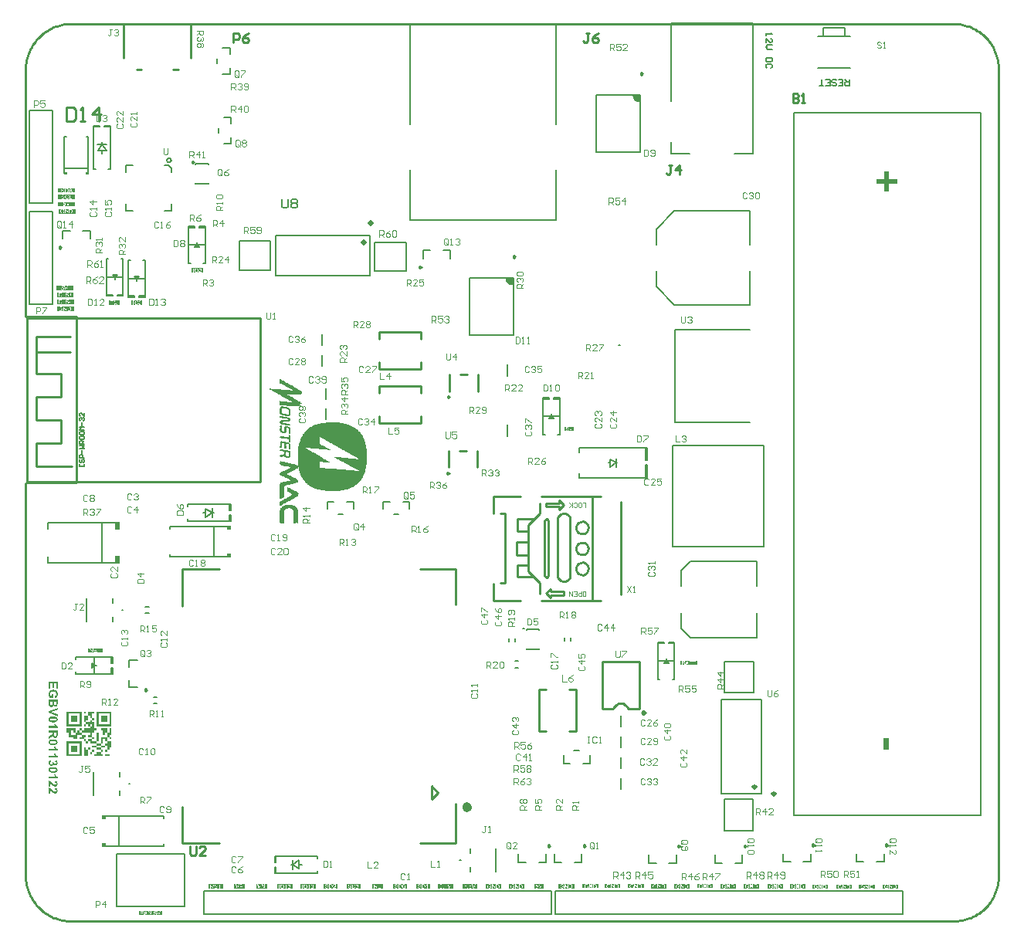
<source format=gto>
%FSTAX23Y23*%
%MOIN*%
%SFA1B1*%

%IPPOS*%
%ADD10C,0.005000*%
%ADD11C,0.010000*%
%ADD12C,0.011810*%
%ADD13C,0.019680*%
%ADD14C,0.009840*%
%ADD15C,0.007870*%
%ADD16C,0.005910*%
%ADD17C,0.006000*%
%ADD18C,0.003940*%
%LNesp_gsm_iot-1*%
%LPD*%
G36*
X02653Y0354D02*
X02638D01*
X02623Y03555*
Y03567*
X02653*
Y0354*
G37*
G36*
X00274Y03223D02*
X00259D01*
Y03235*
X00274*
Y03223*
G37*
G36*
X0018D02*
X00165D01*
Y03235*
X0018*
Y03223*
G37*
G36*
X02105Y0275D02*
X0209D01*
X02075Y02765*
Y02777*
X02105*
Y0275*
G37*
G36*
X01099Y02342D02*
X01102Y0234D01*
X01111Y02336*
X01112Y02335*
X01114Y02334*
X01115Y02333*
X01117Y02332*
X01122Y02329*
X01127Y02326*
X01128Y02326*
X01133Y02323*
X01138Y0232*
X0114Y02319*
X01141Y02318*
X01144Y02317*
X01145Y02316*
X0115Y02314*
X0115Y02313*
X01156Y0231*
X01159Y02308*
X01162Y02306*
X01165Y02304*
X01166Y02304*
X01169Y02302*
X01172Y02301*
X01174Y023*
X01177Y02298*
X01178Y02297*
X01181Y02295*
X01182Y02294*
X01183Y02294*
X01188Y02291*
X01189Y0229*
X01192Y02289*
X01194Y02287*
X01198Y02285*
X01198Y02285*
X01198Y02284*
X01195Y02284*
X01194Y02283*
X01193Y02282*
X01193Y0228*
X01191Y02279*
X01188Y02281*
X01188Y0228*
X01188Y02278*
X01189Y02277*
X01191Y02276*
X01193Y02276*
X01196Y02275*
X01197Y02275*
X01197Y02274*
X01197Y02273*
X01191Y02273*
X01174Y02273*
X01167Y02273*
X0116Y02274*
X01157Y02274*
X01152Y02275*
X01149Y02275*
X01141Y02275*
X01138Y02276*
X01134Y02276*
X01131Y02277*
X0113Y02276*
X0113Y02274*
X01132Y02272*
X01132Y02272*
X01137Y0227*
X01143Y02267*
X01148Y02264*
X0115Y02263*
X01159Y02257*
X0116Y02257*
X01161Y02256*
X01165Y02254*
X01165Y02254*
X01166Y02253*
X01168Y02252*
X01171Y02251*
X01171Y0225*
X01176Y02248*
X01177Y02247*
X0118Y02245*
X01181Y02244*
X01182Y02244*
X01185Y02243*
X01186Y02242*
X01187Y02241*
X01187Y02241*
X01188Y0224*
X01191Y02239*
X01192Y02238*
X01193Y02237*
X01191Y02236*
X01187Y02236*
X01187Y02237*
X01187Y02239*
X01185Y02239*
X01182Y02239*
X01182Y02238*
X01184Y02236*
X01185Y02235*
X01186Y02234*
X01186Y02232*
X01185Y02231*
X01184Y0223*
X01182Y02228*
X01182Y02227*
X01183Y02227*
X01189Y02227*
X01189Y02226*
X01192Y02224*
X01192Y02224*
X01192Y02223*
X0119Y02223*
X01183Y02223*
X01179Y02223*
X01173Y02224*
X01167Y02224*
X01157Y02225*
X01153Y02225*
X01147Y02225*
X01144Y02225*
X01143Y02226*
X01142Y02225*
X01137Y02226*
X01134Y02226*
X0113Y02226*
X01127Y02227*
X01124Y02227*
X01121Y02227*
X01118Y02228*
X01115Y02228*
X0111Y02228*
X01105Y02229*
X01098Y02229*
X01097Y0223*
X01096Y02231*
X01096Y02244*
X01096Y02245*
X01097Y02246*
X01098Y02247*
X01103Y02246*
X01104Y02246*
X01107Y02245*
X01112Y02245*
X01116Y02244*
X01117Y02244*
X0112Y02244*
X01122Y02243*
X01128Y02243*
X01129Y02243*
X01132Y02242*
X01133Y02242*
X01134*
X01135Y02242*
X01139Y02241*
X01141Y02241*
X01144Y0224*
X01149Y0224*
X0115Y0224*
X01152Y0224*
X01153Y02242*
X01151Y02243*
X01148Y02245*
X01145Y02247*
X01144Y02247*
X0114Y02249*
X01136Y02252*
X01134Y02253*
X01124Y02258*
X0112Y0226*
X01118Y02262*
X01113Y02264*
X01111Y02266*
X01106Y02268*
X01098Y02273*
X01096Y02274*
X01094Y02275*
X01091Y02277*
X01089Y02278*
X01086Y02279*
X01085Y0228*
X01083Y02281*
X01082Y02282*
X01079Y02284*
X01077Y02284*
X01075Y02286*
X01074Y02286*
X01074Y02287*
X0107Y02289*
X01068Y0229*
X01066Y02291*
X01063Y02293*
X01059Y02295*
X01056Y02296*
X01054Y02298*
X01053Y02298*
X01053Y02299*
X01054Y023*
X01056Y023*
X0106Y023*
X01064Y02299*
X01074Y02299*
X01076Y02298*
X01077Y02298*
X01084Y02298*
X01087Y02297*
X0109Y02297*
X01095Y02297*
X01109Y02296*
X01112Y02296*
X01113Y02295*
X01119Y02295*
X0112Y02295*
X01124Y02294*
X01126Y02294*
X01132Y02294*
X01137Y02293*
X01142Y02293*
X01148Y02292*
X01151Y02292*
X01153Y02293*
X01153Y02294*
X01152Y02296*
X0115Y02297*
X01148Y02297*
X01147Y02298*
X01144Y023*
X01142Y023*
X01139Y02302*
X01128Y02308*
X01117Y02314*
X01109Y02318*
X01107Y02319*
X01105Y0232*
X01103Y02321*
X011Y02322*
X01098Y02324*
X01097Y02324*
X01097Y02325*
X01096Y02325*
X01096Y02327*
X01096Y02334*
X01096Y02342*
X01097Y02343*
X01099Y02342*
G37*
G36*
X01114Y02223D02*
X01116Y02222D01*
X01119Y02222*
X01123Y02221*
X01127Y02221*
X0113Y0222*
X01134Y02218*
X01135Y02218*
X01135Y02218*
X01136Y02218*
X01138Y02216*
X01139Y02216*
X01141Y02214*
X01141Y02213*
X01142Y02211*
X01143Y0221*
X01143Y02208*
X01144Y02206*
X01144Y022*
X01144Y02199*
X01144Y02196*
X01144Y02189*
X01143Y02188*
X01142Y02186*
X01141Y02183*
X0114Y02183*
X01138Y02182*
X01137Y02182*
X01124Y02182*
X01123Y02182*
X01119Y02183*
X01117Y02183*
X01115Y02184*
X01111Y02185*
X01108Y02185*
X01107Y02186*
X01105Y02187*
X01102Y02189*
X011Y0219*
X011Y0219*
X011Y02191*
X01098Y02195*
X01097Y02198*
X01097Y02203*
X01097Y02216*
X01099Y02219*
X011Y02221*
X01101Y02222*
X01102Y02222*
X01104Y02223*
X01105Y02223*
X01114Y02223*
G37*
G36*
X01103Y02182D02*
X01103Y02182D01*
X01105Y02181*
X01109Y02181*
X01112Y0218*
X01113Y0218*
X01115Y02179*
X01117Y02179*
X01118Y02178*
X01121Y02178*
X01124Y02178*
X01126Y02178*
X01127Y02177*
X01129Y02177*
X01131Y02176*
X01132Y02176*
X01134Y02175*
X01137Y02175*
X0114Y02174*
X01142Y02172*
X01142Y02171*
X01143Y0217*
X01142Y02161*
X01142Y0216*
X01141Y0216*
X01139Y02159*
X01135Y02159*
X01133Y02158*
X01129Y02158*
X01123Y02157*
X01113Y02157*
X01112Y02156*
X0111Y02156*
X01109Y02155*
X01109Y02154*
X0111Y02153*
X01111Y02153*
X01114Y02152*
X01115Y02152*
X01116Y02152*
X01116Y02152*
X01118Y02151*
X01119Y02151*
X01123Y0215*
X01127Y0215*
X01128Y0215*
X0113Y02149*
X01134Y02149*
X01135Y02148*
X01137Y02148*
X01141Y02147*
X01143Y02146*
X01143Y02144*
X01143Y0214*
X01142Y0214*
X01139Y0214*
X01139Y02141*
X01136Y02141*
X01134Y02141*
X01133Y02141*
X01128Y02142*
X01127Y02142*
X01125Y02142*
X01118Y02144*
X01115Y02144*
X01112Y02144*
X0111Y02145*
X01107Y02145*
X01106Y02145*
X01103Y02147*
X01103Y02147*
X011Y02148*
X011Y02149*
X01099Y0215*
X01099Y02152*
X01098Y02153*
X01099Y0216*
X011Y02162*
X01101Y02162*
X01103Y02163*
X01105Y02163*
X01113Y02164*
X01116Y02164*
X01126Y02165*
X01131Y02165*
X01134Y02166*
X01134Y02167*
X01134Y02168*
X01133Y02169*
X01131Y02169*
X0113Y0217*
X01124Y0217*
X0112Y02171*
X01118Y02171*
X01117Y02171*
X01112Y02172*
X0111Y02172*
X01106Y02173*
X01104Y02173*
X01101Y02174*
X01099Y02175*
X01099Y02175*
X01098Y02177*
X01098Y02179*
X01098Y0218*
X01099Y02181*
X011Y02183*
X01103Y02182*
G37*
G36*
X01104Y02142D02*
X01105Y02141D01*
X01105Y02141*
X01106Y0214*
X01106Y02139*
X01106Y02136*
X01105Y02131*
X01106Y02131*
X01105Y02123*
X01106Y02122*
X01106Y0212*
X01107Y02119*
X01108Y02118*
X01109Y02117*
X0111Y02117*
X0111Y02116*
X01113Y02116*
X01116Y02117*
X01117Y02119*
X01117Y02119*
X01118Y02121*
X01118Y02126*
X01118Y02133*
X0112Y02136*
X0112Y02137*
X01122Y02137*
X01123Y02138*
X01126Y02138*
X01131Y02138*
X01132Y02137*
X01134Y02137*
X01137Y02135*
X01139Y02134*
X01141Y02131*
X01142Y02131*
X01142Y02129*
X01143Y02118*
X01142Y02112*
X01143Y0211*
X01143Y02108*
X01142Y02107*
X01141Y02106*
X01138Y02107*
X01137Y02108*
X01137Y02109*
X01136Y02126*
X01135Y02128*
X01135Y02128*
X01134Y02129*
X01132Y0213*
X01131Y0213*
X01128Y0213*
X01126Y02129*
X01126Y02129*
X01125Y02126*
X01125Y02123*
X01125Y02116*
X01125Y02114*
X01124Y02112*
X01123Y0211*
X01122Y0211*
X01121Y02109*
X01121Y02109*
X01118Y02108*
X01117Y02108*
X01113Y02108*
X01112Y02108*
X0111Y02109*
X0111Y02109*
X01108Y02109*
X01106Y0211*
X01103Y02112*
X01101Y02114*
X011Y02115*
X011Y02115*
X01099Y02118*
X01099Y02119*
X01098Y02122*
X01098Y02124*
X01098Y02129*
X01099Y0213*
X01098Y02139*
X01099Y02142*
X01099Y02143*
X01101Y02143*
X01104Y02142*
G37*
G36*
X01141Y021D02*
X01143Y02098D01*
X01142Y02095*
X01143Y02073*
X01143Y02071*
X01142Y0207*
X0114Y02069*
X01138Y0207*
X01137Y0207*
X01137Y02072*
Y02078*
Y02078*
X01137Y02079*
X01136Y0208*
X01136Y02081*
X01134Y02082*
X01133Y02082*
X0113Y02083*
X01126Y02083*
X01125Y02083*
X01123Y02084*
X01121Y02084*
X01118Y02084*
X01117Y02085*
X01112Y02085*
X0111Y02086*
X01107Y02086*
X01105Y02086*
X01104Y02087*
X01101Y02087*
X011Y02088*
X01099Y02089*
X01098Y02091*
X01099Y02095*
X011Y02096*
X01101Y02096*
X01105Y02094*
X0111Y02094*
X01113Y02093*
X01115Y02093*
X01116Y02093*
X0112Y02092*
X01121Y02092*
X01123Y02091*
X01128Y0209*
X0113Y0209*
X01131Y0209*
X01135Y02089*
X01136Y0209*
X01137Y02092*
X01137Y02093*
X01137Y02097*
X01136Y02098*
X01137Y02099*
X01138Y021*
X01139Y021*
X01141Y021*
G37*
G36*
X01106Y02073D02*
X01109Y02072D01*
X0111Y02072*
X01114Y02071*
X01115Y02071*
X01117Y02071*
X01119Y02071*
X0112Y0207*
X01122Y0207*
X01124Y02069*
X01128Y02069*
X01132Y02068*
X01135Y02068*
X01136Y02067*
X01139Y02066*
X01141Y02063*
X01142Y02061*
X01143Y02059*
X01142Y02059*
X01142Y0205*
X01142Y02043*
X01143Y02042*
X01142Y02038*
X01142Y02037*
X0114Y02037*
X01138Y02038*
X01137Y0204*
X01137Y02049*
X01137Y02059*
X01135Y0206*
X01131Y02061*
X01129Y02061*
X01127Y02062*
X01126Y02061*
X01125Y0206*
X01124Y02058*
X01125Y0205*
X01125Y02047*
X01125Y02043*
X01123Y02042*
X01122Y02041*
X0112Y02042*
X01118Y02043*
X01118Y02044*
X01118Y02047*
X01118Y02061*
X01117Y02063*
X01115Y02064*
X01112Y02064*
X01107Y02064*
X01106Y02063*
X01105Y02061*
Y02056*
Y02056*
X01106Y02045*
X01105Y02044*
X01104Y02043*
X01102Y02043*
X01099Y02044*
X01099Y02045*
X01098Y02047*
X01099Y02055*
X01099Y02071*
X011Y02072*
X01102Y02073*
X01105Y02073*
X01106Y02073*
G37*
G36*
X01103Y02039D02*
X01105Y02038D01*
X01111Y02037*
X01112Y02037*
X01114Y02037*
X01117Y02036*
X0112Y02035*
X01121Y02035*
X01124Y02035*
X01128Y02034*
X0113Y02034*
X01131Y02033*
X01133Y02033*
X01136Y02032*
X01137Y02032*
X0114Y02031*
X01141Y02031*
X01142Y0203*
X01143Y02029*
X01142Y0202*
X01143Y02018*
X01142Y02017*
X01142Y02006*
X01141Y02005*
X0114Y02002*
X01138Y02002*
X01137Y02001*
X01135Y02001*
X0113Y02001*
X01128Y02002*
X01125Y02002*
X01122Y02004*
X01121Y02005*
X01117Y02009*
X01116Y02009*
X01114Y02008*
X01112Y02007*
X01104Y02006*
X01102Y02005*
X011Y02006*
X01099Y02006*
X01099Y02007*
X01098Y02011*
X01099Y02012*
X011Y02013*
X01101Y02014*
X01103Y02015*
X01106Y02015*
X01107Y02015*
X01109Y02016*
X01112Y02016*
X01113Y02016*
X01114Y02017*
X01114Y02017*
X01115Y02019*
X01116Y02021*
X01115Y02027*
X01114Y02029*
X01111Y0203*
X01107Y0203*
X01106Y0203*
X01103Y02031*
X01102*
X011Y02031*
X01099Y02032*
X01098Y02034*
X01099Y02037*
X01099Y02039*
X01101Y02039*
X01103Y02039*
G37*
G36*
X01333Y02154D02*
X01339Y02154D01*
X01339Y02154*
X01342Y02154*
X01344Y02153*
X01346Y02153*
X01349Y02153*
X01352Y02153*
X01353Y02153*
X01355Y02153*
X01355Y02152*
X01356Y02152*
X01357Y02152*
X01358Y02152*
X01359Y02152*
X0136Y02152*
X01364Y02151*
X01364Y02151*
X01365Y02151*
X01367Y02151*
X01367Y02151*
X01368Y02151*
X01369Y0215*
X01369Y0215*
X0137Y0215*
X0137Y0215*
X01371Y0215*
X01371Y0215*
X01371Y0215*
X01372Y0215*
X01373Y0215*
X01374Y02149*
X01374Y02149*
X01375Y02149*
X01376Y02149*
X01376Y02149*
X01376Y02149*
X01377Y02149*
X0138Y02148*
X0138Y02148*
X01381Y02148*
X01382Y02148*
X01382Y02147*
X01383Y02147*
X01383Y02147*
X01384Y02147*
X01385Y02147*
X01385Y02147*
X01386Y02146*
X01386Y02146*
X01389Y02146*
X0139Y02145*
X01393Y02144*
X01395Y02143*
X01396Y02143*
X01397Y02143*
X01398Y02142*
X01398Y02142*
X01399Y02142*
X014Y02142*
X014Y02141*
X01401Y02141*
X01401Y02141*
X01402Y02141*
X01406Y02139*
X01409Y02137*
X01413Y02136*
X01415Y02135*
X01416Y02134*
X01417Y02133*
X01418Y02133*
X01419Y02132*
X0142Y02132*
X0142Y02131*
X01421Y02131*
X01421Y02131*
X01422Y0213*
X01422Y0213*
X01424Y02129*
X01424Y02129*
X01426Y02128*
X01426Y02128*
X01426Y02127*
X01426Y02127*
X01429Y02126*
X01429Y02126*
X01429Y02125*
X01429Y02125*
X01429Y02125*
X01429Y02125*
X0143Y02125*
X0143Y02125*
X0143Y02125*
X0143Y02124*
X0143Y02124*
X01431Y02124*
X01431Y02124*
X01431Y02124*
X01431Y02124*
X01431Y02123*
X01432Y02123*
X01432Y02123*
X01432Y02123*
X01433Y02122*
X01433Y02122*
X01433Y02122*
X01433Y02122*
X01434Y02121*
X01434Y02121*
X01434Y02121*
X01435Y02121*
X01435Y0212*
X01435Y0212*
X01436Y02119*
X01436Y02119*
X01438Y02118*
X01438Y02118*
X01441Y02115*
X01441Y02115*
X01443Y02113*
X01443Y02113*
X01443Y02112*
X01443Y02112*
X01444Y02112*
X01444Y02111*
X01444Y02111*
X01444Y02111*
X01445Y0211*
X01445Y0211*
X01445Y0211*
X01445Y02109*
X01446Y02109*
X01446Y02109*
X01446Y02109*
X01446Y02109*
X01447Y02108*
X01447Y02108*
X01447Y02108*
X01447Y02108*
X01447Y02107*
X01447Y02107*
X01447Y02107*
X01448Y02107*
X01448Y02107*
X01448Y02107*
X01448Y02106*
X01448Y02106*
X01448Y02106*
X01448Y02106*
X01449Y02106*
X01449Y02105*
X01449Y02105*
X01449Y02105*
X0145Y02103*
X0145Y02103*
X01451Y02103*
X01451Y02103*
X01451Y02102*
X01451Y02102*
X01451Y02102*
X01452Y02101*
X01452Y02101*
X01452Y021*
X01453Y02099*
X01453Y02099*
X01453Y02099*
X01453Y02099*
X01454Y02098*
X01454Y02098*
X01454Y02097*
X01454Y02097*
X01455Y02097*
X01455Y02096*
X01455Y02096*
X01456Y02095*
X01456Y02093*
X01457Y02092*
X0146Y02087*
X0146Y02086*
X0146Y02086*
X01461Y02084*
X01461Y02083*
X01462Y02082*
X01462Y02081*
X01463Y02079*
X01464Y02077*
X01464Y02076*
X01465Y02072*
X01467Y02066*
X01468Y02061*
X01468Y0206*
X01468Y0206*
X01468Y0206*
X01468Y02059*
X01469Y02059*
X01469Y02058*
X01469Y02058*
X01469Y02058*
X01469Y02057*
X01469Y02057*
X01469Y02056*
X01469Y02056*
X01469Y02055*
X0147Y02052*
X0147Y02051*
X0147Y0205*
X01471Y02045*
X01472Y02039*
X01472Y02039*
X01472Y02037*
X01472Y02036*
X01473Y02035*
X01473Y02035*
X01473Y02034*
X01473Y02033*
X01473Y02032*
X01473Y02031*
X01473Y0203*
X01473Y02029*
X01473Y02028*
X01473Y02027*
X01473Y02025*
X01474Y02024*
X01474Y02022*
X01474Y02017*
X01474Y02012*
X01474Y02009*
X01474Y01999*
X01474Y01998*
X01474Y01994*
X01474Y01992*
X01474Y01991*
X01473Y01987*
X01473Y01985*
X01473Y01982*
X01473Y01981*
X01473Y0198*
X01473Y01979*
X01472Y01977*
X01472Y01977*
X01472Y01976*
X01472Y01975*
X01472Y01974*
X01472Y01973*
X01471Y01968*
X01471Y01966*
X01471Y01965*
X0147Y01964*
X0147Y01963*
X0147Y01962*
X0147Y0196*
X0147Y0196*
X01469Y01957*
X01469Y01956*
X01469Y01956*
X01469Y01955*
X01468Y01954*
X01468Y01953*
X01468Y01953*
X01468Y01952*
X01468Y01951*
X01467Y0195*
X01467Y0195*
X01467Y01949*
X01467Y01949*
X01467Y01948*
X01467Y01947*
X01467Y01947*
X01466Y01946*
X01466Y01946*
X01466Y01945*
X01465Y01942*
X01465Y01941*
X01465Y0194*
X01463Y01934*
X01462Y01934*
X01462Y01933*
X01462Y01933*
X01462Y01932*
X01462Y01931*
X01461Y0193*
X0146Y01929*
X01458Y01924*
X01458Y01924*
X01457Y01922*
X01456Y0192*
X01455Y01918*
X01454Y01915*
X01454Y01915*
X01453Y01914*
X01453Y01913*
X01452Y01912*
X01452Y01912*
X01452Y01911*
X01452Y01911*
X01451Y01911*
X01451Y0191*
X01451Y0191*
X01451Y0191*
X0145Y01909*
X0145Y01909*
X0145Y01908*
X0145Y01908*
X01449Y01907*
X01449Y01907*
X01449Y01907*
X01449Y01906*
X01448Y01906*
X01448Y01906*
X01448Y01906*
X01448Y01905*
X01448Y01905*
X01448Y01905*
X01447Y01905*
X01447Y01905*
X01447Y01904*
X01447Y01904*
X01447Y01904*
X01447Y01904*
X01447Y01904*
X01446Y01904*
X01446Y01903*
X01446Y01903*
X01446Y01903*
X01446Y01903*
X01446Y01903*
X01446Y01903*
X01445Y01902*
X01445Y01902*
X01445Y01902*
X01445Y01902*
X01445Y01902*
X01445Y01901*
X01444Y01901*
X01444Y01901*
X01444Y01901*
X01444Y019*
X01444Y019*
X01443Y019*
X01443Y01899*
X01443Y01899*
X01442Y01899*
X01442Y01899*
X01442Y01898*
X01442Y01898*
X01441Y01897*
X01441Y01897*
X01436Y01892*
X01436Y01892*
X01435Y01891*
X01435Y01891*
X01434Y0189*
X01434Y0189*
X01433Y0189*
X01433Y0189*
X01433Y01889*
X01433Y01889*
X01432Y01889*
X01432Y01889*
X01432Y01888*
X01432Y01888*
X01431Y01888*
X01431Y01888*
X01431Y01887*
X01431Y01887*
X0143Y01887*
X0143Y01887*
X0143Y01887*
X0143Y01887*
X0143Y01887*
X01429Y01886*
X01429Y01886*
X01429Y01886*
X01429Y01886*
X01429Y01886*
X01428Y01886*
X01428Y01885*
X01428Y01885*
X01428Y01885*
X01427Y01884*
X01425Y01883*
X01425Y01883*
X01425Y01883*
X01425Y01883*
X01424Y01883*
X01424Y01882*
X01424Y01882*
X01424Y01882*
X01423Y01882*
X01423Y01882*
X01422Y01881*
X01422Y01881*
X01421Y01881*
X01421Y01881*
X01421Y0188*
X01421Y0188*
X0142Y0188*
X0142Y0188*
X01419Y01879*
X01419Y01879*
X01419Y01879*
X01418Y01879*
X01418Y01879*
X01417Y01878*
X01416Y01878*
X01416Y01877*
X01414Y01876*
X01413Y01876*
X01411Y01875*
X01407Y01873*
X01406Y01872*
X01404Y01872*
X01403Y01871*
X01403Y01871*
X01402Y01871*
X01402Y0187*
X01401Y0187*
X01401Y0187*
X01399Y01869*
X01398Y01869*
X01397Y01869*
X01397Y01869*
X01395Y01868*
X01393Y01867*
X0139Y01866*
X01388Y01866*
X01386Y01865*
X01385Y01865*
X01385Y01865*
X01383Y01864*
X01383Y01864*
X01382Y01864*
X0138Y01863*
X0138Y01863*
X01379Y01863*
X01379Y01863*
X01378Y01863*
X01377Y01863*
X01377Y01863*
X01376Y01862*
X01376Y01862*
X01375Y01862*
X01375Y01862*
X01374Y01862*
X01374Y01862*
X01373Y01862*
X01373Y01862*
X01371Y01861*
X0137Y01861*
X0137Y01861*
X01369Y01861*
X01369Y01861*
X01366Y01861*
X01365Y0186*
X01361Y0186*
X01361Y0186*
X0136Y0186*
X01358Y01859*
X01357Y01859*
X01356Y01859*
X01355Y01859*
X01355Y01859*
X01354Y01859*
X0135Y01859*
X01349Y01859*
X01348Y01858*
X01346Y01858*
X01345Y01858*
X01344Y01858*
X01342Y01858*
X01341Y01858*
X01339Y01858*
X01337Y01858*
X01334Y01858*
X01331Y01858*
X01321Y01858*
X0132Y01858*
X01313Y01858*
X01312Y01858*
X01309Y01858*
X01309Y01858*
X01306Y01858*
X01302Y01858*
X01301Y01859*
X013Y01859*
X01295Y01859*
X0129Y0186*
X0129Y0186*
X01288Y0186*
X01288Y0186*
X01287Y0186*
X01286Y0186*
X01285Y0186*
X01284Y0186*
X01284Y0186*
X01281Y01861*
X01278Y01861*
X01278Y01861*
X01277Y01862*
X01277Y01862*
X01276Y01862*
X01276Y01862*
X01275Y01862*
X0127Y01863*
X0127Y01863*
X01269Y01863*
X01269Y01863*
X01268Y01863*
X01268Y01864*
X01267Y01864*
X01267Y01864*
X01266Y01864*
X01266Y01864*
X01265Y01864*
X01265Y01864*
X01264Y01864*
X01262Y01865*
X01261Y01865*
X0126Y01865*
X01259Y01866*
X01258Y01866*
X01256Y01867*
X01253Y01868*
X0125Y01868*
X01249Y01869*
X01248Y01869*
X01246Y0187*
X01245Y0187*
X01245Y01871*
X01243Y01871*
X01242Y01872*
X01241Y01872*
X0124Y01872*
X01239Y01873*
X01238Y01873*
X01233Y01876*
X01232Y01876*
X01232Y01877*
X01231Y01877*
X0123Y01878*
X01229Y01878*
X01229Y01878*
X01228Y01879*
X01228Y01879*
X01226Y0188*
X01225Y01881*
X01225Y01881*
X01225Y01881*
X01222Y01883*
X01222Y01883*
X01222Y01883*
X01221Y01884*
X01221Y01884*
X01221Y01884*
X01221Y01884*
X0122Y01884*
X0122Y01885*
X0122Y01885*
X0122Y01885*
X0122Y01885*
X01219Y01885*
X01219Y01886*
X01219Y01886*
X01218Y01887*
X01218Y01887*
X01217Y01887*
X01217Y01888*
X01215Y0189*
X01214Y0189*
X0121Y01894*
X0121Y01894*
X01208Y01896*
X01208Y01896*
X01207Y01898*
X01207Y01898*
X01206Y01899*
X01206Y01899*
X01205Y01899*
X01205Y019*
X01205Y019*
X01204Y019*
X01204Y01901*
X01204Y01901*
X01204Y01901*
X01203Y01902*
X01203Y01902*
X01203Y01902*
X01203Y01902*
X01203Y01903*
X01202Y01903*
X01202Y01903*
X01202Y01903*
X01202Y01904*
X01202Y01904*
X01201Y01904*
X01201Y01904*
X01201Y01904*
X01201Y01905*
X01201Y01905*
X01201Y01905*
X01201Y01905*
X012Y01905*
X012Y01906*
X012Y01906*
X012Y01906*
X01199Y01907*
X01199Y01907*
X01198Y01908*
X01198Y01908*
X01198Y01909*
X01198Y01909*
X01197Y0191*
X01197Y0191*
X01197Y0191*
X01197Y01911*
X01196Y01911*
X01196Y01912*
X01196Y01913*
X01195Y01913*
X01195Y01913*
X01195Y01914*
X01195Y01914*
X01194Y01916*
X01193Y01917*
X0119Y01922*
X0119Y01923*
X01189Y01925*
X01188Y01927*
X01188Y01928*
X01188Y01928*
X01188Y01929*
X01187Y01929*
X01187Y01931*
X01187Y01931*
X01186Y01932*
X01186Y01932*
X01186Y01934*
X01185Y01935*
X01185Y01935*
X01185Y01935*
X01185Y01936*
X01184Y01938*
X01184Y0194*
X01183Y0194*
X01183Y01942*
X01183Y01943*
X01183Y01943*
X01183Y01944*
X01182Y01944*
X01182Y01945*
X01182Y01945*
X01182Y01946*
X01181Y01948*
X01181Y01949*
X01181Y0195*
X01181Y01951*
X01181Y01951*
X0118Y01952*
X0118Y01952*
X0118Y01953*
X0118Y01953*
X0118Y01954*
X0118Y01954*
X0118Y01957*
X01179Y01957*
X01179Y01959*
X01178Y01963*
X01178Y01963*
X01178Y01964*
X01178Y01965*
X01178Y01967*
X01177Y0197*
X01177Y0197*
X01177Y01973*
X01177Y01973*
X01177Y01974*
X01177Y01975*
X01176Y01978*
X01176Y01979*
X01176Y01981*
X01176Y01982*
X01176Y01984*
X01175Y01989*
X01175Y01993*
X01175Y01996*
X01175Y01998*
X01175Y02001*
X01175Y02014*
X01175Y02014*
X01175Y0202*
X01175Y0202*
X01175Y02023*
X01175Y02025*
X01176Y02027*
X01176Y0203*
X01176Y02031*
X01176Y02034*
X01176Y02035*
X01176Y02036*
X01176Y02037*
X01177Y02042*
X01177Y02042*
X01177Y02044*
X01177Y02046*
X01178Y02047*
X01178Y0205*
X01178Y02051*
X01178Y02051*
X01179Y02052*
X01179Y02053*
X01179Y02054*
X0118Y02059*
X0118Y0206*
X0118Y0206*
X0118Y02061*
X0118Y02061*
X0118Y02062*
X01181Y02062*
X01181Y02063*
X01181Y02063*
X01181Y02063*
X01181Y02064*
X01181Y02065*
X01182Y02066*
X01182Y02067*
X01182Y02068*
X01182Y02069*
X01183Y0207*
X01183Y0207*
X01183Y02071*
X01185Y02076*
X01185Y02078*
X01186Y02079*
X01186Y02079*
X01187Y02081*
X01187Y02081*
X01187Y02082*
X01187Y02082*
X01187Y02083*
X01188Y02084*
X01188Y02085*
X01189Y02086*
X0119Y02089*
X01193Y02094*
X01193Y02095*
X01194Y02096*
X01195Y02097*
X01195Y02098*
X01196Y02099*
X01196Y021*
X01196Y021*
X01196Y021*
X01197Y02101*
X01197Y02101*
X01197Y02102*
X01197Y02102*
X01198Y02103*
X01198Y02103*
X01199Y02105*
X012Y02105*
X012Y02105*
X012Y02106*
X01202Y02109*
X01203Y02109*
X01203Y0211*
X01203Y0211*
X01203Y0211*
X01203Y0211*
X01204Y02111*
X01204Y02111*
X01204Y02111*
X01204Y02111*
X01204Y02111*
X01204Y02111*
X01205Y02112*
X01205Y02112*
X01205Y02112*
X01205Y02112*
X01205Y02113*
X01205Y02113*
X01206Y02113*
X01206Y02113*
X01206Y02114*
X01206Y02114*
X01207Y02115*
X01207Y02115*
X01208Y02115*
X01208Y02116*
X01208Y02116*
X01208Y02116*
X01209Y02117*
X01209Y02117*
X01212Y0212*
X01212Y0212*
X01212Y02121*
X01213Y02121*
X01214Y02122*
X01214Y02122*
X01215Y02123*
X01215Y02123*
X01216Y02124*
X01216Y02124*
X01217Y02124*
X01217Y02124*
X01217Y02125*
X01217Y02125*
X01218Y02125*
X01218Y02125*
X01218Y02126*
X01218Y02126*
X01219Y02126*
X01219Y02126*
X01219Y02126*
X01219Y02127*
X0122Y02127*
X0122Y02127*
X0122Y02127*
X0122Y02127*
X0122Y02127*
X01221Y02128*
X01221Y02128*
X01221Y02128*
X01221Y02128*
X01221Y02128*
X01221Y02128*
X01222Y02128*
X01222Y02129*
X01222Y02129*
X01222Y02129*
X01222Y02129*
X01223Y02129*
X01223Y02129*
X01223Y02129*
X01223Y02129*
X01223Y0213*
X01223Y0213*
X01224Y0213*
X01224Y0213*
X01224Y0213*
X01225Y0213*
X01225Y02131*
X01225Y02131*
X01226Y02131*
X01226Y02131*
X01226Y02132*
X01226Y02132*
X01227Y02132*
X01227Y02132*
X01228Y02133*
X01228Y02133*
X01229Y02134*
X01229Y02134*
X0123Y02134*
X0123Y02134*
X01231Y02134*
X01231Y02135*
X01232Y02135*
X01232Y02135*
X01233Y02136*
X01234Y02136*
X01236Y02137*
X01241Y0214*
X01241Y0214*
X01242Y0214*
X01245Y02142*
X01246Y02142*
X01247Y02142*
X01247Y02142*
X01248Y02143*
X01248Y02143*
X01249Y02143*
X01249Y02143*
X01251Y02144*
X01256Y02145*
X01257Y02146*
X01258Y02146*
X0126Y02147*
X0126Y02147*
X01261Y02147*
X01262Y02147*
X01263Y02147*
X01265Y02148*
X01266Y02148*
X01266Y02148*
X01267Y02148*
X01267Y02148*
X01268Y02149*
X01268Y02149*
X01268Y02149*
X01269Y02149*
X01269Y02149*
X0127Y02149*
X0127Y02149*
X01273Y0215*
X01273Y0215*
X01275Y0215*
X01281Y02151*
X01282Y02151*
X01282Y02151*
X01283Y02151*
X01286Y02152*
X01287Y02152*
X01288Y02152*
X01289Y02152*
X01289Y02152*
X01292Y02152*
X01298Y02153*
X01302Y02153*
X01305Y02153*
X01306Y02153*
X01309Y02154*
X01309Y02154*
X01317Y02154*
X01321Y02154*
X01333Y02154*
X01333Y02154*
G37*
G36*
X01103Y01988D02*
X01106Y01986D01*
X01108Y01986*
X0111Y01985*
X01112Y01985*
X01114Y01985*
X01116Y01984*
X0112Y01983*
X01122Y01982*
X01125Y01982*
X01127Y01982*
X01129Y01981*
X01132Y0198*
X01134Y0198*
X01136Y01979*
X01142Y01978*
X01146Y01977*
X01149Y01976*
X01151Y01976*
X01157Y01975*
X0116Y01974*
X01163Y01973*
X01166Y01972*
X01168Y01972*
X01173Y01969*
X01173Y01969*
X01175Y01967*
X01175Y01967*
X01176Y01966*
X01176Y01965*
X01177Y01964*
X01177Y01961*
X01175Y01959*
X01173Y01956*
X01173Y01956*
X01172Y01956*
X01171Y01955*
X01169Y01954*
X01168Y01953*
X01168Y01953*
X01167Y01952*
X01163Y0195*
X01162Y0195*
X01162Y01949*
X01159Y01948*
X01156Y01947*
X01153Y01945*
X0115Y01944*
X01146Y01942*
X01145Y01941*
X01142Y0194*
X01139Y01939*
X01137Y01937*
X01135Y01936*
X01134Y01936*
X01132Y01935*
X0113Y01934*
X0113Y01933*
X0113Y01931*
X01131Y0193*
X01133Y01929*
X01135Y01929*
X01137Y01927*
X0114Y01926*
X01143Y01924*
X01147Y01923*
X01149Y01921*
X01153Y01919*
X01163Y01914*
X01165Y01913*
X01168Y01912*
X0117Y0191*
X01172Y01909*
X01173Y01908*
X01173Y01908*
X01174Y01906*
X01175Y01906*
X01176Y01905*
X01176Y01904*
X01177Y01902*
X01177Y019*
X01175Y01898*
X01174Y01896*
X01171Y01895*
X01169Y01894*
X01168Y01893*
X01165Y01892*
X0116Y01891*
X01155Y0189*
X01154Y01889*
X01152Y01889*
X01151Y01889*
X01149Y01888*
X01147Y01888*
X01146Y01888*
X01144Y01887*
X01141Y01886*
X01137Y01886*
X01136Y01885*
X01133Y01884*
X0113Y01884*
X01128Y01883*
X01127Y01883*
X01124Y01882*
X01123Y01882*
X0112Y0188*
X01119Y01879*
X01119Y01879*
X01118Y01878*
X01117Y01876*
X01117Y01873*
X01117Y01869*
X01117Y01852*
X01117Y0184*
X01117Y01839*
X01117Y01834*
X01115Y01831*
X01115Y01831*
X0111Y01828*
X0111Y01828*
X01107Y01827*
X01104Y01825*
X01103Y01824*
X01101Y01823*
X011Y01823*
X01099Y01823*
X01098Y01825*
X01098Y0183*
X01098Y01889*
X011Y01892*
X011Y01892*
X01101Y01893*
X01102Y01893*
X01105Y01895*
X01108Y01896*
X0111Y01897*
X01112Y01897*
X01115Y01898*
X01118Y01898*
X01119Y01898*
X01123Y01899*
X01127Y019*
X01131Y019*
X01132Y019*
X01133*
X01134Y01901*
X01137Y01901*
X0114Y01902*
X01141Y01902*
X01142Y01903*
X01143Y01905*
X01141Y01908*
X01139Y01909*
X01136Y0191*
X01134Y01911*
X01132Y01912*
X0113Y01913*
X01128Y01914*
X01125Y01915*
X01124Y01915*
X0112Y01917*
X01117Y01918*
X01115Y0192*
X01113Y0192*
X01111Y01921*
X0111Y01922*
X01109Y01922*
X01105Y01924*
X01104Y01925*
X01103Y01925*
X011Y01928*
X01099Y01929*
X01098Y01932*
X01098Y01934*
X011Y01937*
X01101Y01938*
X01102Y01938*
X01104Y0194*
X01105Y0194*
X01106Y01941*
X01108Y01942*
X01111Y01943*
X01111Y01944*
X01113Y01944*
X01114Y01945*
X01116Y01945*
X01119Y01947*
X01123Y01949*
X01127Y0195*
X01131Y01952*
X01134Y01953*
X01136Y01954*
X01141Y01957*
X01142Y01958*
X01142Y01958*
X01143Y01959*
X01142Y01961*
X01141Y01962*
X01138Y01963*
X01136Y01964*
X01132Y01964*
X01127Y01965*
X01125Y01965*
X01122Y01966*
X01118Y01966*
X01114Y01967*
X01111Y01968*
X01106Y01969*
X01104Y0197*
X01101Y01971*
X011Y01973*
X01099Y01974*
X01098Y01976*
X01099Y01987*
X01099Y01988*
X01101Y01988*
X01103Y01988*
G37*
G36*
X01132Y01875D02*
X01133Y01874D01*
X01134Y01874*
X01136Y01872*
X01141Y0187*
X0115Y01865*
X0116Y0186*
X01162Y01859*
X01165Y01857*
X01166Y01857*
X01172Y01854*
X01176Y01851*
X01179Y01846*
X01178Y01843*
X01176Y01839*
X01175Y01838*
X01175Y01838*
X01172Y01835*
X01171Y01834*
X01167Y01832*
X01166Y01831*
X01163Y0183*
X01161Y01829*
X0116Y01828*
X0116Y01828*
X01155Y01825*
X01153Y01824*
X01152Y01824*
X0115Y01822*
X01145Y0182*
X01143Y01818*
X01139Y01816*
X01139Y01816*
X01134Y01813*
X01132Y01812*
X01128Y0181*
X01126Y01808*
X01124Y01808*
X01123Y01807*
X01123Y01806*
X01118Y01804*
X01116Y01803*
X01111Y018*
X01109Y01799*
X01106Y01797*
X01105Y01796*
X01103Y01795*
X01101Y01793*
X011Y01793*
X01099Y01794*
X01098Y01795*
X01098Y01807*
X01098Y01811*
X011Y01813*
X011Y01814*
X01104Y01816*
X01105Y01817*
X01106*
X0111Y01819*
X01116Y01822*
X01118Y01823*
X01119Y01824*
X01123Y01826*
X01127Y01828*
X01128Y01829*
X0113Y0183*
X01131Y0183*
X01132Y01831*
X01133Y01832*
X01135Y01833*
X01136Y01833*
X01139Y01835*
X01141Y01836*
X01143Y01837*
X01144Y01838*
X01145Y01838*
X01148Y0184*
X01149Y01843*
X01148Y01846*
X01145Y01849*
X01142Y01851*
X01139Y01852*
X01137Y01853*
X01135Y01854*
X01132Y01855*
X01131Y01856*
X0113Y01857*
X01129Y01859*
X01129Y01869*
X01129Y0187*
X01129Y01874*
X0113Y01875*
X01132Y01875*
G37*
G36*
X01145Y01799D02*
X01146Y01798D01*
X01149Y01798*
X0115Y01797*
X01152Y01797*
X01155Y01796*
X01159Y01794*
X01165Y01791*
X01165Y0179*
X01166Y01789*
X01167Y01789*
X01169Y01787*
X0117Y01787*
X01172Y01784*
X01172Y01783*
X01173Y01783*
X01174Y0178*
X01176Y01776*
X01176Y01721*
X01175Y0172*
X01173Y01719*
X01172Y0172*
X01159Y01719*
X01158Y0172*
X01157Y01723*
X01158Y01727*
Y01731*
Y01731*
X01157Y0176*
X01158Y01764*
X01157Y01765*
X01158Y01767*
X01157Y01772*
X01155Y01776*
X01151Y0178*
X01147Y01782*
X01145Y01782*
X01144Y01783*
X01141Y01783*
X01136Y01783*
X0113Y01782*
X01124Y0178*
X01122Y01778*
X01121Y01777*
X01118Y01771*
X01118Y01767*
X01118Y01721*
X01117Y01719*
X01115Y01719*
X01111Y01719*
X011Y01719*
X01099Y0172*
X01098Y01721*
X01098Y01727*
X01098Y01753*
X01099Y01754*
X01098Y01755*
X01098Y01772*
X01098Y01775*
X01099Y01775*
X01099Y01777*
X01099Y01778*
X01101Y01783*
X01103Y01786*
X01104Y01786*
X01104Y01786*
X01105Y01788*
X01106Y01788*
X01107Y0179*
X01107Y0179*
X01108Y01791*
X01109Y01791*
X01109Y01792*
X0111Y01792*
X01113Y01793*
X01116Y01795*
X01118Y01796*
X01121Y01797*
X01123Y01798*
X01127Y01798*
X01129Y01799*
X01134Y01799*
X01145Y01799*
G37*
G36*
X00887Y01692D02*
X00869D01*
Y01708*
X00887*
Y01692*
G37*
G36*
X00406Y01692D02*
X00388D01*
Y01725*
X00406*
Y01692*
G37*
G36*
X00887Y01571D02*
X00869D01*
Y01587*
X00887*
Y01571*
G37*
G36*
X00406Y01544D02*
X00388D01*
Y01577*
X00406*
Y01544*
G37*
G36*
X00261Y00897D02*
X00252D01*
Y00899*
Y009*
Y00906*
X00261*
Y00897*
G37*
G36*
X00298Y00904D02*
Y00903D01*
Y00897*
X00288*
Y00879*
X00298*
Y00876*
Y00875*
Y00869*
X00288*
Y00879*
X00279*
Y00888*
X0027*
Y00906*
X00298*
Y00904*
G37*
G36*
X00371Y00842D02*
X00307D01*
Y00906*
X00371*
Y00842*
G37*
G36*
X00261D02*
X00252D01*
Y00851*
X00261*
Y00842*
G37*
G36*
X00242D02*
X00178D01*
Y00906*
X00242*
Y00842*
G37*
G36*
X0027Y00869D02*
X00261D01*
Y0086*
X00279*
Y00869*
X00288*
Y0086*
X00298*
Y00833*
X00307*
Y00823*
X00298*
Y00814*
X00288*
Y00796*
X00298*
Y00787*
X00288*
Y00788*
Y00789*
Y00796*
X0027*
Y00798*
Y00799*
Y00805*
X00279*
Y00814*
X00242*
Y00823*
X00233*
Y00824*
Y00826*
Y00833*
X00242*
Y00823*
X00252*
Y00833*
X00279*
Y00842*
X0027*
Y00851*
X00261*
Y0086*
X00252*
Y00865*
Y00866*
Y00888*
X0027*
Y00869*
G37*
G36*
X00371Y00805D02*
X00362D01*
Y00796*
X00371*
Y00787*
X00362*
Y00793*
Y00795*
Y00796*
X00353*
Y00814*
X00344*
Y00805*
X00334*
Y00823*
X00325*
Y00833*
X00353*
Y00814*
X00362*
Y0083*
Y00831*
Y00833*
X00371*
Y00805*
G37*
G36*
X00316Y00804D02*
Y00803D01*
Y00777*
X00307*
Y00814*
X00316*
Y00804*
G37*
G36*
X00215Y00814D02*
X00224D01*
Y00823*
X00233*
Y00814*
X00242*
Y00805*
X00261*
Y00796*
X00252*
Y00787*
X00261*
Y00777*
X0027*
Y00768*
X00261*
Y00777*
X00252*
Y00783*
Y00784*
Y00787*
X00233*
Y00796*
X00242*
Y00805*
X00224*
Y00787*
X00206*
Y00796*
X00187*
Y00814*
X00178*
Y00833*
X00215*
Y00814*
G37*
G36*
X00288Y00785D02*
Y00784D01*
Y00777*
X00307*
Y00768*
X00325*
Y00759*
X00344*
Y0075*
X00325*
Y00759*
X00307*
Y00768*
X00279*
Y00777*
X0027*
Y00787*
X00288*
Y00785*
G37*
G36*
X00353Y00777D02*
X00371D01*
Y0075*
X00362*
Y00741*
X00353*
Y00742*
Y00743*
Y00759*
X00344*
Y00768*
X00353*
Y00777*
X00344*
Y00787*
X00334*
Y00768*
X00325*
Y00796*
X00353*
Y00777*
G37*
G36*
X00279Y00741D02*
X0027D01*
Y0075*
X00279*
Y00741*
G37*
G36*
X00353Y00739D02*
Y00738D01*
Y00731*
X00344*
Y00741*
X00353*
Y00739*
G37*
G36*
X00307Y0075D02*
X00325D01*
Y00741*
X00334*
Y00731*
X00325*
Y00741*
X00307*
Y0075*
X00288*
Y00759*
X00307*
Y0075*
G37*
G36*
X00298Y00731D02*
X00288D01*
Y00741*
X00298*
Y00731*
G37*
G36*
X00288Y00722D02*
X00279D01*
Y00731*
X00288*
Y00722*
G37*
G36*
X00362Y00713D02*
X00344D01*
Y00722*
X00362*
Y00713*
G37*
G36*
X00325Y00722D02*
X00334D01*
Y00713*
X00298*
Y00722*
X00307*
Y00731*
X00325*
Y00722*
G37*
G36*
X00261Y00741D02*
X0027D01*
Y00713*
X00252*
Y0075*
X00261*
Y00741*
G37*
G36*
X00242Y00713D02*
X00178D01*
Y00777*
X00242*
Y00713*
G37*
G36*
X00347Y00442D02*
X00329D01*
Y00458*
X00347*
Y00442*
G37*
G36*
Y00321D02*
X00329D01*
Y00337*
X00347*
Y00321*
G37*
G36*
X00179Y03137D02*
X00178Y03136D01*
X00177Y03136*
X00177Y03136*
X00176Y03136*
X00176Y03136*
X00176Y03136*
X00176Y03136*
X00176Y03136*
X00175Y03136*
X00175Y03136*
X00175Y03136*
X00175Y03136*
X00174Y03135*
X00174Y03135*
X00173Y03134*
X00173Y03134*
X00173Y03133*
X00172Y03133*
X00172Y03133*
X00172Y03133*
X00172Y03133*
X00172Y03132*
X00172Y03132*
X00172Y03132*
X00172Y03131*
X00171Y0313*
X00171Y03129*
X00171Y03129*
X00171Y03129*
X00171Y03128*
Y03128*
X00171Y03128*
Y03128*
Y03128*
Y03128*
X00171Y03127*
X00171Y03126*
X00171Y03125*
X00172Y03125*
X00172Y03124*
X00172Y03124*
X00172Y03124*
X00172Y03123*
X00172Y03123*
X00172Y03123*
X00172Y03123*
X00172Y03123*
Y03123*
X00172Y03122*
X00173Y03121*
X00173Y03121*
X00174Y03121*
X00174Y0312*
X00174Y0312*
X00174Y0312*
X00174Y0312*
X00175Y0312*
X00175Y0312*
X00175Y0312*
X00175Y0312*
X00175Y0312*
X00175Y03119*
X00176Y03119*
X00176Y03119*
X00177Y03119*
X00178Y03119*
X00178Y03118*
X00178Y03118*
X00179Y03118*
X00179*
X00179Y03118*
X00171*
X00187*
Y03137*
X00214*
Y03118*
X0014*
Y03137*
X00155*
Y03118*
Y03137*
X00161*
X00161Y03137*
X0016Y03137*
X0016Y03136*
X00159Y03136*
X00159Y03136*
X00159Y03136*
X00158Y03136*
X00158Y03136*
X00158Y03136*
X00158Y03136*
X00158*
X00158Y03136*
X00157Y03136*
X00157Y03135*
X00157Y03135*
X00156Y03135*
X00156Y03134*
X00156Y03134*
X00156Y03134*
Y03134*
X00156Y03134*
X00156Y03133*
X00155Y03133*
X00155Y03133*
X00155Y03132*
X00155Y03132*
Y03132*
Y03132*
Y03132*
Y03132*
X00155Y03131*
X00155Y03131*
X00155Y03131*
X00156Y0313*
X00156Y0313*
X00156Y0313*
X00156Y0313*
X00156Y0313*
X00156Y03129*
X00156Y03129*
X00157Y03129*
X00157Y03128*
X00157Y03128*
X00158Y03128*
X00158Y03128*
X00158Y03128*
X00158*
X00158Y03128*
X00158Y03128*
X00159Y03128*
X00159Y03127*
X0016Y03127*
X0016Y03127*
X00161Y03127*
X00161Y03127*
X00161Y03127*
X00161Y03127*
X00161Y03127*
X00161*
X00162Y03127*
X00162Y03127*
X00162Y03127*
X00163Y03126*
X00163Y03126*
X00163Y03126*
X00163Y03126*
X00164Y03126*
X00164Y03126*
X00164Y03126*
X00164Y03126*
X00164Y03126*
X00164Y03126*
X00165Y03126*
X00165Y03126*
X00165Y03125*
X00165Y03125*
X00166Y03125*
X00166Y03125*
X00166Y03125*
X00166Y03125*
X00166Y03125*
X00166Y03124*
X00166Y03124*
X00166Y03124*
X00166Y03124*
X00166Y03124*
Y03123*
Y03123*
X00166Y03123*
X00166Y03123*
X00166Y03123*
X00166Y03122*
X00166Y03122*
X00166Y03122*
X00166Y03122*
X00166Y03122*
X00166Y03122*
X00165Y03122*
X00165Y03121*
X00165Y03121*
X00165Y03121*
X00165Y03121*
X00164Y03121*
X00164Y03121*
X00164Y03121*
X00164Y03121*
X00163Y03121*
X00163Y03121*
X00162Y03121*
X00162Y0312*
X00162*
X00161Y03121*
X00161Y03121*
X0016Y03121*
X0016Y03121*
X0016Y03121*
X00159Y03121*
X00159Y03121*
X00159Y03121*
X00159Y03121*
X00159*
X00159Y03121*
X00158Y03121*
X00158Y03122*
X00158Y03122*
X00158Y03122*
X00158Y03122*
X00158Y03122*
X00158Y03122*
X00157Y03123*
X00157Y03123*
X00157Y03123*
X00157Y03124*
X00157Y03124*
X00157Y03124*
Y03124*
X00157Y03125*
Y03125*
Y03125*
X00155Y03124*
X00155Y03124*
X00155Y03123*
X00155Y03123*
X00155Y03122*
X00155Y03122*
X00155Y03122*
X00155Y03121*
X00155Y03121*
X00155Y03121*
X00156Y03121*
Y03121*
X00156Y03121*
X00156Y0312*
X00157Y0312*
X00157Y0312*
X00158Y03119*
X00158Y03119*
X00158Y03119*
X00158Y03119*
X00158Y03119*
X00158*
X00159Y03119*
X00159Y03119*
X0016Y03119*
X00161Y03118*
X00161Y03118*
X00161Y03118*
X00161*
X00162Y03118*
X00169*
Y03137*
X00171*
Y03134*
Y03137*
X00179*
X00179Y03137*
G37*
G36*
X00169Y03124D02*
X00169Y03124D01*
X00169Y03125*
X00168Y03125*
X00168Y03125*
X00168Y03126*
X00168Y03126*
X00168Y03126*
X00168Y03126*
X00168Y03127*
X00167Y03127*
X00167Y03127*
X00166Y03127*
X00166Y03128*
X00166Y03128*
X00166Y03128*
X00166Y03128*
X00166Y03128*
X00166*
X00165Y03128*
X00165Y03128*
X00165Y03128*
X00165Y03128*
X00164Y03129*
X00163Y03129*
X00163Y03129*
X00163Y03129*
X00162Y03129*
X00162Y03129*
X00162Y03129*
X00162Y03129*
X00162Y03129*
X00162*
X00161Y03129*
X00161Y03129*
X0016Y03129*
X0016Y0313*
X0016Y0313*
X00159Y0313*
X00159Y0313*
X00159Y0313*
X00159Y0313*
X00159Y0313*
X00158Y0313*
X00158Y0313*
X00158Y0313*
X00158Y0313*
X00158Y03131*
X00158Y03131*
X00158Y03131*
X00158Y03131*
X00158Y03132*
X00158Y03132*
Y03132*
Y03132*
X00158Y03132*
X00158Y03133*
X00158Y03133*
X00158Y03133*
X00158Y03133*
X00158Y03134*
X00158Y03134*
X00158Y03134*
X00159Y03134*
X00159Y03134*
X00159Y03134*
X0016Y03134*
X0016Y03134*
X00161Y03135*
X00161Y03135*
X00161Y03135*
X00162*
X00162Y03135*
X00163Y03134*
X00163Y03134*
X00164Y03134*
X00164Y03134*
X00164Y03134*
X00165Y03134*
X00165Y03134*
X00165Y03133*
X00165Y03133*
X00165Y03133*
X00166Y03132*
X00166Y03132*
X00166Y03131*
X00166Y03131*
X00166Y03131*
Y03131*
Y03131*
X00168Y03131*
X00168Y03132*
X00168Y03132*
X00168Y03133*
X00168Y03133*
X00167Y03134*
X00167Y03134*
X00167Y03134*
X00167Y03134*
X00167Y03134*
Y03134*
X00167Y03135*
X00167Y03135*
X00166Y03135*
X00166Y03136*
X00165Y03136*
X00165Y03136*
X00165Y03136*
X00165Y03136*
X00165Y03136*
X00165*
X00164Y03136*
X00164Y03136*
X00163Y03136*
X00163Y03137*
X00162Y03137*
X00162*
X00162Y03137*
X00169*
Y03124*
G37*
G36*
X00187Y03124D02*
X00184Y03125D01*
X00184Y03124*
X00184Y03124*
X00184Y03124*
X00184Y03123*
X00184Y03123*
X00184Y03123*
X00183Y03123*
X00183Y03122*
X00183Y03122*
X00183Y03122*
X00183Y03122*
X00183Y03122*
X00183Y03122*
X00183Y03122*
X00183Y03122*
X00183Y03122*
X00182Y03121*
X00182Y03121*
X00181Y03121*
X00181Y03121*
X0018Y03121*
X0018Y0312*
X0018Y0312*
X0018*
X00179Y0312*
X00179*
X00179Y0312*
X00178Y03121*
X00178Y03121*
X00177Y03121*
X00177Y03121*
X00177Y03121*
X00176Y03121*
X00176Y03121*
X00176Y03121*
X00176Y03121*
X00176*
X00176Y03122*
X00175Y03122*
X00175Y03122*
X00175Y03123*
X00174Y03123*
X00174Y03123*
X00174Y03124*
X00174Y03124*
X00174Y03124*
Y03124*
X00174Y03124*
X00174Y03125*
X00174Y03126*
X00174Y03126*
X00174Y03127*
X00174Y03127*
Y03127*
X00174Y03127*
Y03127*
Y03128*
Y03128*
Y03128*
X00174Y03128*
X00174Y03129*
X00174Y03129*
X00174Y0313*
X00174Y0313*
X00174Y03131*
X00174Y03131*
X00174Y03131*
X00174Y03131*
X00174Y03131*
Y03131*
X00174Y03132*
X00175Y03132*
X00175Y03133*
X00175Y03133*
X00176Y03133*
X00176Y03133*
X00176Y03134*
X00176Y03134*
X00176*
X00177Y03134*
X00177Y03134*
X00178Y03134*
X00178Y03135*
X00179Y03135*
X00179Y03135*
X00179*
X00179Y03135*
X00179*
X0018Y03135*
X00181Y03135*
X00181Y03134*
X00182Y03134*
X00182Y03134*
X00182Y03134*
X00182Y03134*
X00182Y03134*
X00183Y03133*
X00183Y03133*
X00183Y03132*
X00184Y03132*
X00184Y03132*
X00184Y03131*
X00184Y03131*
X00184Y03131*
X00184Y03131*
X00184Y03131*
Y03131*
X00186Y03132*
X00186Y03132*
X00186Y03132*
X00186Y03133*
X00186Y03133*
X00186Y03133*
X00185Y03134*
X00185Y03134*
X00185Y03134*
X00185Y03135*
X00185Y03135*
X00184Y03135*
X00184Y03135*
X00184Y03135*
X00184Y03135*
X00184Y03135*
X00184Y03135*
X00184Y03136*
X00183Y03136*
X00183Y03136*
X00182Y03136*
X00182Y03136*
X00181Y03136*
X00181Y03137*
X0018Y03137*
X0018Y03137*
X0018Y03137*
X0018Y03137*
X00187*
Y03124*
G37*
G36*
Y03118D02*
X00179D01*
X0018Y03118*
X0018Y03118*
X00181Y03119*
X00181Y03119*
X00182Y03119*
X00182Y03119*
X00182Y03119*
X00183Y03119*
X00183Y03119*
X00183Y03119*
X00184Y0312*
X00184Y0312*
X00184Y0312*
X00184Y0312*
X00184Y0312*
X00184Y0312*
X00184Y0312*
X00185Y03121*
X00185Y03121*
X00185Y03121*
X00186Y03122*
X00186Y03123*
X00186Y03123*
X00186Y03123*
X00187Y03124*
X00187Y03124*
X00187Y03124*
X00187Y03124*
X00187Y03124*
Y03118*
G37*
G36*
X00169D02*
X00162D01*
X00163Y03118*
X00163Y03118*
X00164Y03119*
X00164Y03119*
X00165Y03119*
X00165Y03119*
X00165Y03119*
X00165Y03119*
X00165Y03119*
X00165Y03119*
X00165*
X00166Y03119*
X00166Y0312*
X00167Y0312*
X00167Y0312*
X00167Y03121*
X00168Y03121*
X00168Y03121*
X00168Y03121*
Y03121*
X00168Y03121*
X00168Y03122*
X00168Y03122*
X00169Y03123*
X00169Y03123*
X00169Y03123*
Y03118*
G37*
G36*
X00176Y0273D02*
X00176Y0273D01*
X00176Y02729*
X00175Y02729*
X00175Y02728*
X00175Y02728*
X00175Y02728*
X00175Y02727*
X00175Y02727*
X00175Y02727*
Y02727*
X00175Y02728*
X00175Y02729*
X00174Y02729*
X00174Y0273*
X00174Y0273*
X00174Y0273*
X00174Y0273*
X00174Y0273*
X00174Y0273*
Y0273*
X0017Y02743*
X00181*
X00176Y0273*
G37*
G36*
X00183Y02743D02*
X00207D01*
Y02725*
X00133*
Y02743*
X00167*
Y02725*
Y02743*
X00174Y02725*
X00176*
X00183Y02743*
G37*
G36*
X0016Y02653D02*
X0021D01*
Y02635*
X00136*
Y02653*
X00144*
Y0265*
Y02653*
X00152*
X00152Y02653*
X00151Y02653*
X00151Y02653*
X0015Y02652*
X0015Y02652*
X0015Y02652*
X00149Y02652*
X00149Y02652*
X00149Y02652*
X00149Y02652*
X00148Y02652*
X00148Y02652*
X00148Y02652*
X00148Y02652*
X00148Y02651*
X00147Y02651*
X00147Y02651*
X00146Y0265*
X00146Y0265*
X00146Y02649*
X00145Y02649*
X00145Y02649*
X00145Y02649*
X00145Y02648*
X00145Y02648*
X00145Y02648*
X00145Y02648*
X00145Y02647*
X00144Y02646*
X00144Y02645*
X00144Y02645*
X00144Y02645*
X00144Y02644*
X00144Y02644*
Y02644*
X00144Y02644*
Y02644*
X00144Y02643*
X00144Y02642*
X00144Y02641*
X00144Y02641*
X00144Y02641*
X00145Y0264*
X00145Y0264*
X00145Y0264*
X00145Y02639*
X00145Y02639*
X00145Y02639*
X00145Y02639*
X00145Y02639*
Y02639*
X00146Y02638*
X00146Y02637*
X00147Y02637*
X00147Y02636*
X00148Y02636*
X00148Y02636*
X00148Y02636*
X00148Y02636*
X00148Y02636*
X00148Y02636*
X00148Y02636*
X00149Y02635*
X00149Y02635*
X0015Y02635*
X00151Y02635*
X00151Y02635*
X00152Y02635*
X00152Y02635*
X00152Y02635*
X00153*
X00153Y02635*
X00144*
X0016*
Y02644*
Y02644*
X00153*
Y02642*
X00158*
Y02638*
X00158Y02638*
X00157Y02638*
X00157Y02638*
X00157Y02638*
X00156Y02637*
X00156Y02637*
X00156Y02637*
X00156Y02637*
X00156Y02637*
X00156*
X00155Y02637*
X00155Y02637*
X00154Y02637*
X00154Y02637*
X00153Y02637*
X00153*
X00153Y02637*
X00153*
X00152Y02637*
X00152Y02637*
X00151Y02637*
X00151Y02637*
X0015Y02637*
X0015Y02637*
X0015Y02637*
X0015Y02637*
X0015Y02637*
X0015Y02637*
X0015*
X00149Y02638*
X00149Y02638*
X00148Y02638*
X00148Y02639*
X00148Y02639*
X00147Y02639*
X00147Y0264*
X00147Y0264*
X00147Y0264*
Y0264*
X00147Y0264*
X00147Y02641*
X00147Y02642*
X00147Y02642*
X00147Y02643*
X00146Y02643*
X00146Y02643*
Y02643*
X00146Y02643*
Y02644*
Y02644*
Y02644*
X00146Y02644*
X00147Y02645*
X00147Y02646*
X00147Y02646*
X00147Y02646*
X00147Y02647*
X00147Y02647*
X00147Y02647*
X00147Y02647*
X00147Y02647*
X00147Y02647*
Y02647*
X00147Y02648*
X00147Y02648*
X00148Y02648*
X00148Y02648*
X00148Y02649*
X00148Y02649*
X00148Y02649*
X00148Y02649*
X00149Y02649*
X00149Y0265*
X00149Y0265*
X00149Y0265*
X0015Y0265*
X0015Y0265*
X0015Y0265*
X0015Y0265*
X00151Y0265*
X00151Y02651*
X00152Y02651*
X00152Y02651*
X00152Y02651*
X00152*
X00153Y02651*
X00153*
X00153Y02651*
X00154Y02651*
X00154Y02651*
X00155Y02651*
X00155Y0265*
X00155Y0265*
X00155Y0265*
X00155Y0265*
X00156Y0265*
X00156Y0265*
X00156Y0265*
X00157Y0265*
X00157Y02649*
X00157Y02649*
X00157Y02649*
X00157Y02649*
X00157Y02649*
X00157Y02648*
X00158Y02648*
X00158Y02648*
X00158Y02647*
X00158Y02647*
X00158Y02647*
X00158Y02647*
X00158Y02647*
Y02647*
X0016Y02648*
X0016Y02648*
X0016Y02649*
X00159Y02649*
X00159Y0265*
X00159Y0265*
X00159Y0265*
X00159Y0265*
X00159Y0265*
X00158Y02651*
X00158Y02651*
X00158Y02651*
X00157Y02652*
X00157Y02652*
X00157Y02652*
X00156Y02652*
X00156Y02652*
X00156Y02652*
X00156*
X00156Y02652*
X00155Y02653*
X00155Y02653*
X00154Y02653*
X00154Y02653*
X00153*
X00153Y02653*
X0016*
G37*
G36*
Y02635D02*
X00153D01*
X00154Y02635*
X00154Y02635*
X00155Y02635*
X00156Y02635*
X00156Y02635*
X00156Y02635*
X00156Y02635*
X00157Y02635*
X00157Y02635*
X00157Y02635*
X00157Y02635*
X00157*
X00158Y02635*
X00158Y02636*
X00159Y02636*
X00159Y02637*
X0016Y02637*
X0016Y02637*
X0016Y02637*
X0016Y02637*
X0016Y02637*
X0016Y02637*
X0016Y02637*
X0016Y02637*
Y02635*
G37*
G36*
X00168Y03152D02*
X00168Y03153D01*
X00168Y03153*
X00167Y03153*
X00167Y03154*
X00167Y03154*
X00167Y03154*
X00167Y03154*
X00167Y03154*
X00167Y03155*
X00166Y03155*
X00166Y03156*
X00166Y03156*
X00165Y03156*
X00165Y03156*
X00165Y03156*
X00165Y03156*
X00165Y03156*
X00165*
X00164Y03156*
X00164Y03156*
X00164Y03157*
X00164Y03157*
X00163Y03157*
X00162Y03157*
X00162Y03157*
X00162Y03157*
X00161Y03157*
X00161Y03157*
X00161Y03157*
X00161Y03157*
X00161Y03157*
X00161*
X0016Y03158*
X0016Y03158*
X00159Y03158*
X00159Y03158*
X00159Y03158*
X00158Y03158*
X00158Y03158*
X00158Y03158*
X00158Y03158*
X00158Y03158*
X00157Y03159*
X00157Y03159*
X00157Y03159*
X00157Y03159*
X00157Y03159*
X00157Y03159*
X00157Y03159*
X00157Y0316*
X00157Y0316*
X00157Y0316*
Y0316*
Y0316*
X00157Y03161*
X00157Y03161*
X00157Y03161*
X00157Y03162*
X00157Y03162*
X00157Y03162*
X00157Y03162*
X00158Y03162*
X00158Y03162*
X00158Y03162*
X00158Y03163*
X00159Y03163*
X00159Y03163*
X0016Y03163*
X0016Y03163*
X0016Y03163*
X00161*
X00161Y03163*
X00162Y03163*
X00162Y03163*
X00163Y03162*
X00163Y03162*
X00163Y03162*
X00164Y03162*
X00164Y03162*
X00164Y03162*
X00164Y03161*
X00165Y03161*
X00165Y0316*
X00165Y0316*
X00165Y0316*
X00165Y0316*
X00165Y0316*
Y0316*
Y0316*
X00167Y0316*
X00167Y0316*
X00167Y03161*
X00167Y03161*
X00167Y03162*
X00167Y03162*
X00166Y03162*
X00166Y03162*
X00166Y03162*
X00166Y03162*
Y03162*
X00166Y03163*
X00166Y03163*
X00165Y03164*
X00165Y03164*
X00164Y03164*
X00164Y03164*
X00164Y03164*
X00164Y03164*
X00164Y03164*
X00164*
X00163Y03165*
X00163Y03165*
X00162Y03165*
X00162Y03165*
X00161Y03165*
X00161*
X00161Y03165*
X00168*
Y03152*
G37*
G36*
Y03147D02*
X00161D01*
X00162Y03147*
X00162Y03147*
X00163Y03147*
X00164Y03147*
X00164Y03147*
X00164Y03147*
X00164Y03147*
X00164Y03147*
X00164Y03147*
X00165Y03147*
X00165*
X00165Y03148*
X00166Y03148*
X00166Y03148*
X00166Y03149*
X00167Y03149*
X00167Y03149*
X00167Y03149*
X00167Y03149*
Y03149*
X00167Y0315*
X00167Y0315*
X00167Y03151*
X00168Y03151*
X00168Y03151*
X00168Y03152*
Y03147*
G37*
G36*
X0016Y03165D02*
X00159Y03165D01*
X00159Y03165*
X00158Y03165*
X00158Y03165*
X00158Y03165*
X00158Y03164*
X00157Y03164*
X00157Y03164*
X00157Y03164*
X00157*
X00157Y03164*
X00156Y03164*
X00156Y03164*
X00156Y03163*
X00155Y03163*
X00155Y03163*
X00155Y03163*
X00155Y03163*
Y03163*
X00155Y03162*
X00155Y03162*
X00154Y03161*
X00154Y03161*
X00154Y03161*
X00154Y0316*
Y0316*
Y0316*
Y0316*
Y0316*
X00154Y0316*
X00154Y03159*
X00155Y03159*
X00155Y03159*
X00155Y03158*
X00155Y03158*
X00155Y03158*
X00155Y03158*
X00155Y03158*
X00155Y03157*
X00156Y03157*
X00156Y03157*
X00156Y03157*
X00157Y03156*
X00157Y03156*
X00157Y03156*
X00157*
X00157Y03156*
X00157Y03156*
X00158Y03156*
X00158Y03156*
X00159Y03156*
X00159Y03155*
X0016Y03155*
X0016Y03155*
X0016Y03155*
X0016Y03155*
X0016Y03155*
X0016*
X00161Y03155*
X00161Y03155*
X00161Y03155*
X00162Y03155*
X00162Y03155*
X00162Y03155*
X00162Y03155*
X00163Y03154*
X00163Y03154*
X00163Y03154*
X00163Y03154*
X00163Y03154*
X00163Y03154*
X00164Y03154*
X00164Y03154*
X00164Y03154*
X00165Y03154*
X00165Y03153*
X00165Y03153*
X00165Y03153*
X00165Y03153*
X00165Y03153*
X00165Y03153*
X00165Y03153*
X00165Y03152*
X00165Y03152*
X00165Y03152*
Y03152*
Y03152*
X00165Y03152*
X00165Y03151*
X00165Y03151*
X00165Y03151*
X00165Y03151*
X00165Y0315*
X00165Y0315*
X00165Y0315*
X00165Y0315*
X00164Y0315*
X00164Y0315*
X00164Y0315*
X00164Y03149*
X00164Y03149*
X00163Y03149*
X00163Y03149*
X00163Y03149*
X00163Y03149*
X00162Y03149*
X00162Y03149*
X00162Y03149*
X00161Y03149*
X00161*
X0016Y03149*
X0016Y03149*
X0016Y03149*
X00159Y03149*
X00159Y03149*
X00159Y03149*
X00158Y03149*
X00158Y03149*
X00158Y03149*
X00158*
X00158Y0315*
X00158Y0315*
X00157Y0315*
X00157Y0315*
X00157Y0315*
X00157Y03151*
X00157Y03151*
X00157Y03151*
X00156Y03151*
X00156Y03151*
X00156Y03152*
X00156Y03152*
X00156Y03152*
X00156Y03153*
Y03153*
X00156Y03153*
Y03153*
Y03153*
X00154Y03153*
X00154Y03152*
X00154Y03151*
X00154Y03151*
X00154Y0315*
X00154Y0315*
X00154Y0315*
X00154Y0315*
X00155Y0315*
X00155Y0315*
X00155Y0315*
Y0315*
X00155Y03149*
X00155Y03149*
X00156Y03148*
X00156Y03148*
X00157Y03148*
X00157Y03148*
X00157Y03148*
X00157Y03147*
X00157Y03147*
X00157*
X00158Y03147*
X00158Y03147*
X00159Y03147*
X0016Y03147*
X0016Y03147*
X0016Y03147*
X00161*
X00161Y03147*
X00168*
Y03165*
X00213*
Y03147*
X00139*
Y03165*
X00154*
Y03147*
Y03165*
X00161*
X0016Y03165*
G37*
G36*
X00184Y03094D02*
X00184Y03093D01*
X00184Y03093*
X00184Y03092*
X00183Y03092*
X00183Y03091*
X00183Y03091*
X00183Y03091*
X00183Y03091*
X00183Y03091*
Y03091*
X00183Y03092*
X00183Y03092*
X00183Y03093*
X00182Y03093*
X00182Y03093*
X00182Y03093*
X00182Y03093*
X00182Y03094*
X00182Y03094*
Y03094*
X00178Y03106*
X00189*
X00184Y03094*
G37*
G36*
X00191Y03106D02*
X00213D01*
Y03089*
X00141*
Y03106*
X00175*
Y03089*
Y03106*
X00182Y03089*
X00184*
X00191Y03106*
G37*
G36*
X00167Y03075D02*
X00216D01*
Y03056*
X00142*
Y03075*
X0015*
Y03072*
Y03075*
X00159*
X00158Y03075*
X00157Y03075*
X00157Y03074*
X00156Y03074*
X00156Y03074*
X00156Y03074*
X00155Y03074*
X00155Y03074*
X00155Y03074*
X00155Y03074*
X00155Y03074*
X00155Y03074*
X00154Y03074*
X00154Y03074*
X00154Y03073*
X00154Y03073*
X00153Y03073*
X00153Y03072*
X00152Y03072*
X00152Y03071*
X00152Y03071*
X00152Y03071*
X00151Y03071*
X00151Y0307*
X00151Y0307*
X00151Y0307*
X00151Y03069*
X00151Y03069*
X00151Y03068*
X0015Y03067*
X0015Y03067*
X0015Y03067*
X0015Y03066*
X0015Y03066*
Y03066*
X0015Y03066*
Y03066*
X0015Y03065*
X0015Y03064*
X00151Y03063*
X00151Y03063*
X00151Y03063*
X00151Y03062*
X00151Y03062*
X00151Y03062*
X00151Y03061*
X00151Y03061*
X00151Y03061*
X00151Y03061*
X00151Y03061*
Y03061*
X00152Y0306*
X00152Y03059*
X00153Y03059*
X00153Y03058*
X00154Y03058*
X00154Y03058*
X00154Y03058*
X00154Y03058*
X00154Y03058*
X00155Y03058*
X00155Y03058*
X00155Y03057*
X00155Y03057*
X00156Y03057*
X00157Y03057*
X00158Y03057*
X00158Y03057*
X00158Y03057*
X00159Y03057*
X00159*
X00159Y03056*
X0015*
X00167*
Y03066*
Y03066*
X00159*
Y03064*
X00164*
Y0306*
X00164Y0306*
X00164Y0306*
X00163Y0306*
X00163Y0306*
X00163Y03059*
X00162Y03059*
X00162Y03059*
X00162Y03059*
X00162Y03059*
X00162*
X00162Y03059*
X00161Y03059*
X00161Y03059*
X0016Y03059*
X0016Y03059*
X0016*
X00159Y03059*
X00159*
X00159Y03059*
X00158Y03059*
X00157Y03059*
X00157Y03059*
X00156Y03059*
X00156Y03059*
X00156Y03059*
X00156Y03059*
X00156Y03059*
X00156Y03059*
X00156*
X00155Y0306*
X00155Y0306*
X00154Y0306*
X00154Y03061*
X00154Y03061*
X00154Y03061*
X00154Y03062*
X00154Y03062*
X00153Y03062*
Y03062*
X00153Y03062*
X00153Y03063*
X00153Y03064*
X00153Y03064*
X00153Y03065*
X00153Y03065*
X00153Y03065*
Y03065*
X00153Y03065*
Y03066*
Y03066*
Y03066*
X00153Y03066*
X00153Y03067*
X00153Y03068*
X00153Y03068*
X00153Y03068*
X00153Y03069*
X00153Y03069*
X00153Y03069*
X00153Y03069*
X00153Y03069*
X00153Y03069*
Y03069*
X00154Y0307*
X00154Y0307*
X00154Y0307*
X00154Y0307*
X00154Y03071*
X00154Y03071*
X00154Y03071*
X00154Y03071*
X00155Y03071*
X00155Y03072*
X00155Y03072*
X00156Y03072*
X00156Y03072*
X00156Y03072*
X00156Y03072*
X00156Y03072*
X00157Y03072*
X00157Y03073*
X00158Y03073*
X00158Y03073*
X00159Y03073*
X00159*
X00159Y03073*
X00159*
X0016Y03073*
X0016Y03073*
X0016Y03073*
X00161Y03073*
X00161Y03072*
X00161Y03072*
X00161Y03072*
X00162Y03072*
X00162Y03072*
X00162Y03072*
X00163Y03072*
X00163Y03071*
X00163Y03071*
X00163Y03071*
X00163Y03071*
X00163Y03071*
X00163Y03071*
X00164Y0307*
X00164Y0307*
X00164Y0307*
X00164Y03069*
X00164Y03069*
X00164Y03069*
X00164Y03069*
X00164Y03069*
Y03069*
X00166Y03069*
X00166Y0307*
X00166Y03071*
X00166Y03071*
X00165Y03072*
X00165Y03072*
X00165Y03072*
X00165Y03072*
X00165Y03072*
X00165Y03073*
X00164Y03073*
X00164Y03073*
X00163Y03074*
X00163Y03074*
X00163Y03074*
X00163Y03074*
X00163Y03074*
X00163Y03074*
X00163*
X00162Y03074*
X00161Y03074*
X00161Y03075*
X0016Y03075*
X0016Y03075*
X0016*
X00159Y03075*
X00167*
G37*
G36*
Y03056D02*
X00159D01*
X0016Y03057*
X00161Y03057*
X00161Y03057*
X00162Y03057*
X00162Y03057*
X00162Y03057*
X00163Y03057*
X00163Y03057*
X00163Y03057*
X00163Y03057*
X00163Y03057*
X00163*
X00164Y03057*
X00164Y03058*
X00165Y03058*
X00166Y03058*
X00166Y03059*
X00166Y03059*
X00166Y03059*
X00166Y03059*
X00166Y03059*
X00167Y03059*
X00167Y03059*
X00167Y03059*
Y03056*
G37*
G36*
X00139Y01006D02*
X00132D01*
Y01027*
X00124*
Y01007*
X00117*
Y01027*
X00107*
Y01005*
X001*
Y01035*
X00139*
Y01006*
G37*
G36*
X00121Y01D02*
X00121D01*
X00122Y01*
X00122Y01*
X00123Y01*
X00125Y00999*
X00127Y00999*
X00128Y00998*
X00129Y00998*
X0013Y00998*
X0013Y00998*
X0013Y00997*
X00131Y00997*
X00131Y00997*
X00131Y00997*
X00132Y00997*
X00132Y00996*
X00133Y00996*
X00133Y00995*
X00134Y00995*
X00135Y00994*
X00135Y00993*
X00136Y00993*
X00136Y00992*
X00137Y0099*
Y0099*
X00138Y0099*
X00138Y0099*
X00138Y0099*
X00138Y00989*
X00138Y00989*
X00138Y00988*
X00138Y00988*
X00139Y00987*
X00139Y00986*
X00139Y00986*
X00139Y00985*
X00139Y00983*
X00139Y00981*
Y0098*
X00139Y0098*
X00139Y00979*
X00139Y00979*
X00139Y00978*
X00139Y00977*
X00139Y00975*
X00138Y00973*
X00138Y00972*
X00137Y00972*
X00137Y00971*
X00136Y0097*
X00136Y0097*
X00136Y0097*
X00136Y0097*
X00136Y00969*
X00136Y00969*
X00135Y00969*
X00135Y00968*
X00134Y00968*
X00134Y00967*
X00133Y00967*
X00132Y00966*
X00132Y00966*
X00131Y00966*
X0013Y00965*
X00129Y00965*
X00128Y00965*
X00127Y00972*
X00127*
X00127Y00972*
X00127Y00973*
X00128Y00973*
X00128Y00973*
X00129Y00974*
X0013Y00974*
X0013Y00975*
X00131Y00976*
X00131Y00976*
X00131Y00976*
X00132Y00976*
X00132Y00977*
X00132Y00978*
X00132Y00979*
X00133Y0098*
X00133Y00981*
Y00982*
X00133Y00982*
X00133Y00982*
X00133Y00983*
X00132Y00983*
X00132Y00984*
X00132Y00985*
X00132Y00986*
X00131Y00987*
X00131Y00987*
X00131Y00988*
X0013Y00989*
X00129Y00989*
X00129Y00989*
X00129Y00989*
X00129Y00989*
X00129Y0099*
X00129Y0099*
X00128Y0099*
X00128Y0099*
X00127Y00991*
X00126Y00991*
X00126Y00991*
X00125Y00991*
X00124Y00992*
X00123Y00992*
X00122Y00992*
X00121Y00992*
X0012Y00992*
X0012*
X0012*
X00119*
X00119Y00992*
X00118Y00992*
X00118Y00992*
X00117Y00992*
X00116Y00992*
X00114Y00991*
X00113Y00991*
X00112Y0099*
X00111Y0099*
X0011Y0099*
X0011Y00989*
X00109Y00989*
X00109Y00989*
X00109Y00989*
X00109Y00989*
X00109Y00988*
X00108Y00988*
X00108Y00987*
X00108Y00987*
X00107Y00986*
X00107Y00986*
X00107Y00984*
X00106Y00984*
X00106Y00983*
X00106Y00982*
X00106Y00981*
Y00981*
X00106Y0098*
X00106Y0098*
X00106Y00979*
X00106Y00978*
X00107Y00977*
X00107Y00976*
Y00976*
X00107Y00976*
X00107Y00976*
X00107Y00975*
X00108Y00975*
X00108Y00974*
X00108Y00973*
X00109Y00973*
X00109Y00972*
X00114*
Y00981*
X00121*
Y00964*
X00105*
X00105Y00964*
X00105Y00964*
X00105Y00965*
X00105Y00965*
X00105Y00965*
X00104Y00966*
X00103Y00967*
X00103Y00968*
X00102Y0097*
X00101Y00971*
Y00971*
X00101Y00972*
X00101Y00972*
X00101Y00972*
X00101Y00973*
X00101Y00973*
X00101Y00974*
X001Y00974*
X001Y00976*
X001Y00977*
X001Y00979*
X001Y00981*
Y00981*
X001Y00982*
Y00982*
X001Y00983*
X001Y00983*
X001Y00984*
X001Y00986*
X00101Y00988*
X00101Y00989*
X00102Y0099*
X00102Y00991*
X00102Y00991*
X00102Y00991*
X00102Y00992*
X00103Y00992*
X00103Y00992*
X00103Y00993*
X00103Y00993*
X00104Y00994*
X00105Y00995*
X00106Y00996*
X00108Y00997*
X00109Y00998*
X00109*
X00109Y00998*
X0011Y00998*
X0011Y00998*
X00111Y00998*
X00111Y00999*
X00112Y00999*
X00112Y00999*
X00113Y00999*
X00114Y00999*
X00116Y01*
X00117Y01*
X0012Y01*
X0012*
X0012*
X0012*
X00121Y01*
G37*
G36*
X00139Y0094D02*
X00139Y00939D01*
X00139Y00938*
X00138Y00937*
X00138Y00936*
X00138Y00935*
Y00935*
X00138Y00934*
X00138Y00934*
X00138Y00934*
X00138Y00933*
X00137Y00932*
X00137Y00932*
X00137Y00931*
X00137Y00931*
X00136Y00931*
X00136Y0093*
X00136Y0093*
X00135Y00929*
X00135Y00929*
X00134Y00928*
X00133Y00928*
X00133Y00928*
X00133Y00928*
X00133Y00928*
X00132Y00927*
X00131Y00927*
X00131Y00927*
X0013Y00927*
X00129Y00927*
X00129*
X00129*
X00128*
X00128Y00927*
X00127Y00927*
X00127Y00927*
X00126Y00927*
X00125Y00928*
X00124Y00928*
X00124Y00928*
X00124Y00929*
X00123Y00929*
X00123Y00929*
X00122Y0093*
X00122Y0093*
X00121Y00931*
X00121Y00932*
Y00932*
X00121Y00932*
X0012Y00932*
X0012Y00932*
X0012Y00931*
X0012Y0093*
X00119Y00929*
X00119Y00928*
X00118Y00928*
X00117Y00927*
X00117Y00927*
X00117Y00926*
X00116Y00926*
X00115Y00926*
X00115Y00925*
X00114Y00925*
X00113Y00925*
X00111Y00925*
X00111*
X00111*
X00111*
X0011Y00925*
X0011Y00925*
X00109Y00925*
X00108Y00925*
X00107Y00926*
X00106Y00926*
X00106Y00926*
X00106Y00926*
X00105Y00927*
X00105Y00927*
X00104Y00927*
X00104Y00928*
X00103Y00929*
X00102Y00929*
X00102Y00929*
X00102Y0093*
X00102Y0093*
X00102Y00931*
X00101Y00932*
X00101Y00932*
X00101Y00933*
X001Y00935*
Y00935*
X001Y00935*
Y00936*
X001Y00936*
Y00937*
X001Y00938*
Y00939*
X001Y0094*
Y00957*
X00139*
Y0094*
G37*
G36*
Y00914D02*
X0011Y00904D01*
X00139Y00895*
Y00886*
X001Y009*
Y00908*
X00139Y00922*
Y00914*
G37*
G36*
X00121Y00884D02*
X00122Y00884D01*
X00123Y00884*
X00124Y00884*
X00125Y00884*
X00127Y00883*
X00128Y00883*
X00129Y00883*
X0013Y00883*
X00132Y00882*
X00133Y00882*
X00134Y00881*
X00135Y0088*
X00135Y0088*
X00135Y0088*
X00135Y0088*
X00135Y0088*
X00136Y00879*
X00136Y00879*
X00136Y00879*
X00137Y00878*
X00137Y00877*
X00138Y00877*
X00138Y00876*
X00138Y00875*
X00138Y00875*
X00139Y00874*
X00139Y00873*
X00139Y00872*
Y00871*
X00139Y00871*
X00139Y0087*
X00139Y0087*
X00139Y00869*
X00138Y00869*
X00138Y00868*
X00138Y00867*
X00138Y00866*
X00137Y00866*
X00137Y00865*
X00136Y00864*
X00136Y00864*
X00135Y00863*
X00135Y00863*
X00135Y00863*
X00134Y00863*
X00134Y00862*
X00133Y00862*
X00133Y00862*
X00132Y00861*
X00131Y00861*
X0013Y00861*
X00129Y0086*
X00128Y0086*
X00126Y0086*
X00125Y0086*
X00123Y00859*
X00121Y00859*
X00119Y00859*
X00119*
X00119*
X00119*
X00119*
X00118*
X00117Y00859*
X00116Y00859*
X00115Y00859*
X00114Y0086*
X00113Y0086*
X00112Y0086*
X0011Y0086*
X00109Y0086*
X00108Y00861*
X00107Y00861*
X00105Y00862*
X00104Y00862*
X00103Y00863*
X00103Y00863*
X00103Y00863*
X00103Y00863*
X00103Y00864*
X00103Y00864*
X00102Y00864*
X00102Y00865*
X00102Y00865*
X00101Y00866*
X00101Y00866*
X001Y00867*
X001Y00868*
X001Y00869*
X001Y0087*
X001Y00871*
X001Y00872*
Y00872*
X001Y00872*
Y00873*
X001Y00873*
X001Y00874*
X001Y00874*
X001Y00875*
X001Y00876*
X00101Y00876*
X00101Y00877*
X00101Y00878*
X00102Y00879*
X00102Y00879*
X00103Y0088*
X00104Y00881*
X00104Y00881*
X00104Y00881*
X00104Y00881*
X00105Y00881*
X00105Y00881*
X00106Y00882*
X00106Y00882*
X00107Y00882*
X00108Y00883*
X00109Y00883*
X00111Y00883*
X00112Y00884*
X00114Y00884*
X00115Y00884*
X00117Y00884*
X00119Y00884*
X00119*
X00119*
X00119*
X0012*
X0012*
X00121Y00884*
G37*
G36*
X00129Y00852D02*
X00129Y00852D01*
X00129Y00852*
X00129Y00852*
X0013Y00851*
X0013Y0085*
X0013Y0085*
X00131Y00848*
X00132Y00847*
X00133Y00846*
X00133Y00846*
X00133Y00846*
X00133Y00846*
X00133Y00846*
X00134Y00845*
X00134Y00844*
X00135Y00843*
X00136Y00843*
X00138Y00842*
X00139Y00841*
Y00835*
X001*
Y00843*
X00128*
X00128Y00843*
X00128Y00843*
X00128Y00843*
X00127Y00844*
X00127Y00844*
X00127Y00844*
X00126Y00845*
X00126Y00846*
X00125Y00846*
X00125Y00847*
X00125Y00848*
X00124Y00849*
X00123Y0085*
X00122Y00852*
X00129*
Y00852*
G37*
G36*
X00139Y00805D02*
X00139Y00805D01*
Y00804*
X00139Y00804*
Y00803*
X00138Y00802*
X00138Y008*
X00138Y00799*
X00138Y00798*
X00138Y00797*
Y00797*
X00138Y00797*
X00137Y00797*
X00137Y00797*
X00137Y00796*
X00136Y00795*
X00136Y00794*
X00135Y00794*
X00134Y00793*
X00134*
X00134Y00793*
X00134Y00793*
X00133Y00793*
X00133Y00792*
X00132Y00792*
X00131Y00792*
X0013Y00792*
X00129Y00791*
X00128Y00791*
X00128*
X00128*
X00127*
X00127Y00791*
X00127*
X00126Y00791*
X00125Y00792*
X00124Y00792*
X00123Y00792*
X00122Y00793*
X00121Y00793*
X00121Y00794*
X00121Y00794*
X00121Y00794*
X0012Y00794*
X0012Y00794*
X0012Y00795*
X0012Y00795*
X00119Y00795*
X00119Y00796*
X00119Y00796*
X00119Y00797*
X00118Y00797*
X00118Y00798*
X00118Y00799*
X00118Y008*
X00117Y00801*
X00117Y00801*
Y00801*
X00117Y00801*
X00117Y00801*
X00117Y00801*
X00116Y008*
X00116Y00799*
X00115Y00799*
X00115Y00798*
X00114Y00797*
X00114Y00797*
X00114Y00797*
X00113Y00797*
X00112Y00796*
X00112Y00796*
X00111Y00795*
X00111Y00795*
X0011Y00794*
X00109Y00794*
X00108Y00793*
X00108Y00793*
X001Y00788*
Y00798*
X00109Y00803*
X00109Y00803*
X00109Y00803*
X00109Y00803*
X00109Y00804*
X0011Y00804*
X0011Y00804*
X00111Y00805*
X00112Y00805*
X00113Y00806*
X00114Y00807*
X00114Y00807*
X00114Y00807*
X00114Y00807*
X00114Y00807*
X00115Y00808*
X00115Y00808*
X00115Y00808*
X00115Y00809*
X00116Y00809*
X00116Y0081*
Y0081*
X00116Y0081*
X00116Y0081*
X00116Y0081*
X00116Y00811*
X00116Y00812*
X00116Y00812*
Y00815*
X001*
Y00823*
X00139*
Y00805*
G37*
G36*
X00121Y00786D02*
X00122Y00786D01*
X00123Y00785*
X00124Y00785*
X00125Y00785*
X00127Y00785*
X00128Y00785*
X00129Y00784*
X0013Y00784*
X00132Y00784*
X00133Y00783*
X00134Y00783*
X00135Y00782*
X00135Y00782*
X00135Y00782*
X00135Y00782*
X00135Y00781*
X00136Y00781*
X00136Y00781*
X00136Y0078*
X00137Y0078*
X00137Y00779*
X00138Y00778*
X00138Y00778*
X00138Y00777*
X00138Y00776*
X00139Y00775*
X00139Y00774*
X00139Y00773*
Y00773*
X00139Y00772*
X00139Y00772*
X00139Y00771*
X00139Y00771*
X00138Y0077*
X00138Y00769*
X00138Y00769*
X00138Y00768*
X00137Y00767*
X00137Y00766*
X00136Y00766*
X00136Y00765*
X00135Y00764*
X00135Y00764*
X00135Y00764*
X00134Y00764*
X00134Y00764*
X00133Y00764*
X00133Y00763*
X00132Y00763*
X00131Y00763*
X0013Y00762*
X00129Y00762*
X00128Y00762*
X00126Y00761*
X00125Y00761*
X00123Y00761*
X00121Y00761*
X00119Y00761*
X00119*
X00119*
X00119*
X00119*
X00118*
X00117Y00761*
X00116Y00761*
X00115Y00761*
X00114Y00761*
X00113Y00761*
X00112Y00761*
X0011Y00762*
X00109Y00762*
X00108Y00762*
X00107Y00763*
X00105Y00763*
X00104Y00764*
X00103Y00764*
X00103Y00765*
X00103Y00765*
X00103Y00765*
X00103Y00765*
X00103Y00765*
X00102Y00766*
X00102Y00766*
X00102Y00767*
X00101Y00767*
X00101Y00768*
X001Y00769*
X001Y00769*
X001Y0077*
X001Y00771*
X001Y00772*
X001Y00773*
Y00773*
X001Y00774*
Y00774*
X001Y00775*
X001Y00775*
X001Y00776*
X001Y00776*
X001Y00777*
X00101Y00778*
X00101Y00779*
X00101Y00779*
X00102Y0078*
X00102Y00781*
X00103Y00782*
X00104Y00782*
X00104Y00782*
X00104Y00782*
X00104Y00783*
X00105Y00783*
X00105Y00783*
X00106Y00783*
X00106Y00784*
X00107Y00784*
X00108Y00784*
X00109Y00785*
X00111Y00785*
X00112Y00785*
X00114Y00785*
X00115Y00785*
X00117Y00786*
X00119Y00786*
X00119*
X00119*
X00119*
X0012*
X0012*
X00121Y00786*
G37*
G36*
X00129Y00754D02*
X00129Y00754D01*
X00129Y00754*
X00129Y00753*
X0013Y00753*
X0013Y00752*
X0013Y00751*
X00131Y0075*
X00132Y00749*
X00133Y00748*
X00133Y00748*
X00133Y00747*
X00133Y00747*
X00133Y00747*
X00134Y00746*
X00134Y00746*
X00135Y00745*
X00136Y00744*
X00138Y00744*
X00139Y00743*
Y00737*
X001*
Y00744*
X00128*
X00128Y00744*
X00128Y00745*
X00128Y00745*
X00127Y00745*
X00127Y00745*
X00127Y00746*
X00126Y00746*
X00126Y00747*
X00125Y00748*
X00125Y00748*
X00125Y00749*
X00124Y0075*
X00123Y00752*
X00122Y00754*
X00129*
Y00754*
G37*
G36*
Y00724D02*
X00129Y00724D01*
X00129Y00724*
X00129Y00723*
X0013Y00723*
X0013Y00722*
X0013Y00721*
X00131Y0072*
X00132Y00719*
X00133Y00718*
X00133Y00718*
X00133Y00718*
X00133Y00717*
X00133Y00717*
X00134Y00717*
X00134Y00716*
X00135Y00715*
X00136Y00714*
X00138Y00714*
X00139Y00713*
Y00707*
X001*
Y00714*
X00128*
X00128Y00715*
X00128Y00715*
X00128Y00715*
X00127Y00715*
X00127Y00716*
X00127Y00716*
X00126Y00717*
X00126Y00717*
X00125Y00718*
X00125Y00719*
X00125Y00719*
X00124Y0072*
X00123Y00722*
X00122Y00724*
X00129*
Y00724*
G37*
G36*
X00111Y00689D02*
X00111D01*
X00111*
X00111Y00689*
X0011Y00689*
X0011Y00689*
X00109Y00689*
X00108Y00688*
X00108Y00688*
X00107Y00687*
X00107Y00687*
X00107Y00687*
X00107Y00687*
X00106Y00686*
X00106Y00686*
X00106Y00685*
X00106Y00685*
X00106Y00684*
Y00684*
X00106Y00683*
X00106Y00683*
X00106Y00682*
X00106Y00682*
X00106Y00681*
X00107Y00681*
X00107Y0068*
X00107Y0068*
X00108Y0068*
X00108Y00679*
X00109Y00679*
X00109Y00679*
X0011Y00679*
X00111Y00678*
X00112Y00678*
X00112*
X00112*
X00112*
X00113Y00678*
X00114Y00679*
X00114Y00679*
X00115Y00679*
X00116Y00679*
X00116Y0068*
X00117Y0068*
X00117Y0068*
X00117Y00681*
X00117Y00681*
X00118Y00681*
X00118Y00682*
X00118Y00683*
X00118Y00684*
Y00684*
X00118Y00684*
X00118Y00685*
X00118Y00686*
X00118Y00686*
X00118Y00687*
X00124Y00686*
Y00686*
X00124Y00685*
X00124Y00684*
X00124Y00684*
X00124Y00683*
X00124Y00682*
X00125Y00682*
X00125Y00681*
X00125Y00681*
X00125Y00681*
X00126Y00681*
X00126Y0068*
X00127Y0068*
X00128Y0068*
X00128Y0068*
X00129*
X00129*
X00129Y0068*
X0013Y0068*
X0013Y0068*
X00131Y0068*
X00131Y00681*
X00132Y00681*
X00132Y00681*
X00132Y00681*
X00132Y00682*
X00132Y00682*
X00132Y00682*
X00133Y00683*
X00133Y00684*
X00133Y00684*
Y00685*
X00133Y00685*
X00133Y00685*
X00132Y00686*
X00132Y00686*
X00132Y00687*
X00131Y00687*
X00131Y00687*
X00131Y00688*
X00131Y00688*
X0013Y00688*
X0013Y00688*
X00129Y00689*
X00128Y00689*
X00128Y00689*
X00129Y00696*
X00129*
X00129Y00696*
X00129*
X00129Y00696*
X0013Y00696*
X00131Y00695*
X00132Y00695*
X00133Y00695*
X00133Y00694*
X00134Y00694*
X00134Y00694*
X00135Y00693*
X00135Y00693*
X00136Y00693*
X00136Y00692*
X00137Y00691*
X00137Y00691*
X00138Y0069*
Y0069*
X00138Y0069*
X00138Y00689*
X00138Y00689*
X00138Y00688*
X00138Y00687*
X00139Y00686*
X00139Y00685*
X00139Y00684*
Y00683*
X00139Y00683*
X00139Y00683*
X00139Y00682*
X00139Y00681*
X00138Y00681*
X00138Y00679*
X00138Y00679*
X00137Y00678*
X00137Y00677*
X00137Y00677*
X00136Y00676*
X00135Y00675*
X00135Y00675*
X00135Y00675*
X00135Y00675*
X00135Y00675*
X00134Y00674*
X00134Y00674*
X00133Y00673*
X00131Y00673*
X0013Y00673*
X0013Y00673*
X00129Y00673*
X00129*
X00129*
X00128Y00673*
X00128Y00673*
X00128Y00673*
X00127Y00673*
X00127Y00673*
X00126Y00673*
X00125Y00674*
X00125Y00674*
X00124Y00674*
X00123Y00675*
X00123Y00676*
X00122Y00676*
X00121Y00677*
X00121Y00678*
Y00678*
X00121Y00678*
Y00678*
X00121Y00678*
X00121Y00677*
X0012Y00676*
X0012Y00675*
X00119Y00674*
X00118Y00674*
X00118Y00673*
X00118Y00673*
X00117Y00672*
X00117Y00672*
X00116Y00672*
X00115Y00671*
X00114Y00671*
X00113Y00671*
X00112Y00671*
X00112*
X00111*
X00111*
X00111Y00671*
X0011Y00671*
X0011Y00671*
X00109Y00671*
X00109Y00671*
X00107Y00672*
X00107Y00672*
X00106Y00672*
X00105Y00673*
X00104Y00673*
X00104Y00674*
X00103Y00675*
X00103Y00675*
X00103Y00675*
X00103Y00675*
X00103Y00675*
X00102Y00676*
X00102Y00676*
X00102Y00677*
X00101Y00677*
X00101Y00678*
X00101Y00678*
X001Y00679*
X001Y0068*
X001Y00681*
X001Y00682*
X001Y00683*
X001Y00684*
Y00684*
X001Y00685*
X001Y00685*
X001Y00686*
X001Y00686*
X001Y00687*
X001Y00688*
X00101Y0069*
X00101Y0069*
X00102Y00691*
X00102Y00692*
X00103Y00692*
X00103Y00692*
X00103Y00693*
X00103Y00693*
X00103Y00693*
X00103Y00693*
X00104Y00694*
X00104Y00694*
X00105Y00694*
X00105Y00695*
X00106Y00695*
X00107Y00696*
X00109Y00696*
X00109Y00696*
X0011Y00696*
X00111Y00689*
G37*
G36*
X00121Y00666D02*
X00122Y00666D01*
X00123Y00666*
X00124Y00666*
X00125Y00666*
X00127Y00666*
X00128Y00665*
X00129Y00665*
X0013Y00665*
X00132Y00664*
X00133Y00664*
X00134Y00663*
X00135Y00662*
X00135Y00662*
X00135Y00662*
X00135Y00662*
X00135Y00662*
X00136Y00662*
X00136Y00661*
X00136Y00661*
X00137Y0066*
X00137Y0066*
X00138Y00659*
X00138Y00658*
X00138Y00657*
X00138Y00657*
X00139Y00656*
X00139Y00655*
X00139Y00654*
Y00653*
X00139Y00653*
X00139Y00652*
X00139Y00652*
X00139Y00651*
X00138Y00651*
X00138Y0065*
X00138Y00649*
X00138Y00649*
X00137Y00648*
X00137Y00647*
X00136Y00646*
X00136Y00646*
X00135Y00645*
X00135Y00645*
X00135Y00645*
X00134Y00645*
X00134Y00644*
X00133Y00644*
X00133Y00644*
X00132Y00644*
X00131Y00643*
X0013Y00643*
X00129Y00642*
X00128Y00642*
X00126Y00642*
X00125Y00642*
X00123Y00641*
X00121Y00641*
X00119Y00641*
X00119*
X00119*
X00119*
X00119*
X00118*
X00117Y00641*
X00116Y00641*
X00115Y00642*
X00114Y00642*
X00113Y00642*
X00112Y00642*
X0011Y00642*
X00109Y00643*
X00108Y00643*
X00107Y00643*
X00105Y00644*
X00104Y00644*
X00103Y00645*
X00103Y00645*
X00103Y00645*
X00103Y00645*
X00103Y00646*
X00103Y00646*
X00102Y00646*
X00102Y00647*
X00102Y00647*
X00101Y00648*
X00101Y00649*
X001Y00649*
X001Y0065*
X001Y00651*
X001Y00652*
X001Y00653*
X001Y00654*
Y00654*
X001Y00654*
Y00655*
X001Y00655*
X001Y00656*
X001Y00656*
X001Y00657*
X001Y00658*
X00101Y00658*
X00101Y00659*
X00101Y0066*
X00102Y00661*
X00102Y00661*
X00103Y00662*
X00104Y00663*
X00104Y00663*
X00104Y00663*
X00104Y00663*
X00105Y00663*
X00105Y00664*
X00106Y00664*
X00106Y00664*
X00107Y00664*
X00108Y00665*
X00109Y00665*
X00111Y00665*
X00112Y00666*
X00114Y00666*
X00115Y00666*
X00117Y00666*
X00119Y00666*
X00119*
X00119*
X00119*
X0012*
X0012*
X00121Y00666*
G37*
G36*
X00129Y00634D02*
X00129Y00634D01*
X00129Y00634*
X00129Y00634*
X0013Y00633*
X0013Y00633*
X0013Y00632*
X00131Y00631*
X00132Y00629*
X00133Y00628*
X00133Y00628*
X00133Y00628*
X00133Y00628*
X00133Y00628*
X00134Y00627*
X00134Y00626*
X00135Y00626*
X00136Y00625*
X00138Y00624*
X00139Y00624*
Y00618*
X001*
Y00625*
X00128*
X00128Y00625*
X00128Y00625*
X00128Y00625*
X00127Y00626*
X00127Y00626*
X00127Y00626*
X00126Y00627*
X00126Y00628*
X00125Y00628*
X00125Y00629*
X00125Y0063*
X00124Y00631*
X00123Y00632*
X00122Y00634*
X00129*
Y00634*
G37*
G36*
X00101Y00607D02*
X00101Y00607D01*
X00101Y00607*
X00102Y00607*
X00103Y00607*
X00104Y00607*
X00105Y00606*
X00106Y00606*
X00108Y00605*
X00108*
X00108Y00605*
X00108Y00605*
X00108Y00604*
X00109Y00604*
X00109Y00604*
X00109Y00604*
X0011Y00603*
X00111Y00603*
X00111Y00602*
X00112Y00601*
X00113Y00601*
X00114Y006*
X00115Y00599*
X00116Y00598*
X00117Y00597*
X00117Y00597*
X00117Y00596*
X00117Y00596*
X00118Y00596*
X00118Y00595*
X00118Y00595*
X00119Y00594*
X0012Y00593*
X00121Y00592*
X00122Y00592*
X00122Y00591*
X00123Y00591*
X00123Y00591*
X00123Y00591*
X00123Y0059*
X00124Y0059*
X00125Y0059*
X00125Y0059*
X00126Y00589*
X00127Y00589*
X00128Y00589*
X00128*
X00128*
X00128*
X00128Y00589*
X00129Y00589*
X0013Y00589*
X0013Y0059*
X00131Y0059*
X00131Y0059*
X00131Y0059*
X00132Y00591*
X00132Y00591*
X00132Y00591*
X00132Y00592*
X00133Y00592*
X00133Y00593*
X00133Y00594*
Y00594*
X00133Y00595*
X00133Y00595*
X00132Y00596*
X00132Y00597*
X00132Y00597*
X00131Y00598*
X00131Y00598*
X00131Y00598*
X00131Y00598*
X0013Y00598*
X0013Y00599*
X00129Y00599*
X00128Y00599*
X00127Y00599*
X00127Y00607*
X00128*
X00128Y00606*
X00128*
X00128Y00606*
X00129Y00606*
X0013Y00606*
X0013Y00606*
X00131Y00606*
X00132Y00605*
X00134Y00605*
X00134Y00604*
X00135Y00604*
X00136Y00603*
X00136Y00602*
X00136Y00602*
X00136Y00602*
X00136Y00602*
X00137Y00602*
X00137Y00602*
X00137Y00601*
X00137Y00601*
X00138Y006*
X00138Y00599*
X00138Y00599*
X00138Y00597*
X00139Y00596*
X00139Y00595*
X00139Y00594*
Y00593*
X00139Y00593*
X00139Y00592*
X00139Y00592*
X00139Y00591*
X00138Y00591*
X00138Y00589*
X00138Y00588*
X00137Y00587*
X00137Y00586*
X00136Y00586*
X00136Y00585*
X00136Y00585*
X00136Y00585*
X00135Y00585*
X00135Y00584*
X00135Y00584*
X00135Y00584*
X00134Y00584*
X00134Y00583*
X00133Y00583*
X00131Y00582*
X00131Y00582*
X0013Y00582*
X00129Y00582*
X00128Y00582*
X00128*
X00128*
X00127Y00582*
X00127Y00582*
X00126Y00582*
X00125Y00582*
X00124Y00582*
X00123Y00583*
X00123Y00583*
X00123Y00583*
X00122Y00583*
X00122Y00583*
X00121Y00584*
X0012Y00584*
X00119Y00585*
X00118Y00586*
X00118Y00586*
X00118Y00586*
X00118Y00586*
X00117Y00587*
X00116Y00587*
X00115Y00588*
X00114Y00589*
X00113Y0059*
X00113Y0059*
X00113Y00591*
X00113Y00591*
X00113Y00591*
X00112Y00592*
X00112Y00592*
X00111Y00593*
X0011Y00594*
X0011Y00594*
X00109Y00595*
X00109Y00595*
X00109Y00595*
X00109Y00595*
X00109Y00595*
X00108Y00595*
X00108Y00596*
X00107Y00596*
Y00582*
X001*
Y00607*
X001*
X001*
X00101Y00607*
G37*
G36*
Y00578D02*
X00101Y00577D01*
X00101Y00577*
X00102Y00577*
X00103Y00577*
X00104Y00577*
X00105Y00576*
X00106Y00576*
X00108Y00575*
X00108*
X00108Y00575*
X00108Y00575*
X00108Y00575*
X00109Y00574*
X00109Y00574*
X00109Y00574*
X0011Y00573*
X00111Y00573*
X00111Y00572*
X00112Y00571*
X00113Y00571*
X00114Y0057*
X00115Y00569*
X00116Y00568*
X00117Y00567*
X00117Y00567*
X00117Y00567*
X00117Y00566*
X00118Y00566*
X00118Y00566*
X00118Y00565*
X00119Y00564*
X0012Y00563*
X00121Y00562*
X00122Y00562*
X00122Y00561*
X00123Y00561*
X00123Y00561*
X00123Y00561*
X00123Y0056*
X00124Y0056*
X00125Y0056*
X00125Y0056*
X00126Y00559*
X00127Y00559*
X00128Y00559*
X00128*
X00128*
X00128*
X00128Y00559*
X00129Y00559*
X0013Y00559*
X0013Y0056*
X00131Y0056*
X00131Y0056*
X00131Y00561*
X00132Y00561*
X00132Y00561*
X00132Y00561*
X00132Y00562*
X00133Y00563*
X00133Y00563*
X00133Y00564*
Y00565*
X00133Y00565*
X00133Y00565*
X00132Y00566*
X00132Y00567*
X00132Y00567*
X00131Y00568*
X00131Y00568*
X00131Y00568*
X00131Y00568*
X0013Y00569*
X0013Y00569*
X00129Y00569*
X00128Y00569*
X00127Y00569*
X00127Y00577*
X00128*
X00128Y00577*
X00128*
X00128Y00577*
X00129Y00576*
X0013Y00576*
X0013Y00576*
X00131Y00576*
X00132Y00575*
X00134Y00575*
X00134Y00574*
X00135Y00574*
X00136Y00573*
X00136Y00573*
X00136Y00573*
X00136Y00572*
X00136Y00572*
X00137Y00572*
X00137Y00572*
X00137Y00571*
X00137Y00571*
X00138Y0057*
X00138Y0057*
X00138Y00569*
X00138Y00568*
X00139Y00566*
X00139Y00565*
X00139Y00564*
Y00563*
X00139Y00563*
X00139Y00563*
X00139Y00562*
X00139Y00561*
X00138Y00561*
X00138Y00559*
X00138Y00558*
X00137Y00557*
X00137Y00556*
X00136Y00556*
X00136Y00555*
X00136Y00555*
X00136Y00555*
X00135Y00555*
X00135Y00555*
X00135Y00554*
X00135Y00554*
X00134Y00554*
X00134Y00553*
X00133Y00553*
X00131Y00552*
X00131Y00552*
X0013Y00552*
X00129Y00552*
X00128Y00552*
X00128*
X00128*
X00127Y00552*
X00127Y00552*
X00126Y00552*
X00125Y00552*
X00124Y00552*
X00123Y00553*
X00123Y00553*
X00123Y00553*
X00122Y00553*
X00122Y00553*
X00121Y00554*
X0012Y00554*
X00119Y00555*
X00118Y00556*
X00118Y00556*
X00118Y00556*
X00118Y00556*
X00117Y00557*
X00116Y00557*
X00115Y00558*
X00114Y00559*
X00113Y0056*
X00113Y00561*
X00113Y00561*
X00113Y00561*
X00113Y00561*
X00112Y00562*
X00112Y00562*
X00111Y00563*
X0011Y00564*
X0011Y00564*
X00109Y00565*
X00109Y00565*
X00109Y00565*
X00109Y00565*
X00109Y00565*
X00108Y00565*
X00108Y00566*
X00107Y00566*
Y00552*
X001*
Y00578*
X001*
X001*
X00101Y00578*
G37*
G36*
X03726Y03204D02*
X03762D01*
Y03184*
X03726*
Y0315*
X03706*
Y03184*
X03672*
Y03204*
X03706*
Y03239*
X03726*
Y03204*
G37*
G36*
X03727Y0074D02*
X03704D01*
Y00792*
X03727*
Y0074*
G37*
G36*
X02848Y01107D02*
X02852D01*
X0285*
X02852Y01112*
X0286*
X02862Y01107*
X02864*
Y01125*
X02865*
Y01122*
X02871*
Y01107*
X02873*
Y01122*
X02879*
Y01125*
X0288*
Y01122*
X02886*
Y01107*
X02888*
Y01122*
X02894*
Y01125*
X02901*
Y01107*
X02825*
Y01125*
X02833*
Y01107*
X02847*
Y01112*
X02846Y01113*
X02846Y01113*
X02846Y01113*
X02846Y01114*
X02846Y01114*
X02846Y01114*
X02846Y01115*
X02846Y01115*
X02845Y01115*
X02845Y01115*
X02844Y01116*
X02844Y01116*
X02844Y01116*
X02843Y01116*
X02843Y01116*
X02843Y01116*
X02843Y01116*
X02843*
X02844Y01117*
X02844Y01117*
X02844Y01117*
X02845Y01117*
X02845Y01118*
X02845Y01118*
X02845Y01118*
X02845Y01118*
X02845Y01118*
X02845Y01119*
X02845Y01119*
X02846Y01119*
X02846Y0112*
X02846Y0112*
Y0112*
Y0112*
X02846Y0112*
X02846Y01121*
X02845Y01121*
X02845Y01122*
X02845Y01122*
X02845Y01122*
X02845Y01122*
X02845Y01122*
X02845Y01123*
X02844Y01123*
X02844Y01123*
X02844Y01124*
X02843Y01124*
X02843Y01124*
X02843Y01124*
X02843Y01124*
X02843*
X02843Y01124*
X02842Y01124*
X02841Y01124*
X02841Y01124*
X0284Y01124*
X0284*
X0284Y01125*
X02847*
Y01122*
Y01125*
X02848*
X02855*
X02848Y01107*
G37*
G36*
X0284Y01122D02*
X02841Y01122D01*
X02841Y01122*
X02841Y01122*
X02842Y01122*
X02842Y01122*
X02842*
X02842Y01122*
X02842Y01122*
X02842Y01122*
X02843Y01122*
X02843Y01121*
X02843Y01121*
X02843Y01121*
X02843Y01121*
X02843Y01121*
X02843Y01121*
X02843Y0112*
X02843Y0112*
X02843Y0112*
X02843Y0112*
Y0112*
Y0112*
X02843Y01119*
X02843Y01119*
X02843Y01119*
X02843Y01119*
X02843Y01118*
X02843Y01118*
X02843Y01118*
X02843Y01118*
X02843Y01118*
X02842Y01118*
X02842Y01118*
X02842Y01118*
X02842Y01117*
X02842Y01117*
X02842Y01117*
X02842Y01117*
X02841Y01117*
X02841Y01117*
X02841Y01117*
X0284Y01117*
X0284Y01117*
X02836*
Y01122*
X0284*
X0284Y01122*
G37*
G36*
X02856Y01122D02*
X02856Y01121D01*
X02856Y01121*
X02857Y0112*
X02857Y0112*
X02857Y0112*
X02857Y0112*
X02857Y01119*
X02857Y01119*
X02857Y01119*
X02857Y01119*
Y01119*
X02859Y01114*
X02853*
X02855Y01119*
X02855Y0112*
X02855Y01121*
X02855Y01121*
X02855Y01122*
X02856Y01122*
X02856Y01122*
X02856Y01122*
X02856Y01122*
Y01123*
X02856Y01123*
Y01123*
X02856Y01122*
G37*
G36*
X02841Y01115D02*
X02841Y01115D01*
X02841Y01115*
X02842Y01115*
X02842Y01115*
X02842Y01115*
X02842Y01115*
X02842Y01115*
X02843Y01114*
X02843Y01114*
X02843Y01114*
X02843Y01114*
X02843Y01114*
X02844Y01114*
X02844Y01114*
X02844Y01113*
X02844Y01113*
X02844Y01113*
X02844Y01113*
X02844Y01112*
X02844Y01112*
Y01112*
Y01112*
X02844Y01112*
X02844Y01111*
X02844Y01111*
X02844Y01111*
X02844Y01111*
X02844Y01111*
X02844Y01111*
X02844Y0111*
X02844Y0111*
X02843Y0111*
X02843Y0111*
X02843Y0111*
X02843Y0111*
X02843Y0111*
X02843Y0111*
X02843Y01109*
X02842Y01109*
X02842Y01109*
X02842Y01109*
X02842Y01109*
X02842Y01109*
X02842*
X02841Y01109*
X02841Y01109*
X02841Y01109*
X02836*
Y01115*
X0284*
X02841Y01115*
G37*
G36*
X02864Y01107D02*
X02857Y01125D01*
X02864*
Y01107*
G37*
G36*
X02847D02*
X0284D01*
X02841Y01107*
X02841Y01107*
X02842Y01107*
X02842Y01107*
X02842Y01107*
X02843Y01107*
X02843Y01107*
X02843*
X02843Y01107*
X02844Y01107*
X02844Y01108*
X02844Y01108*
X02844Y01108*
X02845Y01108*
X02845Y01108*
X02845Y01108*
X02845Y01108*
X02845Y01109*
X02845Y01109*
X02846Y01109*
X02846Y01109*
X02846Y01109*
X02846Y0111*
X02846Y0111*
X02846Y0111*
X02846Y0111*
X02846Y01111*
X02846Y01111*
X02846Y01112*
X02847Y01112*
Y01107*
G37*
G36*
X02354Y02122D02*
X02354Y02121D01*
X02354Y02121*
X02354Y0212*
X02353Y0212*
X02353Y02119*
X02353Y02119*
X02353Y02119*
X02353Y02119*
X02353Y02119*
Y02119*
X02353Y0212*
X02353Y0212*
X02353Y02121*
X02352Y02121*
X02352Y02121*
X02352Y02121*
X02352Y02122*
X02352Y02122*
X02352Y02122*
Y02122*
X02348Y02135*
X02359*
X02354Y02122*
G37*
G36*
X02361Y02122D02*
Y02135D01*
X02368*
Y02117*
X02325*
Y02135*
X02345*
Y02117*
Y02135*
X02352Y02117*
X02354*
X02361Y02135*
Y02122*
G37*
G36*
X00739Y02817D02*
X00739Y02817D01*
X0074Y02817*
X0074Y02817*
X0074Y02817*
X00741Y02817*
X00741Y02817*
X00741Y02817*
X00741Y02817*
X00741Y02817*
X00741*
X00742Y02816*
X00742Y02816*
X00742Y02815*
X00743Y02815*
X00743Y02815*
X00743Y02814*
X00743Y02814*
X00743Y02814*
X00743Y02814*
Y02814*
X00743Y02813*
X00744Y02813*
X00744Y02812*
X00744Y02812*
X00744Y02811*
X00744Y02811*
Y02811*
X00744Y02811*
Y02811*
Y0281*
Y0281*
Y0281*
X00744Y0281*
X00744Y02809*
X00744Y02809*
X00744Y02808*
X00743Y02808*
X00743Y02807*
X00743Y02807*
X00743Y02806*
X00743Y02806*
X00743Y02806*
X00743Y02806*
X00742Y02805*
X00742Y02805*
X00742Y02805*
X00742Y02805*
X00742Y02805*
X00742Y02805*
X00742Y02804*
X00741Y02804*
X00741Y02804*
X0074Y02804*
X0074Y02804*
X0074Y02804*
X00739Y02803*
X00739Y02803*
X00739Y02803*
X00739Y02803*
X00738Y02803*
X00738*
X00738Y02803*
X00738*
X00737Y02803*
X00737Y02803*
X00736Y02803*
X00736Y02804*
X00736Y02804*
X00735Y02804*
X00735Y02804*
X00735Y02804*
X00734Y02804*
X00734Y02804*
X00734Y02805*
X00734Y02805*
X00734Y02805*
X00734Y02805*
X00734Y02805*
X00734Y02805*
X00733Y02805*
X00733Y02806*
X00733Y02806*
X00733Y02807*
X00732Y02807*
X00732Y02807*
X00732Y02808*
X00732Y02809*
X00732Y02809*
X00732Y02809*
X00732Y0281*
X00732Y0281*
Y0281*
Y0281*
Y0281*
X00732Y02811*
X00732Y02811*
X00732Y02812*
X00732Y02813*
X00732Y02813*
X00732Y02814*
X00733Y02814*
X00733Y02814*
X00733Y02815*
X00733Y02815*
X00733Y02815*
X00733Y02815*
X00733Y02816*
X00734Y02816*
X00734Y02816*
X00734Y02816*
X00734Y02816*
X00734Y02816*
X00735Y02817*
X00735Y02817*
X00735Y02817*
X00736Y02817*
X00736Y02817*
X00737Y02817*
X00737Y02817*
X00737Y02817*
X00737Y02817*
X00738Y02817*
X00738*
X00739Y02817*
G37*
G36*
X00746Y0282D02*
X00768D01*
Y02801*
X00715*
Y0282*
X00729*
X00738*
X00737Y02819*
X00737Y02819*
X00736Y02819*
X00735Y02819*
X00735Y02819*
X00734Y02819*
X00734Y02818*
X00733Y02818*
X00733Y02818*
X00733Y02818*
X00732Y02818*
X00732Y02817*
X00732Y02817*
X00732Y02817*
X00732Y02817*
X00732Y02817*
X00731Y02817*
X00731Y02816*
X00731Y02815*
X0073Y02815*
X0073Y02814*
X0073Y02814*
X0073Y02813*
X0073Y02813*
X0073Y02812*
X0073Y02812*
X00729Y02811*
X00729Y02811*
Y02811*
X00729Y0281*
Y02801*
Y0281*
X00729Y02809*
X0073Y02808*
X0073Y02808*
X0073Y02807*
X0073Y02807*
X0073Y02807*
X0073Y02806*
X0073Y02806*
X0073Y02806*
X0073Y02806*
X0073Y02806*
X0073Y02806*
Y02806*
X00731Y02805*
X00731Y02804*
X00732Y02804*
X00732Y02803*
X00733Y02803*
X00733Y02803*
X00733Y02803*
X00733Y02803*
X00733Y02802*
X00733Y02802*
X00733Y02802*
X00734Y02802*
X00734Y02802*
X00735Y02802*
X00736Y02802*
X00736Y02801*
X00737Y02801*
X00737Y02801*
X00737Y02801*
X00737*
X00738Y02801*
X00738*
X00739Y02801*
X00739Y02801*
X0074Y02802*
X00741Y02802*
X00741Y02802*
X00741Y02802*
X00741Y02802*
X00742Y02802*
X00742Y02802*
X00742Y02802*
X00742Y02802*
X00742Y02802*
X00742*
X00743Y02803*
X00743Y02803*
X00744Y02804*
X00744Y02804*
X00745Y02805*
X00745Y02805*
X00745Y02805*
X00745Y02805*
X00745Y02805*
X00745Y02806*
Y02806*
X00745Y02806*
X00746Y02806*
X00746Y02807*
X00746Y02808*
X00746Y02809*
X00746Y02809*
X00746Y02809*
X00746Y0281*
Y0281*
X00746Y0281*
Y0281*
X00746Y02811*
X00746Y02812*
X00746Y02813*
X00746Y02813*
X00746Y02813*
X00746Y02814*
X00746Y02814*
X00746Y02814*
X00746Y02815*
X00745Y02815*
X00745Y02815*
X00745Y02815*
X00745Y02815*
Y02815*
X00745Y02816*
X00744Y02816*
X00744Y02817*
X00743Y02817*
X00743Y02818*
X00743Y02818*
X00743Y02818*
X00742Y02818*
X00742Y02818*
X00742Y02818*
X00742Y02818*
X00742Y02819*
X00742Y02819*
X00741Y02819*
X0074Y02819*
X00739Y02819*
X00739Y02819*
X00739Y02819*
X00739Y02819*
X00738*
X00738Y0282*
X00746*
G37*
G36*
X00489Y02675D02*
X00489Y02674D01*
X00488Y02674*
X00488Y02674*
X00488Y02673*
X00488Y02673*
X00488Y02673*
X00487Y02673*
X00487Y02673*
X00487Y02673*
X00487Y02673*
X00487Y02674*
X00487Y02674*
X00486Y02674*
X00486Y02675*
X00486Y02675*
X00486Y02675*
X00486Y02675*
Y02675*
X00483Y0268*
X00492*
X00489Y02675*
G37*
G36*
X00472Y02678D02*
X00472Y02677D01*
X00473Y02677*
X00473Y02677*
X00474Y02677*
X00474Y02677*
X00474Y02677*
X00474Y02677*
X00474Y02676*
X00475Y02676*
X00475Y02676*
X00475Y02675*
X00475Y02675*
X00475Y02675*
X00475Y02675*
Y02675*
Y02675*
X00475Y02674*
X00475Y02674*
X00475Y02674*
X00475Y02674*
X00475Y02673*
X00475Y02673*
X00475Y02673*
X00475Y02673*
X00474Y02673*
X00474Y02673*
X00474Y02672*
X00474Y02672*
X00473Y02672*
X00473Y02672*
X00473Y02672*
X00473Y02672*
X00473Y02672*
X00472Y02672*
X00472Y02672*
X00472Y02672*
X00471Y02672*
X00471Y02672*
X00466*
Y02678*
X00471*
X00472Y02678*
G37*
G36*
X00488Y02669D02*
X00488Y02668D01*
X00488Y02668*
X00488Y02668*
X00488Y02668*
X00488Y02668*
X00493Y02662*
X00482*
X00487Y02668*
X00487Y02668*
X00487Y02668*
X00487Y02669*
X00487Y02669*
X00487Y02669*
X00487Y02669*
X00487Y02669*
X00488Y02669*
G37*
G36*
X00495Y0268D02*
X00502D01*
Y02662*
X00455*
Y0268*
X00463*
Y02662*
X00479*
X00476Y02667*
X00475Y02667*
X00475Y02668*
X00475Y02668*
X00474Y02668*
X00474Y02669*
X00474Y02669*
X00474Y02669*
X00474Y02669*
X00474Y02669*
X00473Y02669*
X00473Y0267*
X00473Y0267*
X00473Y0267*
X00472Y0267*
X00472Y0267*
X00473Y0267*
X00473Y0267*
X00474Y0267*
X00474Y0267*
X00474Y0267*
X00475Y02671*
X00475Y02671*
X00475Y02671*
X00475Y02671*
X00476Y02671*
X00476Y02671*
X00476Y02671*
X00476Y02671*
X00476Y02671*
X00476Y02671*
X00476Y02671*
X00476Y02672*
X00477Y02672*
X00477Y02673*
X00477Y02673*
X00477Y02674*
X00477Y02674*
X00477Y02674*
Y02674*
X00477Y02675*
Y02675*
Y02675*
Y02675*
X00477Y02675*
X00477Y02676*
X00477Y02676*
X00477Y02677*
X00477Y02677*
X00477Y02677*
X00477Y02677*
X00477Y02677*
Y02677*
X00476Y02678*
X00476Y02678*
X00476Y02678*
X00475Y02679*
X00475Y02679*
X00475Y02679*
X00475Y02679*
X00475Y02679*
X00475*
X00474Y02679*
X00474Y02679*
X00474Y02679*
X00473Y02679*
X00472Y02679*
X00472Y02679*
X00472*
X00471Y0268*
X00479*
X00479*
Y02662*
Y0268*
X0048*
X00486Y02671*
X00479Y02662*
X00495*
X00489Y02671*
X00495Y0268*
X00495*
G37*
G36*
X00469Y0267D02*
X00469D01*
X00469Y0267*
X00469Y0267*
X0047*
X0047Y0267*
X0047*
X0047Y02669*
X0047Y02669*
X0047Y02669*
X00471Y02669*
X00471Y02669*
X00471Y02669*
X00471Y02669*
X00471Y02669*
X00471Y02669*
X00471Y02668*
X00472Y02668*
X00472Y02668*
X00472Y02668*
X00472Y02668*
X00472Y02668*
X00472Y02667*
X00473Y02667*
X00473Y02666*
X00473Y02666*
X00473Y02666*
X00473Y02666*
X00474Y02666*
X00474Y02666*
Y02666*
X00476Y02662*
X00466*
Y0267*
X00469*
X00469Y0267*
G37*
G36*
X00391Y02675D02*
X00391Y02674D01*
X00391Y02674*
X0039Y02674*
X0039Y02673*
X0039Y02673*
X0039Y02673*
X0039Y02673*
X0039Y02673*
X0039Y02673*
X00389Y02673*
X00389Y02674*
X00389Y02674*
X00389Y02674*
X00388Y02675*
X00388Y02675*
X00388Y02675*
X00388Y02675*
Y02675*
X00385Y0268*
X00395*
X00391Y02675*
G37*
G36*
X0039Y02669D02*
X0039Y02668D01*
X0039Y02668*
X0039Y02668*
X0039Y02668*
X0039Y02668*
X00395Y02662*
X00384*
X00389Y02668*
X00389Y02668*
X00389Y02668*
X00389Y02669*
X00389Y02669*
X0039Y02669*
X0039Y02669*
X0039Y02669*
X0039Y02669*
G37*
G36*
X00398Y0268D02*
X00405D01*
Y02662*
X0036*
Y0268*
X00367*
Y02662*
Y02677*
X00373*
Y02662*
X00375*
Y02677*
X00381*
Y0268*
X00382*
Y02662*
Y0268*
X00382*
X00388Y02671*
X00382Y02662*
X00398*
X00391Y02671*
X00397Y0268*
X00398*
G37*
G36*
X00172Y02715D02*
X00208D01*
Y02696*
X00135*
Y02715*
X0016*
X00165*
X00165Y02714*
X00164Y02714*
X00164Y02714*
X00163Y02714*
X00163Y02714*
X00163Y02714*
X00163Y02714*
X00162Y02713*
X00162Y02713*
X00162Y02713*
X00162Y02713*
X00162Y02713*
X00162Y02713*
X00161Y02712*
X00161Y02712*
X00161Y02711*
X00161Y02711*
X00161Y0271*
X00161Y0271*
X0016Y0271*
X0016Y0271*
X0016Y0271*
Y0271*
X00163Y0271*
X00163Y0271*
X00163Y02711*
X00163Y02711*
X00163Y02711*
X00163Y02712*
X00164Y02712*
X00164Y02712*
X00164Y02712*
X00164Y02712*
X00164Y02712*
X00165Y02713*
X00165Y02713*
X00165Y02713*
X00166Y02713*
X00166*
X00166Y02713*
X00167Y02713*
X00167Y02712*
X00167Y02712*
X00168Y02712*
X00168Y02712*
X00168Y02712*
X00168Y02712*
X00168Y02712*
X00168Y02711*
X00168Y02711*
X00169Y02711*
X00169Y0271*
X00169Y0271*
Y0271*
Y0271*
Y0271*
Y0271*
X00169Y02709*
X00168Y02709*
X00168Y02709*
X00168Y02708*
X00168Y02708*
X00168Y02708*
X00168Y02708*
X00168Y02708*
X00168*
X00167Y02708*
X00167Y02707*
X00166Y02707*
X00166Y02707*
X00166Y02707*
X00165Y02707*
X00165*
X00165Y02707*
X00165*
X00164Y02705*
X00165Y02705*
X00165Y02705*
X00165Y02705*
X00166Y02705*
X00166Y02705*
X00166*
X00167Y02705*
X00167Y02705*
X00167Y02705*
X00168Y02705*
X00168Y02705*
X00168Y02705*
X00168Y02704*
X00168Y02704*
X00169Y02704*
X00169Y02704*
X00169Y02703*
X00169Y02703*
X00169Y02702*
X00169Y02702*
X00169Y02702*
Y02702*
Y02702*
Y02702*
X00169Y02701*
X00169Y02701*
X00169Y027*
X00169Y027*
X00169Y027*
X00169Y027*
X00168Y02699*
X00168Y02699*
X00168Y02699*
X00168Y02699*
X00167Y02699*
X00167Y02698*
X00166Y02698*
X00166Y02698*
X00166Y02698*
X00166*
X00165Y02698*
X00165Y02698*
X00165Y02699*
X00164Y02699*
X00164Y02699*
X00164Y02699*
X00164Y02699*
X00164Y02699*
X00163Y02699*
X00163Y027*
X00163Y027*
X00163Y02701*
X00163Y02701*
X00162Y02701*
X00162Y02701*
X00162Y02702*
X00162Y02702*
X00162Y02702*
Y02702*
X0016Y02701*
X0016Y02701*
X0016Y02701*
X00161Y027*
X00161Y02699*
X00161Y02699*
X00161Y02699*
X00161Y02699*
X00161Y02698*
X00162Y02698*
X00162Y02698*
X00162Y02698*
X00162Y02698*
X00162Y02698*
X00162Y02698*
X00162Y02698*
X00163Y02697*
X00163Y02697*
X00163Y02697*
X00164Y02697*
X00164Y02697*
X00165Y02697*
X00165Y02697*
X00165Y02697*
X00165Y02697*
X00166Y02696*
X00166*
X00166Y02697*
X00167Y02697*
X00167Y02697*
X00168Y02697*
X00168Y02697*
X00168Y02697*
X00169Y02697*
X00169Y02697*
X00169Y02697*
X00169Y02698*
X0017Y02698*
X0017Y02698*
X0017Y02698*
X0017Y02698*
X0017Y02698*
X0017Y02698*
X0017Y02698*
X00171Y02699*
X00171Y02699*
X00171Y02699*
X00171Y027*
X00171Y027*
X00172Y02701*
X00172Y02701*
X00172Y02701*
X00172Y02701*
X00172Y02702*
X00172Y02702*
Y02702*
X00172Y02703*
X00172Y02703*
X00171Y02704*
X00171Y02704*
X00171Y02704*
X00171Y02705*
X00171Y02705*
X00171Y02705*
X00171Y02705*
X0017Y02706*
X0017Y02706*
X00169Y02706*
X00169Y02706*
X00169Y02706*
X00169Y02706*
X00169Y02706*
X00168Y02706*
X00168*
X00169Y02707*
X00169Y02707*
X0017Y02707*
X0017Y02707*
X0017Y02707*
X0017Y02708*
X0017Y02708*
X0017Y02708*
X0017Y02708*
X00171Y02709*
X00171Y02709*
X00171Y02709*
X00171Y0271*
X00171Y0271*
Y0271*
Y0271*
X00171Y0271*
X00171Y02711*
X00171Y02711*
X00171Y02711*
X0017Y02712*
X0017Y02712*
X0017Y02712*
X0017Y02712*
X0017Y02713*
X0017Y02713*
X00169Y02713*
X00169Y02713*
X00169Y02714*
X00169Y02714*
X00168Y02714*
X00168Y02714*
X00168*
X00168Y02714*
X00167Y02714*
X00167Y02714*
X00167Y02714*
X00166Y02714*
X00166Y02715*
X00172*
G37*
G36*
Y02685D02*
X00209D01*
Y02666*
X00135*
Y02685*
X0016*
X00165*
X00165Y02684*
X00164Y02684*
X00164Y02684*
X00163Y02684*
X00163Y02684*
X00163Y02684*
X00163Y02684*
X00162Y02683*
X00162Y02683*
X00162Y02683*
X00162Y02683*
X00162Y02683*
X00162Y02683*
X00161Y02682*
X00161Y02682*
X00161Y02681*
X00161Y02681*
X00161Y0268*
X00161Y0268*
X0016Y0268*
X0016Y0268*
X0016Y0268*
Y0268*
X00163Y0268*
X00163Y0268*
X00163Y02681*
X00163Y02681*
X00163Y02681*
X00163Y02682*
X00164Y02682*
X00164Y02682*
X00164Y02682*
X00164Y02682*
X00164Y02682*
X00165Y02683*
X00165Y02683*
X00165Y02683*
X00166Y02683*
X00166*
X00166Y02683*
X00167Y02683*
X00167Y02682*
X00167Y02682*
X00168Y02682*
X00168Y02682*
X00168Y02682*
X00168Y02682*
X00168Y02682*
X00168Y02681*
X00168Y02681*
X00169Y02681*
X00169Y0268*
X00169Y0268*
Y0268*
Y0268*
Y0268*
Y0268*
X00169Y02679*
X00168Y02679*
X00168Y02679*
X00168Y02678*
X00168Y02678*
X00168Y02678*
X00168Y02678*
X00168Y02678*
X00168*
X00167Y02678*
X00167Y02677*
X00166Y02677*
X00166Y02677*
X00166Y02677*
X00165Y02677*
X00165*
X00165Y02677*
X00165*
X00164Y02675*
X00165Y02675*
X00165Y02675*
X00165Y02675*
X00166Y02675*
X00166Y02675*
X00166*
X00167Y02675*
X00167Y02675*
X00167Y02675*
X00168Y02675*
X00168Y02675*
X00168Y02675*
X00168Y02674*
X00168Y02674*
X00169Y02674*
X00169Y02674*
X00169Y02673*
X00169Y02673*
X00169Y02672*
X00169Y02672*
X00169Y02672*
Y02672*
Y02672*
Y02672*
X00169Y02671*
X00169Y02671*
X00169Y0267*
X00169Y0267*
X00169Y0267*
X00169Y0267*
X00168Y02669*
X00168Y02669*
X00168Y02669*
X00168Y02669*
X00167Y02669*
X00167Y02668*
X00166Y02668*
X00166Y02668*
X00166Y02668*
X00166*
X00165Y02668*
X00165Y02668*
X00165Y02669*
X00164Y02669*
X00164Y02669*
X00164Y02669*
X00164Y02669*
X00164Y02669*
X00163Y02669*
X00163Y0267*
X00163Y0267*
X00163Y02671*
X00163Y02671*
X00162Y02671*
X00162Y02671*
X00162Y02672*
X00162Y02672*
X00162Y02672*
Y02672*
X0016Y02671*
X0016Y02671*
X0016Y02671*
X00161Y0267*
X00161Y02669*
X00161Y02669*
X00161Y02669*
X00161Y02669*
X00161Y02668*
X00162Y02668*
X00162Y02668*
X00162Y02668*
X00162Y02668*
X00162Y02668*
X00162Y02668*
X00162Y02668*
X00163Y02667*
X00163Y02667*
X00163Y02667*
X00164Y02667*
X00164Y02667*
X00165Y02667*
X00165Y02667*
X00165Y02667*
X00165Y02667*
X00166Y02666*
X00166*
X00166Y02667*
X00167Y02667*
X00167Y02667*
X00168Y02667*
X00168Y02667*
X00168Y02667*
X00169Y02667*
X00169Y02667*
X00169Y02667*
X00169Y02668*
X0017Y02668*
X0017Y02668*
X0017Y02668*
X0017Y02668*
X0017Y02668*
X0017Y02668*
X0017Y02668*
X00171Y02669*
X00171Y02669*
X00171Y02669*
X00171Y0267*
X00171Y0267*
X00172Y02671*
X00172Y02671*
X00172Y02671*
X00172Y02671*
X00172Y02672*
X00172Y02672*
Y02672*
X00172Y02673*
X00172Y02673*
X00171Y02674*
X00171Y02674*
X00171Y02674*
X00171Y02675*
X00171Y02675*
X00171Y02675*
X00171Y02675*
X0017Y02676*
X0017Y02676*
X00169Y02676*
X00169Y02676*
X00169Y02676*
X00169Y02676*
X00169Y02676*
X00168Y02676*
X00168*
X00169Y02677*
X00169Y02677*
X0017Y02677*
X0017Y02677*
X0017Y02677*
X0017Y02678*
X0017Y02678*
X0017Y02678*
X0017Y02678*
X00171Y02679*
X00171Y02679*
X00171Y02679*
X00171Y0268*
X00171Y0268*
Y0268*
Y0268*
X00171Y0268*
X00171Y02681*
X00171Y02681*
X00171Y02681*
X0017Y02682*
X0017Y02682*
X0017Y02682*
X0017Y02682*
X0017Y02683*
X0017Y02683*
X00169Y02683*
X00169Y02683*
X00169Y02684*
X00169Y02684*
X00168Y02684*
X00168Y02684*
X00168*
X00168Y02684*
X00167Y02684*
X00167Y02684*
X00167Y02684*
X00166Y02684*
X00166Y02685*
X00172*
G37*
G36*
X00289Y01165D02*
X0028Y01179D01*
X00289*
Y01165*
G37*
G36*
X00309Y01179D02*
X00311D01*
Y01161*
Y01177*
X00316*
Y01161*
X00311*
X00325*
X00319*
Y01177*
X00325*
Y01179*
X00332*
Y01161*
X00269*
Y01179*
X00278*
Y01161*
X0028*
Y01175*
X00289Y01161*
X00292*
Y01179*
X00295*
Y01161*
X00309*
Y01163*
X00298*
Y01169*
X00308*
Y01172*
X00298*
Y01177*
X00308*
Y01179*
X00309*
G37*
G36*
X0052Y00042D02*
X0052Y00041D01*
X0052Y00041*
X0052Y0004*
X0052Y0004*
X0052Y0004*
X0052Y0004*
X0052Y00039*
X00521Y00039*
X00521Y00039*
X00521Y00039*
Y00039*
X00522Y00034*
X00516*
X00518Y00039*
X00519Y0004*
X00519Y00041*
X00519Y00041*
X00519Y00042*
X00519Y00042*
X00519Y00042*
X00519Y00042*
X00519Y00042*
Y00043*
X00519Y00043*
Y00043*
X0052Y00042*
G37*
G36*
X00541Y00031D02*
X00532Y00045D01*
X00541*
Y00031*
G37*
G36*
X00575Y00032D02*
X00575Y00031D01*
X00575Y00031*
X00575Y0003*
X00575Y0003*
X00575Y00029*
X00574Y00029*
X00574Y00029*
X00574Y00029*
X00574Y00029*
Y00029*
X00574Y0003*
X00574Y0003*
X00574Y00031*
X00574Y00031*
X00574Y00031*
X00574Y00031*
X00574Y00032*
X00574Y00032*
X00573Y00032*
Y00032*
X00569Y00045*
X0058*
X00575Y00032*
G37*
G36*
X00583Y00045D02*
X0059D01*
Y00027*
X0049*
Y00045*
X00498*
Y00027*
X00501*
Y00035*
X00509*
Y00037*
X00501*
Y00042*
X0051*
Y00045*
X00511*
Y00027*
Y00045*
X00518*
X00511Y00027*
X00521*
X00514*
X00516Y00032*
X00523*
X00525Y00027*
X00528*
X00521Y00045*
X00528*
X0053*
Y00027*
X00537*
X00532*
Y00041*
X00541Y00027*
X00544*
Y00045*
X00566*
Y00027*
Y00045*
X00573Y00027*
X00576*
X00583Y00045*
G37*
G36*
X03724Y0015D02*
X03717D01*
Y00148*
X03722*
Y00145*
X03722Y00144*
X03721Y00144*
X03721Y00144*
X0372Y00144*
X0372Y00144*
X0372Y00144*
X0372Y00144*
X0372Y00144*
X0372Y00143*
X0372*
X03719Y00143*
X03719Y00143*
X03718Y00143*
X03718Y00143*
X03717Y00143*
X03717*
X03717Y00143*
X03717*
X03716Y00143*
X03715Y00143*
X03715Y00143*
X03714Y00143*
X03714Y00143*
X03714Y00144*
X03714Y00144*
X03714Y00144*
X03713Y00144*
X03713Y00144*
X03713*
X03713Y00144*
X03712Y00144*
X03712Y00145*
X03712Y00145*
X03711Y00145*
X03711Y00146*
X03711Y00146*
X03711Y00146*
X03711Y00146*
Y00146*
X03711Y00147*
X03711Y00147*
X0371Y00148*
X0371Y00149*
X0371Y00149*
X0371Y00149*
X0371Y00149*
Y0015*
X0371Y0015*
Y0015*
Y0015*
Y0015*
X0371Y00151*
X0371Y00151*
X0371Y00152*
X03711Y00153*
X03711Y00153*
X03711Y00153*
X03711Y00153*
X03711Y00153*
X03711Y00153*
X03711Y00153*
X03711Y00154*
Y00154*
X03711Y00154*
X03711Y00154*
X03711Y00155*
X03712Y00155*
X03712Y00155*
X03712Y00155*
X03712Y00155*
X03712Y00155*
X03712Y00156*
X03713Y00156*
X03713Y00156*
X03713Y00156*
X03713Y00156*
X03714Y00157*
X03714Y00157*
X03714Y00157*
X03714Y00157*
X03715Y00157*
X03715Y00157*
X03716Y00157*
X03716Y00157*
X03716*
X03716Y00157*
X03717*
X03717Y00157*
X03718Y00157*
X03718Y00157*
X03718Y00157*
X03719Y00157*
X03719Y00157*
X03719Y00157*
X03719Y00157*
X03719Y00156*
X0372Y00156*
X0372Y00156*
X0372Y00156*
X03721Y00156*
X03721Y00156*
X03721Y00155*
X03721Y00155*
X03721Y00155*
X03721Y00155*
X03721Y00154*
X03721Y00154*
X03722Y00154*
X03722Y00154*
X03722Y00153*
X03722Y00153*
X03722Y00153*
Y00153*
X03724Y00154*
X03724Y00154*
X03723Y00155*
X03723Y00156*
X03723Y00156*
X03723Y00156*
X03723Y00157*
X03723Y00157*
X03723Y00157*
X03722Y00157*
X03722Y00157*
X03721Y00158*
X03721Y00158*
X03721Y00158*
X0372Y00158*
X0372Y00158*
X0372Y00158*
X0372Y00158*
X0372*
X0372Y00159*
X03719Y00159*
X03718Y00159*
X03718Y00159*
X03717Y00159*
X03717*
X03717Y00159*
X03724*
Y0015*
G37*
G36*
X03716Y00159D02*
X03715Y00159D01*
X03714Y00159*
X03714Y00159*
X03714Y00159*
X03713Y00159*
X03713Y00158*
X03713Y00158*
X03713Y00158*
X03712Y00158*
X03712Y00158*
X03712Y00158*
X03712Y00158*
X03712Y00158*
X03712Y00158*
X03711Y00158*
X03711Y00157*
X0371Y00156*
X0371Y00156*
X03709Y00155*
X03709Y00155*
X03709Y00155*
X03709Y00155*
X03709Y00155*
X03709Y00155*
X03709Y00155*
X03709Y00154*
X03708Y00153*
X03708Y00152*
X03708Y00152*
X03708Y00151*
X03708Y00151*
X03708Y00151*
X03708Y00151*
Y0015*
X03708Y0015*
Y0015*
X03708Y00149*
X03708Y00148*
X03708Y00148*
X03708Y00147*
X03708Y00147*
X03708Y00147*
X03708Y00146*
X03709Y00146*
X03709Y00146*
X03709Y00146*
X03709Y00145*
X03709Y00145*
X03709Y00145*
Y00145*
X03709Y00144*
X0371Y00144*
X0371Y00143*
X03711Y00143*
X03711Y00142*
X03712Y00142*
X03712Y00142*
X03712Y00142*
X03712Y00142*
X03712Y00142*
X03712Y00142*
X03712Y00142*
X03713Y00142*
X03714Y00141*
X03715Y00141*
X03715Y00141*
X03716Y00141*
X03716Y00141*
X03716Y00141*
X03716*
X03717Y00141*
X03708*
X03724*
X03717*
X03718Y00141*
X03718Y00141*
X03719Y00141*
X03719Y00141*
X0372Y00141*
X0372Y00141*
X0372Y00141*
X0372Y00141*
X0372Y00141*
X03721Y00141*
X03721Y00142*
X03721*
X03721Y00142*
X03722Y00142*
X03723Y00142*
X03723Y00143*
X03723Y00143*
X03724Y00143*
X03724Y00143*
X03724Y00143*
X03724Y00143*
X03724Y00144*
X03724Y00144*
X03724Y00144*
Y00159*
X03768*
Y00141*
X037*
Y00159*
X03708*
X03716*
X03716Y00159*
G37*
G36*
X03622Y0015D02*
X03615D01*
Y00148*
X0362*
Y00144*
X03619Y00144*
X03619Y00144*
X03619Y00144*
X03618Y00144*
X03618Y00143*
X03618Y00143*
X03618Y00143*
X03618Y00143*
X03618Y00143*
X03618*
X03617Y00143*
X03616Y00143*
X03616Y00143*
X03616Y00143*
X03615Y00143*
X03615*
X03615Y00143*
X03615*
X03614Y00143*
X03613Y00143*
X03613Y00143*
X03612Y00143*
X03612Y00143*
X03612Y00143*
X03612Y00143*
X03611Y00143*
X03611Y00143*
X03611Y00143*
X03611*
X03611Y00144*
X0361Y00144*
X0361Y00144*
X0361Y00145*
X03609Y00145*
X03609Y00145*
X03609Y00146*
X03609Y00146*
X03609Y00146*
Y00146*
X03609Y00146*
X03608Y00147*
X03608Y00148*
X03608Y00148*
X03608Y00149*
X03608Y00149*
X03608Y00149*
Y00149*
X03608Y00149*
Y0015*
Y0015*
Y0015*
X03608Y0015*
X03608Y00151*
X03608Y00152*
X03608Y00152*
X03609Y00152*
X03609Y00153*
X03609Y00153*
X03609Y00153*
X03609Y00153*
X03609Y00153*
X03609Y00153*
Y00153*
X03609Y00154*
X03609Y00154*
X03609Y00154*
X03609Y00154*
X0361Y00155*
X0361Y00155*
X0361Y00155*
X0361Y00155*
X0361Y00155*
X0361Y00156*
X03611Y00156*
X03611Y00156*
X03611Y00156*
X03612Y00156*
X03612Y00156*
X03612Y00156*
X03612Y00156*
X03613Y00157*
X03613Y00157*
X03614Y00157*
X03614Y00157*
X03614*
X03614Y00157*
X03615*
X03615Y00157*
X03616Y00157*
X03616Y00157*
X03616Y00157*
X03617Y00156*
X03617Y00156*
X03617Y00156*
X03617Y00156*
X03617Y00156*
X03618Y00156*
X03618Y00156*
X03618Y00155*
X03618Y00155*
X03619Y00155*
X03619Y00155*
X03619Y00155*
X03619Y00155*
X03619Y00154*
X03619Y00154*
X03619Y00154*
X0362Y00153*
X0362Y00153*
X0362Y00153*
X0362Y00153*
X0362Y00153*
Y00153*
X03622Y00154*
X03622Y00154*
X03621Y00155*
X03621Y00155*
X03621Y00156*
X03621Y00156*
X03621Y00156*
X0362Y00156*
X0362Y00156*
X0362Y00157*
X0362Y00157*
X03619Y00157*
X03619Y00158*
X03619Y00158*
X03618Y00158*
X03618Y00158*
X03618Y00158*
X03618Y00158*
X03618*
X03617Y00158*
X03617Y00158*
X03616Y00159*
X03616Y00159*
X03615Y00159*
X03615*
X03615Y00159*
X03622*
Y0015*
G37*
G36*
X03614Y00159D02*
X03613Y00159D01*
X03612Y00158*
X03612Y00158*
X03612Y00158*
X03611Y00158*
X03611Y00158*
X03611Y00158*
X0361Y00158*
X0361Y00158*
X0361Y00158*
X0361Y00158*
X0361Y00158*
X0361Y00158*
X0361Y00157*
X03609Y00157*
X03609Y00157*
X03608Y00156*
X03608Y00156*
X03607Y00155*
X03607Y00155*
X03607Y00155*
X03607Y00155*
X03607Y00154*
X03607Y00154*
X03607Y00154*
X03606Y00153*
X03606Y00153*
X03606Y00152*
X03606Y00151*
X03606Y00151*
X03606Y00151*
X03606Y0015*
X03606Y0015*
Y0015*
X03606Y0015*
Y0015*
X03606Y00149*
X03606Y00148*
X03606Y00147*
X03606Y00147*
X03606Y00147*
X03606Y00146*
X03606Y00146*
X03606Y00146*
X03607Y00145*
X03607Y00145*
X03607Y00145*
X03607Y00145*
X03607Y00145*
Y00145*
X03607Y00144*
X03608Y00143*
X03608Y00143*
X03609Y00142*
X03609Y00142*
X03609Y00142*
X0361Y00142*
X0361Y00142*
X0361Y00142*
X0361Y00142*
X0361Y00142*
X0361Y00141*
X03611Y00141*
X03612Y00141*
X03612Y00141*
X03613Y00141*
X03614Y00141*
X03614Y00141*
X03614Y00141*
X03614*
X03614Y0014*
X03615*
X03615Y00141*
X03616Y00141*
X03617Y00141*
X03617Y00141*
X03618Y00141*
X03618Y00141*
X03618Y00141*
X03618Y00141*
X03618Y00141*
X03618Y00141*
X03618Y00141*
X03618*
X03619Y00141*
X0362Y00142*
X0362Y00142*
X03621Y00142*
X03621Y00143*
X03621Y00143*
X03622Y00143*
X03622Y00143*
X03622Y00143*
X03622Y00143*
X03622Y00143*
X03622Y00143*
Y00159*
X03666*
Y0014*
X03598*
Y00159*
X03606*
X03614*
X03614Y00159*
G37*
G36*
X03524Y00149D02*
X03516D01*
Y00147*
X03521*
Y00144*
X03521Y00144*
X03521Y00143*
X0352Y00143*
X0352Y00143*
X0352Y00143*
X03519Y00143*
X03519Y00143*
X03519Y00143*
X03519Y00143*
X03519*
X03519Y00143*
X03518Y00142*
X03518Y00142*
X03517Y00142*
X03517Y00142*
X03517*
X03516Y00142*
X03516*
X03516Y00142*
X03515Y00142*
X03514Y00142*
X03514Y00143*
X03513Y00143*
X03513Y00143*
X03513Y00143*
X03513Y00143*
X03513Y00143*
X03513Y00143*
X03513*
X03512Y00143*
X03512Y00144*
X03511Y00144*
X03511Y00144*
X03511Y00145*
X03511Y00145*
X03511Y00145*
X03511Y00145*
X0351Y00145*
Y00145*
X0351Y00146*
X0351Y00147*
X0351Y00147*
X0351Y00148*
X0351Y00148*
X0351Y00148*
X0351Y00149*
Y00149*
X0351Y00149*
Y00149*
Y00149*
Y00149*
X0351Y0015*
X0351Y00151*
X0351Y00151*
X0351Y00152*
X0351Y00152*
X0351Y00152*
X0351Y00152*
X0351Y00153*
X0351Y00153*
X0351Y00153*
X0351Y00153*
Y00153*
X03511Y00153*
X03511Y00153*
X03511Y00154*
X03511Y00154*
X03511Y00154*
X03511Y00154*
X03511Y00155*
X03511Y00155*
X03512Y00155*
X03512Y00155*
X03512Y00155*
X03513Y00155*
X03513Y00156*
X03513Y00156*
X03513Y00156*
X03513Y00156*
X03514Y00156*
X03514Y00156*
X03515Y00156*
X03515Y00156*
X03516Y00156*
X03516*
X03516Y00156*
X03516*
X03517Y00156*
X03517Y00156*
X03517Y00156*
X03518Y00156*
X03518Y00156*
X03518Y00156*
X03518Y00156*
X03519Y00156*
X03519Y00156*
X03519Y00155*
X0352Y00155*
X0352Y00155*
X0352Y00155*
X0352Y00155*
X0352Y00155*
X0352Y00155*
X0352Y00154*
X03521Y00154*
X03521Y00154*
X03521Y00153*
X03521Y00153*
X03521Y00153*
X03521Y00153*
X03521Y00153*
X03521Y00153*
Y00153*
X03523Y00153*
X03523Y00154*
X03523Y00154*
X03523Y00155*
X03522Y00155*
X03522Y00156*
X03522Y00156*
X03522Y00156*
X03522Y00156*
X03522Y00156*
X03521Y00157*
X03521Y00157*
X0352Y00157*
X0352Y00157*
X0352Y00158*
X0352Y00158*
X0352Y00158*
X0352Y00158*
X0352*
X03519Y00158*
X03518Y00158*
X03518Y00158*
X03517Y00158*
X03517Y00158*
X03517*
X03516Y00158*
X03524*
Y00149*
G37*
G36*
X03515Y00158D02*
X03514Y00158D01*
X03514Y00158*
X03513Y00158*
X03513Y00158*
X03513Y00158*
X03512Y00158*
X03512Y00158*
X03512Y00157*
X03512Y00157*
X03512Y00157*
X03512Y00157*
X03511Y00157*
X03511Y00157*
X03511Y00157*
X03511Y00157*
X0351Y00156*
X0351Y00156*
X03509Y00155*
X03509Y00155*
X03509Y00154*
X03509Y00154*
X03508Y00154*
X03508Y00154*
X03508Y00154*
X03508Y00154*
X03508Y00153*
X03508Y00152*
X03508Y00151*
X03507Y00151*
X03507Y00151*
X03507Y0015*
X03507Y0015*
X03507Y0015*
Y0015*
X03507Y00149*
Y00149*
X03507Y00148*
X03507Y00147*
X03508Y00147*
X03508Y00146*
X03508Y00146*
X03508Y00146*
X03508Y00145*
X03508Y00145*
X03508Y00145*
X03508Y00145*
X03508Y00145*
X03508Y00144*
X03508Y00144*
Y00144*
X03509Y00144*
X03509Y00143*
X0351Y00142*
X0351Y00142*
X03511Y00142*
X03511Y00141*
X03511Y00141*
X03511Y00141*
X03511Y00141*
X03512Y00141*
X03512Y00141*
X03512Y00141*
X03512Y00141*
X03513Y00141*
X03514Y0014*
X03515Y0014*
X03515Y0014*
X03515Y0014*
X03516Y0014*
X03516*
X03516Y0014*
X03507*
X03524*
X03516*
X03517Y0014*
X03518Y0014*
X03518Y0014*
X03519Y0014*
X03519Y0014*
X03519Y00141*
X0352Y00141*
X0352Y00141*
X0352Y00141*
X0352Y00141*
X0352Y00141*
X0352*
X03521Y00141*
X03521Y00141*
X03522Y00142*
X03523Y00142*
X03523Y00142*
X03523Y00142*
X03523Y00142*
X03523Y00143*
X03523Y00143*
X03524Y00143*
X03524Y00143*
X03524Y00143*
Y00158*
X03568*
Y0014*
X03499*
Y00158*
X03507*
X03516*
X03515Y00158*
G37*
G36*
X03419Y0015D02*
X03412D01*
Y00148*
X03417*
Y00144*
X03416Y00144*
X03416Y00144*
X03416Y00144*
X03415Y00144*
X03415Y00143*
X03415Y00143*
X03415Y00143*
X03415Y00143*
X03415Y00143*
X03415*
X03414Y00143*
X03413Y00143*
X03413Y00143*
X03413Y00143*
X03412Y00143*
X03412*
X03412Y00143*
X03412*
X03411Y00143*
X0341Y00143*
X0341Y00143*
X03409Y00143*
X03409Y00143*
X03409Y00143*
X03409Y00143*
X03408Y00143*
X03408Y00143*
X03408Y00143*
X03408*
X03408Y00144*
X03407Y00144*
X03407Y00144*
X03407Y00145*
X03406Y00145*
X03406Y00145*
X03406Y00146*
X03406Y00146*
X03406Y00146*
Y00146*
X03406Y00146*
X03405Y00147*
X03405Y00148*
X03405Y00148*
X03405Y00149*
X03405Y00149*
X03405Y00149*
Y00149*
X03405Y00149*
Y0015*
Y0015*
Y0015*
X03405Y0015*
X03405Y00151*
X03405Y00152*
X03405Y00152*
X03406Y00152*
X03406Y00153*
X03406Y00153*
X03406Y00153*
X03406Y00153*
X03406Y00153*
X03406Y00153*
Y00153*
X03406Y00154*
X03406Y00154*
X03406Y00154*
X03407Y00154*
X03407Y00155*
X03407Y00155*
X03407Y00155*
X03407Y00155*
X03407Y00155*
X03408Y00156*
X03408Y00156*
X03408Y00156*
X03408Y00156*
X03409Y00156*
X03409Y00156*
X03409Y00156*
X03409Y00156*
X0341Y00157*
X0341Y00157*
X03411Y00157*
X03411Y00157*
X03411*
X03411Y00157*
X03412*
X03412Y00157*
X03413Y00157*
X03413Y00157*
X03413Y00157*
X03414Y00156*
X03414Y00156*
X03414Y00156*
X03414Y00156*
X03414Y00156*
X03415Y00156*
X03415Y00156*
X03415Y00155*
X03415Y00155*
X03416Y00155*
X03416Y00155*
X03416Y00155*
X03416Y00155*
X03416Y00154*
X03416Y00154*
X03416Y00154*
X03417Y00153*
X03417Y00153*
X03417Y00153*
X03417Y00153*
X03417Y00153*
Y00153*
X03419Y00154*
X03419Y00154*
X03418Y00155*
X03418Y00155*
X03418Y00156*
X03418Y00156*
X03418Y00156*
X03417Y00156*
X03417Y00156*
X03417Y00157*
X03417Y00157*
X03416Y00157*
X03416Y00158*
X03416Y00158*
X03415Y00158*
X03415Y00158*
X03415Y00158*
X03415Y00158*
X03415*
X03414Y00158*
X03414Y00158*
X03413Y00159*
X03413Y00159*
X03412Y00159*
X03412*
X03412Y00159*
X03419*
Y0015*
G37*
G36*
X03411Y00159D02*
X0341Y00159D01*
X03409Y00158*
X03409Y00158*
X03409Y00158*
X03408Y00158*
X03408Y00158*
X03408Y00158*
X03407Y00158*
X03407Y00158*
X03407Y00158*
X03407Y00158*
X03407Y00158*
X03407Y00158*
X03407Y00157*
X03406Y00157*
X03406Y00157*
X03405Y00156*
X03405Y00156*
X03404Y00155*
X03404Y00155*
X03404Y00155*
X03404Y00155*
X03404Y00154*
X03404Y00154*
X03404Y00154*
X03403Y00153*
X03403Y00153*
X03403Y00152*
X03403Y00151*
X03403Y00151*
X03403Y00151*
X03403Y0015*
X03403Y0015*
Y0015*
X03403Y0015*
Y0015*
X03403Y00149*
X03403Y00148*
X03403Y00147*
X03403Y00147*
X03403Y00147*
X03403Y00146*
X03403Y00146*
X03403Y00146*
X03404Y00145*
X03404Y00145*
X03404Y00145*
X03404Y00145*
X03404Y00145*
Y00145*
X03404Y00144*
X03405Y00143*
X03405Y00143*
X03406Y00142*
X03406Y00142*
X03406Y00142*
X03407Y00142*
X03407Y00142*
X03407Y00142*
X03407Y00142*
X03407Y00142*
X03407Y00141*
X03408Y00141*
X03409Y00141*
X03409Y00141*
X0341Y00141*
X03411Y00141*
X03411Y00141*
X03411Y00141*
X03411*
X03412Y0014*
X03403*
X03419*
X03412*
X03412Y00141*
X03413Y00141*
X03414Y00141*
X03414Y00141*
X03415Y00141*
X03415Y00141*
X03415Y00141*
X03415Y00141*
X03415Y00141*
X03415Y00141*
X03415Y00141*
X03416*
X03416Y00141*
X03417Y00142*
X03417Y00142*
X03418Y00142*
X03418Y00143*
X03418Y00143*
X03419Y00143*
X03419Y00143*
X03419Y00143*
X03419Y00143*
X03419Y00143*
X03419Y00143*
Y00159*
X03463*
Y0014*
X03395*
Y00159*
X03403*
X03411*
X03411Y00159*
G37*
G36*
X03323Y00151D02*
X03316D01*
Y00149*
X03321*
Y00146*
X03321Y00146*
X0332Y00145*
X0332Y00145*
X0332Y00145*
X03319Y00145*
X03319Y00145*
X03319Y00145*
X03319Y00145*
X03319Y00145*
X03319*
X03318Y00144*
X03318Y00144*
X03317Y00144*
X03317Y00144*
X03316Y00144*
X03316*
X03316Y00144*
X03316*
X03315Y00144*
X03315Y00144*
X03314Y00144*
X03313Y00144*
X03313Y00145*
X03313Y00145*
X03313Y00145*
X03313Y00145*
X03313Y00145*
X03312Y00145*
X03312*
X03312Y00145*
X03311Y00146*
X03311Y00146*
X03311Y00146*
X0331Y00147*
X0331Y00147*
X0331Y00147*
X0331Y00147*
X0331Y00147*
Y00147*
X0331Y00148*
X0331Y00149*
X03309Y00149*
X03309Y0015*
X03309Y0015*
X03309Y0015*
X03309Y00151*
Y00151*
X03309Y00151*
Y00151*
Y00151*
Y00151*
X03309Y00152*
X03309Y00153*
X03309Y00153*
X0331Y00154*
X0331Y00154*
X0331Y00154*
X0331Y00154*
X0331Y00154*
X0331Y00155*
X0331Y00155*
X0331Y00155*
Y00155*
X0331Y00155*
X0331Y00155*
X0331Y00156*
X03311Y00156*
X03311Y00156*
X03311Y00156*
X03311Y00156*
X03311Y00157*
X03311Y00157*
X03312Y00157*
X03312Y00157*
X03312Y00157*
X03313Y00158*
X03313Y00158*
X03313Y00158*
X03313Y00158*
X03313Y00158*
X03314Y00158*
X03314Y00158*
X03315Y00158*
X03315Y00158*
X03315*
X03315Y00158*
X03316*
X03316Y00158*
X03317Y00158*
X03317Y00158*
X03317Y00158*
X03318Y00158*
X03318Y00158*
X03318Y00158*
X03318Y00158*
X03319Y00158*
X03319Y00157*
X03319Y00157*
X03319Y00157*
X0332Y00157*
X0332Y00157*
X0332Y00157*
X0332Y00157*
X0332Y00156*
X0332Y00156*
X0332Y00156*
X03321Y00155*
X03321Y00155*
X03321Y00155*
X03321Y00155*
X03321Y00155*
X03321Y00154*
Y00154*
X03323Y00155*
X03323Y00156*
X03323Y00156*
X03322Y00157*
X03322Y00157*
X03322Y00157*
X03322Y00158*
X03322Y00158*
X03322Y00158*
X03321Y00158*
X03321Y00159*
X0332Y00159*
X0332Y00159*
X0332Y00159*
X03319Y0016*
X03319Y0016*
X03319Y0016*
X03319Y0016*
X03319*
X03319Y0016*
X03318Y0016*
X03317Y0016*
X03317Y0016*
X03316Y0016*
X03316*
X03316Y0016*
X03323*
Y00151*
G37*
G36*
X03315Y0016D02*
X03314Y0016D01*
X03313Y0016*
X03313Y0016*
X03313Y0016*
X03312Y0016*
X03312Y0016*
X03312Y0016*
X03312Y00159*
X03311Y00159*
X03311Y00159*
X03311Y00159*
X03311Y00159*
X03311Y00159*
X03311Y00159*
X0331Y00159*
X0331Y00158*
X03309Y00158*
X03309Y00157*
X03308Y00157*
X03308Y00156*
X03308Y00156*
X03308Y00156*
X03308Y00156*
X03308Y00156*
X03308Y00156*
X03308Y00155*
X03307Y00154*
X03307Y00153*
X03307Y00153*
X03307Y00153*
X03307Y00152*
X03307Y00152*
X03307Y00152*
Y00151*
X03307Y00151*
Y00151*
X03307Y0015*
X03307Y00149*
X03307Y00149*
X03307Y00148*
X03307Y00148*
X03307Y00148*
X03308Y00147*
X03308Y00147*
X03308Y00147*
X03308Y00147*
X03308Y00147*
X03308Y00146*
X03308Y00146*
Y00146*
X03308Y00146*
X03309Y00145*
X03309Y00144*
X0331Y00144*
X0331Y00144*
X03311Y00143*
X03311Y00143*
X03311Y00143*
X03311Y00143*
X03311Y00143*
X03311Y00143*
X03312Y00143*
X03312Y00143*
X03313Y00142*
X03314Y00142*
X03314Y00142*
X03315Y00142*
X03315Y00142*
X03315Y00142*
X03315*
X03316Y00142*
X03307*
X03323*
X03316*
X03317Y00142*
X03317Y00142*
X03318Y00142*
X03319Y00142*
X03319Y00142*
X03319Y00142*
X03319Y00143*
X03319Y00143*
X03319Y00143*
X0332Y00143*
X0332Y00143*
X0332*
X0332Y00143*
X03321Y00143*
X03322Y00144*
X03322Y00144*
X03322Y00144*
X03323Y00144*
X03323Y00144*
X03323Y00145*
X03323Y00145*
X03323Y00145*
X03323Y00145*
X03323Y00145*
Y0016*
X03367*
Y00142*
X03299*
Y0016*
X03307*
X03315*
X03315Y0016*
G37*
G36*
X03226Y00151D02*
X03219D01*
Y00149*
X03224*
Y00146*
X03224Y00146*
X03223Y00145*
X03223Y00145*
X03223Y00145*
X03222Y00145*
X03222Y00145*
X03222Y00145*
X03222Y00145*
X03222Y00145*
X03222*
X03221Y00144*
X03221Y00144*
X0322Y00144*
X0322Y00144*
X03219Y00144*
X03219*
X03219Y00144*
X03219*
X03218Y00144*
X03218Y00144*
X03217Y00144*
X03216Y00144*
X03216Y00145*
X03216Y00145*
X03216Y00145*
X03216Y00145*
X03216Y00145*
X03215Y00145*
X03215*
X03215Y00145*
X03214Y00145*
X03214Y00146*
X03214Y00146*
X03213Y00147*
X03213Y00147*
X03213Y00147*
X03213Y00147*
X03213Y00147*
Y00147*
X03213Y00148*
X03213Y00148*
X03213Y00149*
X03212Y0015*
X03212Y0015*
X03212Y0015*
X03212Y0015*
Y00151*
X03212Y00151*
Y00151*
Y00151*
Y00151*
X03212Y00152*
X03212Y00152*
X03213Y00153*
X03213Y00154*
X03213Y00154*
X03213Y00154*
X03213Y00154*
X03213Y00154*
X03213Y00154*
X03213Y00155*
X03213Y00155*
Y00155*
X03213Y00155*
X03213Y00155*
X03214Y00156*
X03214Y00156*
X03214Y00156*
X03214Y00156*
X03214Y00156*
X03214Y00156*
X03214Y00157*
X03215Y00157*
X03215Y00157*
X03215Y00157*
X03216Y00157*
X03216Y00158*
X03216Y00158*
X03216Y00158*
X03216Y00158*
X03217Y00158*
X03217Y00158*
X03218Y00158*
X03218Y00158*
X03218*
X03218Y00158*
X03219*
X03219Y00158*
X0322Y00158*
X0322Y00158*
X0322Y00158*
X03221Y00158*
X03221Y00158*
X03221Y00158*
X03221Y00158*
X03222Y00157*
X03222Y00157*
X03222Y00157*
X03222Y00157*
X03223Y00157*
X03223Y00157*
X03223Y00156*
X03223Y00156*
X03223Y00156*
X03223Y00156*
X03223Y00155*
X03224Y00155*
X03224Y00155*
X03224Y00155*
X03224Y00154*
X03224Y00154*
X03224Y00154*
Y00154*
X03226Y00155*
X03226Y00156*
X03226Y00156*
X03225Y00157*
X03225Y00157*
X03225Y00157*
X03225Y00158*
X03225Y00158*
X03225Y00158*
X03224Y00158*
X03224Y00159*
X03223Y00159*
X03223Y00159*
X03223Y00159*
X03222Y00159*
X03222Y00159*
X03222Y00159*
X03222Y0016*
X03222*
X03222Y0016*
X03221Y0016*
X0322Y0016*
X0322Y0016*
X03219Y0016*
X03219*
X03219Y0016*
X03226*
Y00151*
G37*
G36*
X03218Y0016D02*
X03217Y0016D01*
X03216Y0016*
X03216Y0016*
X03216Y0016*
X03215Y0016*
X03215Y0016*
X03215Y00159*
X03215Y00159*
X03214Y00159*
X03214Y00159*
X03214Y00159*
X03214Y00159*
X03214Y00159*
X03214Y00159*
X03213Y00159*
X03213Y00158*
X03212Y00158*
X03212Y00157*
X03211Y00156*
X03211Y00156*
X03211Y00156*
X03211Y00156*
X03211Y00156*
X03211Y00156*
X03211Y00156*
X03211Y00155*
X0321Y00154*
X0321Y00153*
X0321Y00153*
X0321Y00152*
X0321Y00152*
X0321Y00152*
X0321Y00152*
Y00151*
X0321Y00151*
Y00151*
X0321Y0015*
X0321Y00149*
X0321Y00149*
X0321Y00148*
X0321Y00148*
X0321Y00148*
X03211Y00147*
X03211Y00147*
X03211Y00147*
X03211Y00147*
X03211Y00146*
X03211Y00146*
X03211Y00146*
Y00146*
X03211Y00145*
X03212Y00145*
X03212Y00144*
X03213Y00144*
X03213Y00143*
X03214Y00143*
X03214Y00143*
X03214Y00143*
X03214Y00143*
X03214Y00143*
X03214Y00143*
X03215Y00143*
X03215Y00143*
X03216Y00142*
X03217Y00142*
X03217Y00142*
X03218Y00142*
X03218Y00142*
X03218Y00142*
X03219*
X03219Y00142*
X0321*
X03226*
X03219*
X0322Y00142*
X0322Y00142*
X03221Y00142*
X03222Y00142*
X03222Y00142*
X03222Y00142*
X03222Y00142*
X03222Y00142*
X03223Y00143*
X03223Y00143*
X03223Y00143*
X03223*
X03223Y00143*
X03224Y00143*
X03225Y00144*
X03225Y00144*
X03225Y00144*
X03226Y00144*
X03226Y00144*
X03226Y00144*
X03226Y00145*
X03226Y00145*
X03226Y00145*
X03226Y00145*
Y0016*
X0327*
Y00142*
X03202*
Y0016*
X0321*
X03218*
X03218Y0016*
G37*
G36*
X03123Y00152D02*
X03116D01*
Y00149*
X03121*
Y00146*
X03121Y00146*
X0312Y00146*
X0312Y00145*
X0312Y00145*
X03119Y00145*
X03119Y00145*
X03119Y00145*
X03119Y00145*
X03119Y00145*
X03119*
X03118Y00145*
X03118Y00145*
X03117Y00144*
X03117Y00144*
X03116Y00144*
X03116*
X03116Y00144*
X03116*
X03115Y00144*
X03115Y00144*
X03114Y00145*
X03113Y00145*
X03113Y00145*
X03113Y00145*
X03113Y00145*
X03113Y00145*
X03113Y00145*
X03113Y00145*
X03112*
X03112Y00145*
X03111Y00146*
X03111Y00146*
X03111Y00147*
X0311Y00147*
X0311Y00147*
X0311Y00147*
X0311Y00147*
X0311Y00147*
Y00147*
X0311Y00148*
X0311Y00149*
X0311Y00149*
X03109Y0015*
X03109Y0015*
X03109Y00151*
X03109Y00151*
Y00151*
X03109Y00151*
Y00151*
Y00151*
Y00151*
X03109Y00152*
X03109Y00153*
X0311Y00153*
X0311Y00154*
X0311Y00154*
X0311Y00154*
X0311Y00155*
X0311Y00155*
X0311Y00155*
X0311Y00155*
X0311Y00155*
Y00155*
X0311Y00155*
X0311Y00156*
X03111Y00156*
X03111Y00156*
X03111Y00156*
X03111Y00157*
X03111Y00157*
X03111Y00157*
X03111Y00157*
X03112Y00157*
X03112Y00157*
X03112Y00158*
X03113Y00158*
X03113Y00158*
X03113Y00158*
X03113Y00158*
X03113Y00158*
X03114Y00158*
X03114Y00158*
X03115Y00158*
X03115Y00158*
X03115*
X03116Y00159*
X03116*
X03116Y00158*
X03117Y00158*
X03117Y00158*
X03117Y00158*
X03118Y00158*
X03118Y00158*
X03118Y00158*
X03118Y00158*
X03119Y00158*
X03119Y00158*
X03119Y00157*
X03119Y00157*
X0312Y00157*
X0312Y00157*
X0312Y00157*
X0312Y00157*
X0312Y00156*
X0312Y00156*
X0312Y00156*
X03121Y00155*
X03121Y00155*
X03121Y00155*
X03121Y00155*
X03121Y00155*
X03121Y00155*
Y00155*
X03123Y00155*
X03123Y00156*
X03123Y00156*
X03122Y00157*
X03122Y00157*
X03122Y00158*
X03122Y00158*
X03122Y00158*
X03122Y00158*
X03121Y00159*
X03121Y00159*
X03121Y00159*
X0312Y00159*
X0312Y0016*
X03119Y0016*
X03119Y0016*
X03119Y0016*
X03119Y0016*
X03119*
X03119Y0016*
X03118Y0016*
X03117Y0016*
X03117Y0016*
X03116Y0016*
X03116*
X03116Y0016*
X03123*
Y00152*
G37*
G36*
X03115Y0016D02*
X03114Y0016D01*
X03114Y0016*
X03113Y0016*
X03113Y0016*
X03112Y0016*
X03112Y0016*
X03112Y0016*
X03112Y0016*
X03111Y0016*
X03111Y00159*
X03111Y00159*
X03111Y00159*
X03111Y00159*
X03111Y00159*
X0311Y00159*
X0311Y00158*
X03109Y00158*
X03109Y00157*
X03108Y00157*
X03108Y00157*
X03108Y00156*
X03108Y00156*
X03108Y00156*
X03108Y00156*
X03108Y00156*
X03108Y00155*
X03107Y00154*
X03107Y00154*
X03107Y00153*
X03107Y00153*
X03107Y00152*
X03107Y00152*
X03107Y00152*
Y00152*
X03107Y00152*
Y00151*
X03107Y0015*
X03107Y00149*
X03107Y00149*
X03107Y00149*
X03107Y00148*
X03107Y00148*
X03108Y00148*
X03108Y00147*
X03108Y00147*
X03108Y00147*
X03108Y00147*
X03108Y00147*
X03108Y00147*
Y00147*
X03108Y00146*
X03109Y00145*
X0311Y00145*
X0311Y00144*
X03111Y00144*
X03111Y00144*
X03111Y00144*
X03111Y00143*
X03111Y00143*
X03111Y00143*
X03111Y00143*
X03112Y00143*
X03112Y00143*
X03113Y00143*
X03114Y00143*
X03114Y00142*
X03115Y00142*
X03115Y00142*
X03115Y00142*
X03116*
X03116Y00142*
X03107*
X03123*
X03116*
X03117Y00142*
X03117Y00142*
X03118Y00142*
X03119Y00143*
X03119Y00143*
X03119Y00143*
X03119Y00143*
X03119Y00143*
X0312Y00143*
X0312Y00143*
X0312Y00143*
X0312*
X0312Y00143*
X03121Y00144*
X03122Y00144*
X03122Y00144*
X03122Y00144*
X03123Y00145*
X03123Y00145*
X03123Y00145*
X03123Y00145*
X03123Y00145*
X03123Y00145*
X03123Y00145*
Y0016*
X03167*
Y00142*
X03099*
Y0016*
X03107*
X03115*
X03115Y0016*
G37*
G36*
X03023Y00152D02*
X03016D01*
Y00149*
X03021*
Y00146*
X03021Y00146*
X0302Y00146*
X0302Y00145*
X0302Y00145*
X03019Y00145*
X03019Y00145*
X03019Y00145*
X03019Y00145*
X03019Y00145*
X03019*
X03018Y00145*
X03018Y00145*
X03017Y00144*
X03017Y00144*
X03016Y00144*
X03016*
X03016Y00144*
X03016*
X03015Y00144*
X03015Y00144*
X03014Y00145*
X03014Y00145*
X03013Y00145*
X03013Y00145*
X03013Y00145*
X03013Y00145*
X03013Y00145*
X03013Y00145*
X03013*
X03012Y00145*
X03012Y00146*
X03011Y00146*
X03011Y00147*
X0301Y00147*
X0301Y00147*
X0301Y00147*
X0301Y00147*
X0301Y00147*
Y00147*
X0301Y00148*
X0301Y00149*
X0301Y00149*
X03009Y0015*
X03009Y0015*
X03009Y00151*
X03009Y00151*
Y00151*
X03009Y00151*
Y00151*
Y00151*
Y00151*
X03009Y00152*
X03009Y00153*
X0301Y00153*
X0301Y00154*
X0301Y00154*
X0301Y00154*
X0301Y00155*
X0301Y00155*
X0301Y00155*
X0301Y00155*
X0301Y00155*
Y00155*
X0301Y00155*
X0301Y00156*
X03011Y00156*
X03011Y00156*
X03011Y00156*
X03011Y00157*
X03011Y00157*
X03011Y00157*
X03011Y00157*
X03012Y00157*
X03012Y00157*
X03012Y00158*
X03013Y00158*
X03013Y00158*
X03013Y00158*
X03013Y00158*
X03013Y00158*
X03014Y00158*
X03014Y00158*
X03015Y00158*
X03015Y00158*
X03015*
X03016Y00159*
X03016*
X03016Y00158*
X03017Y00158*
X03017Y00158*
X03018Y00158*
X03018Y00158*
X03018Y00158*
X03018Y00158*
X03018Y00158*
X03019Y00158*
X03019Y00158*
X03019Y00157*
X03019Y00157*
X0302Y00157*
X0302Y00157*
X0302Y00157*
X0302Y00157*
X0302Y00156*
X0302Y00156*
X03021Y00156*
X03021Y00155*
X03021Y00155*
X03021Y00155*
X03021Y00155*
X03021Y00155*
X03021Y00155*
Y00155*
X03023Y00155*
X03023Y00156*
X03023Y00156*
X03022Y00157*
X03022Y00157*
X03022Y00158*
X03022Y00158*
X03022Y00158*
X03022Y00158*
X03021Y00159*
X03021Y00159*
X03021Y00159*
X0302Y00159*
X0302Y0016*
X0302Y0016*
X03019Y0016*
X03019Y0016*
X03019Y0016*
X03019*
X03019Y0016*
X03018Y0016*
X03017Y0016*
X03017Y0016*
X03016Y0016*
X03016*
X03016Y0016*
X03023*
Y00152*
G37*
G36*
X03015Y0016D02*
X03014Y0016D01*
X03014Y0016*
X03013Y0016*
X03013Y0016*
X03012Y0016*
X03012Y0016*
X03012Y0016*
X03012Y0016*
X03011Y0016*
X03011Y00159*
X03011Y00159*
X03011Y00159*
X03011Y00159*
X03011Y00159*
X0301Y00159*
X0301Y00158*
X03009Y00158*
X03009Y00157*
X03008Y00157*
X03008Y00157*
X03008Y00156*
X03008Y00156*
X03008Y00156*
X03008Y00156*
X03008Y00156*
X03008Y00155*
X03007Y00154*
X03007Y00154*
X03007Y00153*
X03007Y00153*
X03007Y00152*
X03007Y00152*
X03007Y00152*
Y00152*
X03007Y00152*
Y00151*
X03007Y0015*
X03007Y00149*
X03007Y00149*
X03007Y00149*
X03007Y00148*
X03008Y00148*
X03008Y00148*
X03008Y00147*
X03008Y00147*
X03008Y00147*
X03008Y00147*
X03008Y00147*
X03008Y00147*
Y00147*
X03008Y00146*
X03009Y00145*
X0301Y00145*
X0301Y00144*
X03011Y00144*
X03011Y00144*
X03011Y00144*
X03011Y00143*
X03011Y00143*
X03011Y00143*
X03011Y00143*
X03012Y00143*
X03012Y00143*
X03013Y00143*
X03014Y00143*
X03014Y00142*
X03015Y00142*
X03015Y00142*
X03015Y00142*
X03016*
X03016Y00142*
X03007*
X03023*
X03016*
X03017Y00142*
X03017Y00142*
X03018Y00142*
X03019Y00143*
X03019Y00143*
X03019Y00143*
X03019Y00143*
X03019Y00143*
X0302Y00143*
X0302Y00143*
X0302Y00143*
X0302*
X0302Y00143*
X03021Y00144*
X03022Y00144*
X03022Y00144*
X03022Y00144*
X03023Y00145*
X03023Y00145*
X03023Y00145*
X03023Y00145*
X03023Y00145*
X03023Y00145*
X03023Y00145*
Y0016*
X03067*
Y00142*
X02999*
Y0016*
X03007*
X03015*
X03015Y0016*
G37*
G36*
X02923Y00152D02*
X02916D01*
Y0015*
X02921*
Y00147*
X02921Y00146*
X0292Y00146*
X0292Y00146*
X02919Y00146*
X02919Y00146*
X02919Y00145*
X02919Y00145*
X02919Y00145*
X02919Y00145*
X02919*
X02918Y00145*
X02918Y00145*
X02917Y00145*
X02917Y00145*
X02916Y00145*
X02916*
X02916Y00145*
X02916*
X02915Y00145*
X02914Y00145*
X02914Y00145*
X02913Y00145*
X02913Y00145*
X02913Y00145*
X02913Y00145*
X02912Y00145*
X02912Y00146*
X02912Y00146*
X02912*
X02912Y00146*
X02911Y00146*
X02911Y00147*
X02911Y00147*
X0291Y00147*
X0291Y00148*
X0291Y00148*
X0291Y00148*
X0291Y00148*
Y00148*
X0291Y00149*
X0291Y00149*
X02909Y0015*
X02909Y0015*
X02909Y00151*
X02909Y00151*
X02909Y00151*
Y00151*
X02909Y00152*
Y00152*
Y00152*
Y00152*
X02909Y00153*
X02909Y00153*
X02909Y00154*
X0291Y00154*
X0291Y00155*
X0291Y00155*
X0291Y00155*
X0291Y00155*
X0291Y00155*
X0291Y00155*
X0291Y00155*
Y00155*
X0291Y00156*
X0291Y00156*
X0291Y00156*
X02911Y00157*
X02911Y00157*
X02911Y00157*
X02911Y00157*
X02911Y00157*
X02911Y00157*
X02912Y00158*
X02912Y00158*
X02912Y00158*
X02912Y00158*
X02913Y00158*
X02913Y00158*
X02913Y00158*
X02913Y00159*
X02914Y00159*
X02914Y00159*
X02915Y00159*
X02915Y00159*
X02915*
X02915Y00159*
X02916*
X02916Y00159*
X02917Y00159*
X02917Y00159*
X02917Y00159*
X02918Y00159*
X02918Y00159*
X02918Y00158*
X02918Y00158*
X02918Y00158*
X02919Y00158*
X02919Y00158*
X02919Y00158*
X02919Y00157*
X0292Y00157*
X0292Y00157*
X0292Y00157*
X0292Y00157*
X0292Y00157*
X0292Y00156*
X0292Y00156*
X02921Y00156*
X02921Y00155*
X02921Y00155*
X02921Y00155*
X02921Y00155*
Y00155*
X02923Y00156*
X02923Y00156*
X02922Y00157*
X02922Y00157*
X02922Y00158*
X02922Y00158*
X02922Y00158*
X02922Y00159*
X02921Y00159*
X02921Y00159*
X02921Y00159*
X0292Y0016*
X0292Y0016*
X0292Y0016*
X02919Y0016*
X02919Y0016*
X02919Y0016*
X02919Y0016*
X02919*
X02918Y0016*
X02918Y00161*
X02917Y00161*
X02917Y00161*
X02916Y00161*
X02916*
X02916Y00161*
X02923*
Y00152*
G37*
G36*
X02915Y00161D02*
X02914Y00161D01*
X02913Y00161*
X02913Y00161*
X02913Y0016*
X02912Y0016*
X02912Y0016*
X02912Y0016*
X02911Y0016*
X02911Y0016*
X02911Y0016*
X02911Y0016*
X02911Y0016*
X02911Y0016*
X02911Y0016*
X0291Y00159*
X0291Y00159*
X02909Y00158*
X02909Y00158*
X02908Y00157*
X02908Y00157*
X02908Y00157*
X02908Y00157*
X02908Y00157*
X02908Y00157*
X02908Y00156*
X02907Y00156*
X02907Y00155*
X02907Y00154*
X02907Y00154*
X02907Y00153*
X02907Y00153*
X02907Y00153*
X02907Y00152*
Y00152*
X02907Y00152*
Y00152*
X02907Y00151*
X02907Y0015*
X02907Y00149*
X02907Y00149*
X02907Y00149*
X02907Y00148*
X02907Y00148*
X02908Y00148*
X02908Y00148*
X02908Y00147*
X02908Y00147*
X02908Y00147*
X02908Y00147*
Y00147*
X02908Y00146*
X02909Y00146*
X02909Y00145*
X0291Y00145*
X0291Y00144*
X02911Y00144*
X02911Y00144*
X02911Y00144*
X02911Y00144*
X02911Y00144*
X02911Y00144*
X02911Y00144*
X02912Y00143*
X02913Y00143*
X02913Y00143*
X02914Y00143*
X02915Y00143*
X02915Y00143*
X02915Y00143*
X02915*
X02916Y00143*
X02916*
X02917Y00143*
X02917Y00143*
X02918Y00143*
X02918Y00143*
X02919Y00143*
X02919Y00143*
X02919Y00143*
X02919Y00143*
X02919Y00143*
X02919Y00143*
X0292Y00143*
X0292*
X0292Y00144*
X02921Y00144*
X02921Y00144*
X02922Y00145*
X02922Y00145*
X02922Y00145*
X02923Y00145*
X02923Y00145*
X02923Y00145*
X02923Y00145*
X02923Y00145*
X02923Y00145*
Y00161*
X02967*
Y00143*
X02899*
Y00161*
X02907*
X02915*
X02915Y00161*
G37*
G36*
X02824Y00151D02*
X02816D01*
Y00149*
X02822*
Y00146*
X02821Y00146*
X02821Y00145*
X0282Y00145*
X0282Y00145*
X0282Y00145*
X0282Y00145*
X02819Y00145*
X02819Y00145*
X02819Y00145*
X02819*
X02819Y00144*
X02818Y00144*
X02818Y00144*
X02817Y00144*
X02817Y00144*
X02817*
X02817Y00144*
X02816*
X02816Y00144*
X02815Y00144*
X02815Y00144*
X02814Y00144*
X02814Y00145*
X02813Y00145*
X02813Y00145*
X02813Y00145*
X02813Y00145*
X02813Y00145*
X02813*
X02812Y00145*
X02812Y00146*
X02812Y00146*
X02811Y00146*
X02811Y00147*
X02811Y00147*
X02811Y00147*
X02811Y00147*
X02811Y00147*
Y00147*
X0281Y00148*
X0281Y00149*
X0281Y00149*
X0281Y0015*
X0281Y0015*
X0281Y0015*
X0281Y00151*
Y00151*
X0281Y00151*
Y00151*
Y00151*
Y00151*
X0281Y00152*
X0281Y00153*
X0281Y00153*
X0281Y00154*
X0281Y00154*
X0281Y00154*
X0281Y00154*
X0281Y00154*
X0281Y00155*
X0281Y00155*
X02811Y00155*
Y00155*
X02811Y00155*
X02811Y00155*
X02811Y00156*
X02811Y00156*
X02811Y00156*
X02812Y00156*
X02812Y00156*
X02812Y00157*
X02812Y00157*
X02812Y00157*
X02813Y00157*
X02813Y00157*
X02813Y00158*
X02813Y00158*
X02813Y00158*
X02814Y00158*
X02814Y00158*
X02814Y00158*
X02815Y00158*
X02815Y00158*
X02816Y00158*
X02816*
X02816Y00158*
X02816*
X02817Y00158*
X02817Y00158*
X02818Y00158*
X02818Y00158*
X02818Y00158*
X02819Y00158*
X02819Y00158*
X02819Y00158*
X02819Y00158*
X02819Y00157*
X0282Y00157*
X0282Y00157*
X0282Y00157*
X0282Y00157*
X0282Y00157*
X0282Y00157*
X02821Y00156*
X02821Y00156*
X02821Y00156*
X02821Y00155*
X02821Y00155*
X02821Y00155*
X02821Y00155*
X02821Y00155*
X02821Y00154*
Y00154*
X02824Y00155*
X02823Y00156*
X02823Y00156*
X02823Y00157*
X02823Y00157*
X02822Y00157*
X02822Y00158*
X02822Y00158*
X02822Y00158*
X02822Y00158*
X02821Y00159*
X02821Y00159*
X02821Y00159*
X0282Y00159*
X0282Y0016*
X0282Y0016*
X0282Y0016*
X0282Y0016*
X0282*
X02819Y0016*
X02819Y0016*
X02818Y0016*
X02817Y0016*
X02817Y0016*
X02817*
X02817Y0016*
X02824*
Y00151*
G37*
G36*
X02815Y0016D02*
X02814Y0016D01*
X02814Y0016*
X02814Y0016*
X02813Y0016*
X02813Y0016*
X02813Y0016*
X02812Y0016*
X02812Y00159*
X02812Y00159*
X02812Y00159*
X02812Y00159*
X02812Y00159*
X02812Y00159*
X02811Y00159*
X02811Y00159*
X0281Y00158*
X0281Y00158*
X02809Y00157*
X02809Y00157*
X02809Y00156*
X02809Y00156*
X02809Y00156*
X02809Y00156*
X02809Y00156*
X02809Y00156*
X02808Y00155*
X02808Y00154*
X02808Y00153*
X02808Y00153*
X02808Y00153*
X02808Y00152*
X02808Y00152*
X02807Y00152*
Y00151*
X02807Y00151*
Y00151*
X02808Y0015*
X02808Y00149*
X02808Y00149*
X02808Y00148*
X02808Y00148*
X02808Y00148*
X02808Y00147*
X02808Y00147*
X02808Y00147*
X02808Y00147*
X02808Y00147*
X02808Y00146*
X02809Y00146*
Y00146*
X02809Y00146*
X02809Y00145*
X0281Y00144*
X02811Y00144*
X02811Y00144*
X02811Y00143*
X02811Y00143*
X02812Y00143*
X02812Y00143*
X02812Y00143*
X02812Y00143*
X02812Y00143*
X02813Y00143*
X02813Y00142*
X02814Y00142*
X02815Y00142*
X02815Y00142*
X02816Y00142*
X02816Y00142*
X02816*
X02816Y00142*
X02807*
X02824*
X02816*
X02817Y00142*
X02818Y00142*
X02819Y00142*
X02819Y00142*
X02819Y00142*
X0282Y00142*
X0282Y00143*
X0282Y00143*
X0282Y00143*
X0282Y00143*
X0282Y00143*
X0282*
X02821Y00143*
X02822Y00143*
X02822Y00144*
X02823Y00144*
X02823Y00144*
X02823Y00144*
X02823Y00144*
X02823Y00145*
X02824Y00145*
X02824Y00145*
X02824Y00145*
X02824Y00145*
Y0016*
X02868*
Y00142*
X02799*
Y0016*
X02807*
X02816*
X02815Y0016*
G37*
G36*
X02724Y00152D02*
X02717D01*
Y0015*
X02722*
Y00146*
X02721Y00146*
X02721Y00146*
X02721Y00146*
X0272Y00145*
X0272Y00145*
X0272Y00145*
X0272Y00145*
X0272Y00145*
X0272Y00145*
X0272*
X02719Y00145*
X02718Y00145*
X02718Y00145*
X02718Y00145*
X02717Y00145*
X02717*
X02717Y00145*
X02717*
X02716Y00145*
X02715Y00145*
X02715Y00145*
X02714Y00145*
X02714Y00145*
X02714Y00145*
X02714Y00145*
X02713Y00145*
X02713Y00145*
X02713Y00145*
X02713*
X02713Y00146*
X02712Y00146*
X02712Y00146*
X02711Y00147*
X02711Y00147*
X02711Y00147*
X02711Y00148*
X02711Y00148*
X02711Y00148*
Y00148*
X02711Y00148*
X0271Y00149*
X0271Y0015*
X0271Y0015*
X0271Y00151*
X0271Y00151*
X0271Y00151*
Y00151*
X0271Y00151*
Y00152*
Y00152*
Y00152*
X0271Y00152*
X0271Y00153*
X0271Y00154*
X0271Y00154*
X0271Y00154*
X02711Y00155*
X02711Y00155*
X02711Y00155*
X02711Y00155*
X02711Y00155*
X02711Y00155*
Y00155*
X02711Y00156*
X02711Y00156*
X02711Y00156*
X02711Y00156*
X02712Y00157*
X02712Y00157*
X02712Y00157*
X02712Y00157*
X02712Y00157*
X02712Y00157*
X02713Y00158*
X02713Y00158*
X02713Y00158*
X02714Y00158*
X02714Y00158*
X02714Y00158*
X02714Y00158*
X02715Y00159*
X02715Y00159*
X02716Y00159*
X02716Y00159*
X02716*
X02716Y00159*
X02717*
X02717Y00159*
X02717Y00159*
X02718Y00159*
X02718Y00158*
X02719Y00158*
X02719Y00158*
X02719Y00158*
X02719Y00158*
X02719Y00158*
X0272Y00158*
X0272Y00158*
X0272Y00157*
X0272Y00157*
X02721Y00157*
X02721Y00157*
X02721Y00157*
X02721Y00157*
X02721Y00156*
X02721Y00156*
X02721Y00156*
X02721Y00155*
X02722Y00155*
X02722Y00155*
X02722Y00155*
X02722Y00155*
Y00155*
X02724Y00155*
X02724Y00156*
X02723Y00157*
X02723Y00157*
X02723Y00158*
X02723Y00158*
X02723Y00158*
X02722Y00158*
X02722Y00158*
X02722Y00159*
X02722Y00159*
X02721Y00159*
X02721Y0016*
X02721Y0016*
X0272Y0016*
X0272Y0016*
X0272Y0016*
X0272Y0016*
X0272*
X02719Y0016*
X02719Y0016*
X02718Y00161*
X02718Y00161*
X02717Y00161*
X02717*
X02717Y00161*
X02724*
Y00152*
G37*
G36*
X02716Y00161D02*
X02715Y00161D01*
X02714Y0016*
X02714Y0016*
X02714Y0016*
X02713Y0016*
X02713Y0016*
X02713Y0016*
X02712Y0016*
X02712Y0016*
X02712Y0016*
X02712Y0016*
X02712Y0016*
X02712Y0016*
X02711Y00159*
X02711Y00159*
X02711Y00159*
X0271Y00158*
X0271Y00158*
X02709Y00157*
X02709Y00157*
X02709Y00157*
X02709Y00156*
X02709Y00156*
X02709Y00156*
X02709Y00156*
X02708Y00155*
X02708Y00155*
X02708Y00154*
X02708Y00153*
X02708Y00153*
X02708Y00153*
X02708Y00152*
X02708Y00152*
Y00152*
X02708Y00152*
Y00151*
X02708Y00151*
X02708Y0015*
X02708Y00149*
X02708Y00149*
X02708Y00148*
X02708Y00148*
X02708Y00148*
X02708Y00148*
X02709Y00147*
X02709Y00147*
X02709Y00147*
X02709Y00147*
X02709Y00147*
Y00147*
X02709Y00146*
X0271Y00145*
X0271Y00145*
X02711Y00144*
X02711Y00144*
X02711Y00144*
X02712Y00144*
X02712Y00144*
X02712Y00144*
X02712Y00144*
X02712Y00144*
X02712Y00143*
X02713Y00143*
X02714Y00143*
X02714Y00143*
X02715Y00143*
X02715Y00143*
X02716Y00143*
X02716Y00142*
X02716*
X02716Y00142*
X02708*
X02724*
X02717*
X02717Y00142*
X02718Y00143*
X02719Y00143*
X02719Y00143*
X0272Y00143*
X0272Y00143*
X0272Y00143*
X0272Y00143*
X0272Y00143*
X0272Y00143*
X0272Y00143*
X0272*
X02721Y00143*
X02722Y00144*
X02722Y00144*
X02723Y00144*
X02723Y00145*
X02723Y00145*
X02724Y00145*
X02724Y00145*
X02724Y00145*
X02724Y00145*
X02724Y00145*
X02724Y00145*
Y00161*
X02768*
Y00142*
X027*
Y00161*
X02708*
X02716*
X02716Y00161*
G37*
G36*
X02625Y00152D02*
X02617D01*
Y0015*
X02622*
Y00147*
X02622Y00146*
X02622Y00146*
X02621Y00146*
X02621Y00146*
X02621Y00146*
X0262Y00145*
X0262Y00145*
X0262Y00145*
X0262Y00145*
X0262*
X0262Y00145*
X02619Y00145*
X02619Y00145*
X02618Y00145*
X02618Y00145*
X02618*
X02617Y00145*
X02617*
X02617Y00145*
X02616Y00145*
X02615Y00145*
X02615Y00145*
X02614Y00145*
X02614Y00145*
X02614Y00145*
X02614Y00145*
X02614Y00145*
X02614Y00146*
X02614*
X02613Y00146*
X02613Y00146*
X02612Y00147*
X02612Y00147*
X02612Y00147*
X02612Y00148*
X02612Y00148*
X02612Y00148*
X02611Y00148*
Y00148*
X02611Y00148*
X02611Y00149*
X02611Y0015*
X02611Y0015*
X02611Y00151*
X02611Y00151*
X02611Y00151*
Y00151*
X02611Y00152*
Y00152*
Y00152*
Y00152*
X02611Y00153*
X02611Y00153*
X02611Y00154*
X02611Y00154*
X02611Y00155*
X02611Y00155*
X02611Y00155*
X02611Y00155*
X02611Y00155*
X02611Y00155*
X02611Y00155*
Y00155*
X02612Y00156*
X02612Y00156*
X02612Y00156*
X02612Y00157*
X02612Y00157*
X02612Y00157*
X02612Y00157*
X02612Y00157*
X02613Y00157*
X02613Y00158*
X02613Y00158*
X02614Y00158*
X02614Y00158*
X02614Y00158*
X02614Y00158*
X02614Y00158*
X02615Y00159*
X02615Y00159*
X02616Y00159*
X02616Y00159*
X02617Y00159*
X02617*
X02617Y00159*
X02617*
X02618Y00159*
X02618Y00159*
X02618Y00159*
X02619Y00159*
X02619Y00159*
X02619Y00159*
X0262Y00158*
X0262Y00158*
X0262Y00158*
X0262Y00158*
X02621Y00158*
X02621Y00158*
X02621Y00157*
X02621Y00157*
X02621Y00157*
X02621Y00157*
X02621Y00157*
X02622Y00157*
X02622Y00156*
X02622Y00156*
X02622Y00156*
X02622Y00155*
X02622Y00155*
X02622Y00155*
X02622Y00155*
Y00155*
X02624Y00156*
X02624Y00156*
X02624Y00157*
X02624Y00157*
X02624Y00158*
X02623Y00158*
X02623Y00158*
X02623Y00158*
X02623Y00159*
X02623Y00159*
X02622Y00159*
X02622Y0016*
X02621Y0016*
X02621Y0016*
X02621Y0016*
X02621Y0016*
X02621Y0016*
X02621Y0016*
X02621*
X0262Y0016*
X02619Y00161*
X02619Y00161*
X02618Y00161*
X02618Y00161*
X02618*
X02617Y00161*
X02625*
Y00152*
G37*
G36*
X02616Y00161D02*
X02615Y00161D01*
X02615Y00161*
X02614Y00161*
X02614Y0016*
X02614Y0016*
X02613Y0016*
X02613Y0016*
X02613Y0016*
X02613Y0016*
X02613Y0016*
X02613Y0016*
X02612Y0016*
X02612Y0016*
X02612Y0016*
X02612Y00159*
X02611Y00159*
X02611Y00158*
X0261Y00158*
X0261Y00157*
X0261Y00157*
X0261Y00157*
X02609Y00157*
X02609Y00157*
X02609Y00157*
X02609Y00156*
X02609Y00156*
X02609Y00155*
X02609Y00154*
X02608Y00154*
X02608Y00153*
X02608Y00153*
X02608Y00153*
X02608Y00152*
Y00152*
X02608Y00152*
Y00152*
X02608Y00151*
X02608Y0015*
X02609Y00149*
X02609Y00149*
X02609Y00149*
X02609Y00148*
X02609Y00148*
X02609Y00148*
X02609Y00148*
X02609Y00147*
X02609Y00147*
X02609Y00147*
X02609Y00147*
Y00147*
X0261Y00146*
X0261Y00146*
X02611Y00145*
X02611Y00145*
X02612Y00144*
X02612Y00144*
X02612Y00144*
X02612Y00144*
X02612Y00144*
X02613Y00144*
X02613Y00144*
X02613Y00144*
X02613Y00143*
X02614Y00143*
X02615Y00143*
X02616Y00143*
X02616Y00143*
X02616Y00143*
X02617Y00143*
X02617*
X02617Y00143*
X02608*
X02625*
X02617*
X02618Y00143*
X02619Y00143*
X02619Y00143*
X0262Y00143*
X0262Y00143*
X0262Y00143*
X02621Y00143*
X02621Y00143*
X02621Y00143*
X02621Y00143*
X02621Y00143*
X02621*
X02622Y00144*
X02622Y00144*
X02623Y00144*
X02624Y00145*
X02624Y00145*
X02624Y00145*
X02624Y00145*
X02624Y00145*
X02624Y00145*
X02625Y00145*
X02625Y00145*
X02625Y00145*
Y00161*
X02669*
Y00143*
X026*
Y00161*
X02608*
X02617*
X02616Y00161*
G37*
G36*
X02524Y00152D02*
X02517D01*
Y0015*
X02522*
Y00147*
X02522Y00147*
X02521Y00146*
X02521Y00146*
X02521Y00146*
X0252Y00146*
X0252Y00146*
X0252Y00146*
X0252Y00146*
X0252Y00146*
X0252*
X02519Y00146*
X02519Y00145*
X02518Y00145*
X02518Y00145*
X02517Y00145*
X02517*
X02517Y00145*
X02517*
X02516Y00145*
X02516Y00145*
X02515Y00145*
X02515Y00146*
X02514Y00146*
X02514Y00146*
X02514Y00146*
X02514Y00146*
X02514Y00146*
X02514Y00146*
X02514*
X02513Y00146*
X02513Y00147*
X02512Y00147*
X02512Y00147*
X02511Y00148*
X02511Y00148*
X02511Y00148*
X02511Y00148*
X02511Y00148*
Y00148*
X02511Y00149*
X02511Y0015*
X02511Y0015*
X0251Y00151*
X0251Y00151*
X0251Y00151*
X0251Y00152*
Y00152*
X0251Y00152*
Y00152*
Y00152*
Y00152*
X0251Y00153*
X0251Y00154*
X02511Y00154*
X02511Y00155*
X02511Y00155*
X02511Y00155*
X02511Y00155*
X02511Y00156*
X02511Y00156*
X02511Y00156*
X02511Y00156*
Y00156*
X02511Y00156*
X02511Y00156*
X02512Y00157*
X02512Y00157*
X02512Y00157*
X02512Y00157*
X02512Y00158*
X02512Y00158*
X02512Y00158*
X02513Y00158*
X02513Y00158*
X02513Y00158*
X02514Y00159*
X02514Y00159*
X02514Y00159*
X02514Y00159*
X02515Y00159*
X02515Y00159*
X02515Y00159*
X02516Y00159*
X02516Y00159*
X02516*
X02517Y00159*
X02517*
X02517Y00159*
X02518Y00159*
X02518Y00159*
X02519Y00159*
X02519Y00159*
X02519Y00159*
X02519Y00159*
X02519Y00159*
X0252Y00159*
X0252Y00158*
X0252Y00158*
X0252Y00158*
X02521Y00158*
X02521Y00158*
X02521Y00158*
X02521Y00158*
X02521Y00157*
X02521Y00157*
X02522Y00157*
X02522Y00156*
X02522Y00156*
X02522Y00156*
X02522Y00156*
X02522Y00156*
X02522Y00156*
Y00156*
X02524Y00156*
X02524Y00157*
X02524Y00157*
X02523Y00158*
X02523Y00158*
X02523Y00159*
X02523Y00159*
X02523Y00159*
X02523Y00159*
X02522Y00159*
X02522Y0016*
X02522Y0016*
X02521Y0016*
X02521Y0016*
X02521Y00161*
X0252Y00161*
X0252Y00161*
X0252Y00161*
X0252*
X0252Y00161*
X02519Y00161*
X02519Y00161*
X02518Y00161*
X02517Y00161*
X02517*
X02517Y00161*
X02524*
Y00152*
G37*
G36*
X02516Y00161D02*
X02515Y00161D01*
X02515Y00161*
X02514Y00161*
X02514Y00161*
X02513Y00161*
X02513Y00161*
X02513Y00161*
X02513Y0016*
X02512Y0016*
X02512Y0016*
X02512Y0016*
X02512Y0016*
X02512Y0016*
X02512Y0016*
X02511Y0016*
X02511Y00159*
X0251Y00159*
X0251Y00158*
X02509Y00158*
X02509Y00157*
X02509Y00157*
X02509Y00157*
X02509Y00157*
X02509Y00157*
X02509Y00157*
X02509Y00156*
X02508Y00155*
X02508Y00154*
X02508Y00154*
X02508Y00154*
X02508Y00153*
X02508Y00153*
X02508Y00153*
Y00153*
X02508Y00152*
Y00152*
X02508Y00151*
X02508Y0015*
X02508Y0015*
X02508Y00149*
X02508Y00149*
X02509Y00149*
X02509Y00148*
X02509Y00148*
X02509Y00148*
X02509Y00148*
X02509Y00148*
X02509Y00147*
X02509Y00147*
Y00147*
X0251Y00147*
X0251Y00146*
X02511Y00145*
X02511Y00145*
X02512Y00145*
X02512Y00144*
X02512Y00144*
X02512Y00144*
X02512Y00144*
X02512Y00144*
X02512Y00144*
X02513Y00144*
X02513Y00144*
X02514Y00144*
X02515Y00143*
X02515Y00143*
X02516Y00143*
X02516Y00143*
X02516Y00143*
X02517*
X02517Y00143*
X02508*
X02524*
X02517*
X02518Y00143*
X02518Y00143*
X02519Y00143*
X0252Y00143*
X0252Y00143*
X0252Y00144*
X0252Y00144*
X0252Y00144*
X02521Y00144*
X02521Y00144*
X02521Y00144*
X02521*
X02521Y00144*
X02522Y00144*
X02523Y00145*
X02523Y00145*
X02523Y00145*
X02524Y00145*
X02524Y00145*
X02524Y00146*
X02524Y00146*
X02524Y00146*
X02524Y00146*
X02524Y00146*
Y00161*
X02568*
Y00143*
X025*
Y00161*
X02508*
X02516*
X02516Y00161*
G37*
G36*
X02429Y00152D02*
X02421D01*
Y0015*
X02427*
Y00147*
X02426Y00146*
X02426Y00146*
X02426Y00146*
X02425Y00146*
X02425Y00146*
X02425Y00145*
X02425Y00145*
X02425Y00145*
X02424Y00145*
X02424*
X02424Y00145*
X02423Y00145*
X02423Y00145*
X02422Y00145*
X02422Y00145*
X02422*
X02422Y00145*
X02421*
X02421Y00145*
X0242Y00145*
X0242Y00145*
X02419Y00145*
X02419Y00145*
X02419Y00145*
X02418Y00145*
X02418Y00145*
X02418Y00145*
X02418Y00146*
X02418*
X02418Y00146*
X02417Y00146*
X02417Y00147*
X02416Y00147*
X02416Y00147*
X02416Y00148*
X02416Y00148*
X02416Y00148*
X02416Y00148*
Y00148*
X02416Y00149*
X02415Y00149*
X02415Y0015*
X02415Y0015*
X02415Y00151*
X02415Y00151*
X02415Y00151*
Y00151*
X02415Y00152*
Y00152*
Y00152*
Y00152*
X02415Y00153*
X02415Y00153*
X02415Y00154*
X02415Y00154*
X02415Y00155*
X02415Y00155*
X02416Y00155*
X02416Y00155*
X02416Y00155*
X02416Y00155*
X02416Y00155*
Y00155*
X02416Y00156*
X02416Y00156*
X02416Y00156*
X02416Y00157*
X02417Y00157*
X02417Y00157*
X02417Y00157*
X02417Y00157*
X02417Y00157*
X02417Y00158*
X02418Y00158*
X02418Y00158*
X02418Y00158*
X02418Y00158*
X02419Y00158*
X02419Y00158*
X02419Y00159*
X0242Y00159*
X0242Y00159*
X02421Y00159*
X02421Y00159*
X02421*
X02421Y00159*
X02421*
X02422Y00159*
X02422Y00159*
X02423Y00159*
X02423Y00159*
X02423Y00159*
X02424Y00159*
X02424Y00158*
X02424Y00158*
X02424Y00158*
X02425Y00158*
X02425Y00158*
X02425Y00158*
X02425Y00157*
X02425Y00157*
X02426Y00157*
X02426Y00157*
X02426Y00157*
X02426Y00157*
X02426Y00156*
X02426Y00156*
X02426Y00156*
X02426Y00155*
X02427Y00155*
X02427Y00155*
X02427Y00155*
Y00155*
X02429Y00156*
X02429Y00156*
X02428Y00157*
X02428Y00157*
X02428Y00158*
X02428Y00158*
X02427Y00158*
X02427Y00158*
X02427Y00159*
X02427Y00159*
X02427Y00159*
X02426Y0016*
X02426Y0016*
X02425Y0016*
X02425Y0016*
X02425Y0016*
X02425Y0016*
X02425Y0016*
X02425*
X02424Y0016*
X02424Y00161*
X02423Y00161*
X02423Y00161*
X02422Y00161*
X02422*
X02422Y00161*
X02429*
Y00152*
G37*
G36*
X02421Y00161D02*
X0242Y00161D01*
X02419Y00161*
X02419Y00161*
X02418Y0016*
X02418Y0016*
X02418Y0016*
X02418Y0016*
X02417Y0016*
X02417Y0016*
X02417Y0016*
X02417Y0016*
X02417Y0016*
X02417Y0016*
X02416Y0016*
X02416Y00159*
X02415Y00159*
X02415Y00158*
X02414Y00158*
X02414Y00157*
X02414Y00157*
X02414Y00157*
X02414Y00157*
X02414Y00157*
X02414Y00157*
X02414Y00156*
X02413Y00156*
X02413Y00155*
X02413Y00154*
X02413Y00154*
X02413Y00153*
X02413Y00153*
X02413Y00153*
X02413Y00152*
Y00152*
X02413Y00152*
Y00152*
X02413Y00151*
X02413Y0015*
X02413Y00149*
X02413Y00149*
X02413Y00149*
X02413Y00148*
X02413Y00148*
X02413Y00148*
X02413Y00148*
X02414Y00147*
X02414Y00147*
X02414Y00147*
X02414Y00147*
Y00147*
X02414Y00146*
X02415Y00146*
X02415Y00145*
X02416Y00145*
X02416Y00144*
X02416Y00144*
X02417Y00144*
X02417Y00144*
X02417Y00144*
X02417Y00144*
X02417Y00144*
X02417Y00144*
X02418Y00143*
X02419Y00143*
X02419Y00143*
X0242Y00143*
X0242Y00143*
X02421Y00143*
X02421Y00143*
X02421*
X02421Y00143*
X02422*
X02422Y00143*
X02423Y00143*
X02424Y00143*
X02424Y00143*
X02424Y00143*
X02425Y00143*
X02425Y00143*
X02425Y00143*
X02425Y00143*
X02425Y00143*
X02425Y00143*
X02425*
X02426Y00144*
X02427Y00144*
X02427Y00144*
X02428Y00145*
X02428Y00145*
X02428Y00145*
X02429Y00145*
X02429Y00145*
X02429Y00145*
X02429Y00145*
X02429Y00145*
X02429Y00145*
Y00161*
X02473*
Y00143*
X02404*
Y00161*
X02413*
X02421*
X02421Y00161*
G37*
G36*
X02325Y0016D02*
X02369D01*
Y00142*
X023*
Y0016*
X02308*
X02317*
X02316Y0016*
X02315Y0016*
X02315Y0016*
X02315Y0016*
X02314Y0016*
X02314Y0016*
X02314Y00159*
X02313Y00159*
X02313Y00159*
X02313Y00159*
X02313Y00159*
X02313Y00159*
X02313Y00159*
X02313Y00159*
X02312Y00159*
X02312Y00159*
X02311Y00158*
X02311Y00158*
X0231Y00157*
X0231Y00156*
X0231Y00156*
X0231Y00156*
X0231Y00156*
X0231Y00156*
X0231Y00156*
X0231Y00156*
X02309Y00155*
X02309Y00154*
X02309Y00153*
X02309Y00153*
X02309Y00152*
X02309Y00152*
X02309Y00152*
X02308Y00152*
Y00151*
X02308Y00151*
Y00142*
Y00151*
X02309Y0015*
X02309Y00149*
X02309Y00149*
X02309Y00148*
X02309Y00148*
X02309Y00148*
X02309Y00147*
X02309Y00147*
X02309Y00147*
X02309Y00147*
X02309Y00146*
X02309Y00146*
X0231Y00146*
Y00146*
X0231Y00145*
X0231Y00145*
X02311Y00144*
X02312Y00144*
X02312Y00143*
X02312Y00143*
X02312Y00143*
X02313Y00143*
X02313Y00143*
X02313Y00143*
X02313Y00143*
X02313Y00143*
X02314Y00143*
X02314Y00142*
X02315Y00142*
X02316Y00142*
X02316Y00142*
X02317Y00142*
X02317Y00142*
X02317*
X02317Y00142*
X02308*
X02325*
Y00143*
Y00142*
X02317*
X02318Y00142*
X02319Y00142*
X0232Y00142*
X0232Y00142*
X0232Y00142*
X02321Y00142*
X02321Y00142*
X02321Y00142*
X02321Y00143*
X02321Y00143*
X02321Y00143*
X02321*
X02322Y00143*
X02323Y00143*
X02323Y00144*
X02324Y00144*
X02324Y00144*
X02324Y00144*
X02324Y00144*
X02324Y00144*
X02325Y00144*
X02325Y00145*
X02325Y00145*
X02325Y00145*
Y00143*
Y00145*
Y00151*
X02317*
Y00149*
X02323*
Y00146*
X02322Y00146*
X02322Y00145*
X02321Y00145*
X02321Y00145*
X02321Y00145*
X02321Y00145*
X0232Y00145*
X0232Y00145*
X0232Y00145*
X0232*
X0232Y00144*
X02319Y00144*
X02319Y00144*
X02318Y00144*
X02318Y00144*
X02318*
X02318Y00144*
X02317*
X02317Y00144*
X02316Y00144*
X02316Y00144*
X02315Y00144*
X02315Y00144*
X02314Y00145*
X02314Y00145*
X02314Y00145*
X02314Y00145*
X02314Y00145*
X02314*
X02313Y00145*
X02313Y00145*
X02313Y00146*
X02312Y00146*
X02312Y00147*
X02312Y00147*
X02312Y00147*
X02312Y00147*
X02312Y00147*
Y00147*
X02311Y00148*
X02311Y00148*
X02311Y00149*
X02311Y0015*
X02311Y0015*
X02311Y0015*
X02311Y0015*
Y00151*
X02311Y00151*
Y00151*
Y00151*
Y00151*
X02311Y00152*
X02311Y00152*
X02311Y00153*
X02311Y00154*
X02311Y00154*
X02311Y00154*
X02311Y00154*
X02311Y00154*
X02311Y00154*
X02311Y00155*
X02312Y00155*
Y00155*
X02312Y00155*
X02312Y00155*
X02312Y00156*
X02312Y00156*
X02312Y00156*
X02313Y00156*
X02313Y00156*
X02313Y00156*
X02313Y00157*
X02313Y00157*
X02314Y00157*
X02314Y00157*
X02314Y00157*
X02314Y00158*
X02314Y00158*
X02315Y00158*
X02315Y00158*
X02315Y00158*
X02316Y00158*
X02316Y00158*
X02317Y00158*
X02317*
X02317Y00158*
X02317*
X02318Y00158*
X02318Y00158*
X02319Y00158*
X02319Y00158*
X02319Y00158*
X0232Y00158*
X0232Y00158*
X0232Y00158*
X0232Y00157*
X0232Y00157*
X02321Y00157*
X02321Y00157*
X02321Y00157*
X02321Y00157*
X02321Y00156*
X02321Y00156*
X02322Y00156*
X02322Y00156*
X02322Y00155*
X02322Y00155*
X02322Y00155*
X02322Y00155*
X02322Y00154*
X02322Y00154*
X02322Y00154*
Y00154*
X02325Y00155*
X02324Y00156*
X02324Y00156*
X02324Y00157*
X02324Y00157*
X02323Y00157*
X02323Y00158*
X02323Y00158*
X02323Y00158*
X02323Y00158*
X02322Y00158*
X02322Y00159*
X02322Y00159*
X02321Y00159*
X02321Y00159*
X02321Y00159*
X02321Y00159*
X02321Y00159*
X02321*
X0232Y0016*
X0232Y0016*
X02319Y0016*
X02318Y0016*
X02318Y0016*
X02318*
X02318Y0016*
X02325*
G37*
G36*
X02224Y00147D02*
X02224Y00146D01*
X02224Y00146*
X02224Y00145*
X02223Y00145*
X02223Y00144*
X02223Y00144*
X02223Y00144*
X02223Y00144*
X02223Y00144*
Y00144*
X02223Y00145*
X02223Y00145*
X02223Y00146*
X02222Y00146*
X02222Y00146*
X02222Y00146*
X02222Y00147*
X02222Y00147*
X02222Y00147*
Y00147*
X02218Y0016*
X02229*
X02224Y00147*
G37*
G36*
X02222Y00142D02*
X02215D01*
Y0016*
X02222Y00142*
G37*
G36*
X02231Y0016D02*
X02238D01*
Y00142*
X02195*
Y0016*
X02215*
Y00142*
X02231*
X02224*
X02231Y0016*
G37*
G36*
X0211Y0016D02*
X02154D01*
Y00142*
X02085*
Y0016*
X02093*
X02102*
X02101Y0016*
X021Y0016*
X021Y0016*
X021Y0016*
X02099Y0016*
X02099Y0016*
X02099Y00159*
X02098Y00159*
X02098Y00159*
X02098Y00159*
X02098Y00159*
X02098Y00159*
X02098Y00159*
X02098Y00159*
X02097Y00159*
X02097Y00159*
X02096Y00158*
X02096Y00158*
X02095Y00157*
X02095Y00156*
X02095Y00156*
X02095Y00156*
X02095Y00156*
X02095Y00156*
X02095Y00156*
X02095Y00156*
X02094Y00155*
X02094Y00154*
X02094Y00153*
X02094Y00153*
X02094Y00152*
X02094Y00152*
X02094Y00152*
X02093Y00152*
Y00151*
X02093Y00151*
Y00142*
Y00151*
X02094Y0015*
X02094Y00149*
X02094Y00149*
X02094Y00148*
X02094Y00148*
X02094Y00148*
X02094Y00147*
X02094Y00147*
X02094Y00147*
X02094Y00147*
X02094Y00146*
X02094Y00146*
X02095Y00146*
Y00146*
X02095Y00145*
X02095Y00145*
X02096Y00144*
X02097Y00144*
X02097Y00143*
X02097Y00143*
X02097Y00143*
X02098Y00143*
X02098Y00143*
X02098Y00143*
X02098Y00143*
X02098Y00143*
X02099Y00143*
X02099Y00142*
X021Y00142*
X02101Y00142*
X02101Y00142*
X02102Y00142*
X02102Y00142*
X02102*
X02102Y00142*
X02093*
X0211*
Y00143*
Y00142*
X02102*
X02103Y00142*
X02104Y00142*
X02105Y00142*
X02105Y00142*
X02105Y00142*
X02106Y00142*
X02106Y00142*
X02106Y00142*
X02106Y00143*
X02106Y00143*
X02106Y00143*
X02106*
X02107Y00143*
X02108Y00143*
X02108Y00144*
X02109Y00144*
X02109Y00144*
X02109Y00144*
X02109Y00144*
X02109Y00144*
X0211Y00144*
X0211Y00145*
X0211Y00145*
X0211Y00145*
Y00143*
Y00145*
Y00151*
X02102*
Y00149*
X02108*
Y00146*
X02107Y00146*
X02107Y00145*
X02106Y00145*
X02106Y00145*
X02106Y00145*
X02106Y00145*
X02105Y00145*
X02105Y00145*
X02105Y00145*
X02105*
X02105Y00144*
X02104Y00144*
X02104Y00144*
X02103Y00144*
X02103Y00144*
X02103*
X02103Y00144*
X02102*
X02102Y00144*
X02101Y00144*
X02101Y00144*
X021Y00144*
X021Y00144*
X02099Y00145*
X02099Y00145*
X02099Y00145*
X02099Y00145*
X02099Y00145*
X02099*
X02098Y00145*
X02098Y00145*
X02098Y00146*
X02097Y00146*
X02097Y00147*
X02097Y00147*
X02097Y00147*
X02097Y00147*
X02097Y00147*
Y00147*
X02096Y00148*
X02096Y00148*
X02096Y00149*
X02096Y0015*
X02096Y0015*
X02096Y0015*
X02096Y0015*
Y00151*
X02096Y00151*
Y00151*
Y00151*
Y00151*
X02096Y00152*
X02096Y00152*
X02096Y00153*
X02096Y00154*
X02096Y00154*
X02096Y00154*
X02096Y00154*
X02096Y00154*
X02096Y00154*
X02096Y00155*
X02097Y00155*
Y00155*
X02097Y00155*
X02097Y00155*
X02097Y00156*
X02097Y00156*
X02097Y00156*
X02098Y00156*
X02098Y00156*
X02098Y00156*
X02098Y00157*
X02098Y00157*
X02099Y00157*
X02099Y00157*
X02099Y00157*
X02099Y00158*
X02099Y00158*
X021Y00158*
X021Y00158*
X021Y00158*
X02101Y00158*
X02101Y00158*
X02102Y00158*
X02102*
X02102Y00158*
X02102*
X02103Y00158*
X02103Y00158*
X02104Y00158*
X02104Y00158*
X02104Y00158*
X02105Y00158*
X02105Y00158*
X02105Y00158*
X02105Y00157*
X02105Y00157*
X02106Y00157*
X02106Y00157*
X02106Y00157*
X02106Y00157*
X02106Y00156*
X02106Y00156*
X02107Y00156*
X02107Y00156*
X02107Y00155*
X02107Y00155*
X02107Y00155*
X02107Y00155*
X02107Y00154*
X02107Y00154*
X02107Y00154*
Y00154*
X0211Y00155*
X02109Y00156*
X02109Y00156*
X02109Y00157*
X02109Y00157*
X02108Y00157*
X02108Y00158*
X02108Y00158*
X02108Y00158*
X02108Y00158*
X02107Y00158*
X02107Y00159*
X02107Y00159*
X02106Y00159*
X02106Y00159*
X02106Y00159*
X02106Y00159*
X02106Y00159*
X02106*
X02105Y0016*
X02105Y0016*
X02104Y0016*
X02103Y0016*
X02103Y0016*
X02103*
X02103Y0016*
X0211*
G37*
G36*
X0201D02*
X02054D01*
Y00142*
X01985*
Y0016*
X01993*
X02002*
X02001Y0016*
X02Y0016*
X02Y0016*
X02Y0016*
X01999Y0016*
X01999Y0016*
X01999Y00159*
X01998Y00159*
X01998Y00159*
X01998Y00159*
X01998Y00159*
X01998Y00159*
X01998Y00159*
X01998Y00159*
X01997Y00159*
X01997Y00159*
X01996Y00158*
X01996Y00158*
X01995Y00157*
X01995Y00156*
X01995Y00156*
X01995Y00156*
X01995Y00156*
X01995Y00156*
X01995Y00156*
X01995Y00156*
X01994Y00155*
X01994Y00154*
X01994Y00153*
X01994Y00153*
X01994Y00152*
X01994Y00152*
X01994Y00152*
X01993Y00152*
Y00151*
X01993Y00151*
Y00142*
Y00151*
X01994Y0015*
X01994Y00149*
X01994Y00149*
X01994Y00148*
X01994Y00148*
X01994Y00148*
X01994Y00147*
X01994Y00147*
X01994Y00147*
X01994Y00147*
X01994Y00146*
X01994Y00146*
X01995Y00146*
Y00146*
X01995Y00145*
X01995Y00145*
X01996Y00144*
X01997Y00144*
X01997Y00143*
X01997Y00143*
X01997Y00143*
X01998Y00143*
X01998Y00143*
X01998Y00143*
X01998Y00143*
X01998Y00143*
X01999Y00143*
X01999Y00142*
X02Y00142*
X02001Y00142*
X02001Y00142*
X02002Y00142*
X02002Y00142*
X02002*
X02002Y00142*
X01993*
X0201*
Y00143*
Y00142*
X02002*
X02003Y00142*
X02004Y00142*
X02005Y00142*
X02005Y00142*
X02005Y00142*
X02006Y00142*
X02006Y00142*
X02006Y00142*
X02006Y00143*
X02006Y00143*
X02006Y00143*
X02006*
X02007Y00143*
X02008Y00143*
X02008Y00144*
X02009Y00144*
X02009Y00144*
X02009Y00144*
X02009Y00144*
X02009Y00144*
X0201Y00144*
X0201Y00145*
X0201Y00145*
X0201Y00145*
Y00143*
Y00145*
Y00151*
X02002*
Y00149*
X02008*
Y00146*
X02007Y00146*
X02007Y00145*
X02006Y00145*
X02006Y00145*
X02006Y00145*
X02006Y00145*
X02005Y00145*
X02005Y00145*
X02005Y00145*
X02005*
X02005Y00144*
X02004Y00144*
X02004Y00144*
X02003Y00144*
X02003Y00144*
X02003*
X02003Y00144*
X02002*
X02002Y00144*
X02001Y00144*
X02001Y00144*
X02Y00144*
X02Y00144*
X01999Y00145*
X01999Y00145*
X01999Y00145*
X01999Y00145*
X01999Y00145*
X01999*
X01998Y00145*
X01998Y00145*
X01998Y00146*
X01997Y00146*
X01997Y00147*
X01997Y00147*
X01997Y00147*
X01997Y00147*
X01997Y00147*
Y00147*
X01996Y00148*
X01996Y00148*
X01996Y00149*
X01996Y0015*
X01996Y0015*
X01996Y0015*
X01996Y0015*
Y00151*
X01996Y00151*
Y00151*
Y00151*
Y00151*
X01996Y00152*
X01996Y00152*
X01996Y00153*
X01996Y00154*
X01996Y00154*
X01996Y00154*
X01996Y00154*
X01996Y00154*
X01996Y00154*
X01996Y00155*
X01997Y00155*
Y00155*
X01997Y00155*
X01997Y00155*
X01997Y00156*
X01997Y00156*
X01997Y00156*
X01998Y00156*
X01998Y00156*
X01998Y00156*
X01998Y00157*
X01998Y00157*
X01999Y00157*
X01999Y00157*
X01999Y00157*
X01999Y00158*
X01999Y00158*
X02Y00158*
X02Y00158*
X02Y00158*
X02001Y00158*
X02001Y00158*
X02002Y00158*
X02002*
X02002Y00158*
X02002*
X02003Y00158*
X02003Y00158*
X02004Y00158*
X02004Y00158*
X02004Y00158*
X02005Y00158*
X02005Y00158*
X02005Y00158*
X02005Y00157*
X02005Y00157*
X02006Y00157*
X02006Y00157*
X02006Y00157*
X02006Y00157*
X02006Y00156*
X02006Y00156*
X02007Y00156*
X02007Y00156*
X02007Y00155*
X02007Y00155*
X02007Y00155*
X02007Y00155*
X02007Y00154*
X02007Y00154*
X02007Y00154*
Y00154*
X0201Y00155*
X02009Y00156*
X02009Y00156*
X02009Y00157*
X02009Y00157*
X02008Y00157*
X02008Y00158*
X02008Y00158*
X02008Y00158*
X02008Y00158*
X02007Y00158*
X02007Y00159*
X02007Y00159*
X02006Y00159*
X02006Y00159*
X02006Y00159*
X02006Y00159*
X02006Y00159*
X02006*
X02005Y0016*
X02005Y0016*
X02004Y0016*
X02003Y0016*
X02003Y0016*
X02003*
X02003Y0016*
X0201*
G37*
G36*
X01925D02*
X0195D01*
Y00142*
X01885*
Y0016*
X01893*
Y00142*
Y0016*
X01898*
X01898Y0016*
X01897Y0016*
X01897Y0016*
X01896Y0016*
X01896Y00159*
X01896Y00159*
X01896Y00159*
X01895Y00159*
X01895Y00159*
X01895Y00159*
X01895Y00159*
X01895Y00159*
X01895Y00158*
X01894Y00158*
X01894Y00157*
X01894Y00157*
X01894Y00156*
X01894Y00156*
X01894Y00156*
X01893Y00156*
X01893Y00156*
X01893Y00156*
Y00156*
X01896Y00155*
X01896Y00156*
X01896Y00156*
X01896Y00157*
X01896Y00157*
X01896Y00157*
X01897Y00157*
X01897Y00158*
X01897Y00158*
X01897Y00158*
X01897Y00158*
X01898Y00158*
X01898Y00158*
X01898Y00158*
X01899Y00158*
X01899*
X01899Y00158*
X019Y00158*
X019Y00158*
X019Y00158*
X01901Y00158*
X01901Y00158*
X01901Y00158*
X01901Y00158*
X01901Y00157*
X01901Y00157*
X01901Y00157*
X01902Y00156*
X01902Y00156*
X01902Y00156*
Y00156*
Y00156*
Y00156*
Y00155*
X01902Y00155*
X01901Y00155*
X01901Y00154*
X01901Y00154*
X01901Y00154*
X01901Y00153*
X01901Y00153*
X01901Y00153*
X01901*
X019Y00153*
X019Y00153*
X01899Y00153*
X01899Y00153*
X01899Y00153*
X01898Y00153*
X01898*
X01898Y00153*
X01898*
X01897Y00151*
X01898Y00151*
X01898Y00151*
X01898Y00151*
X01899Y00151*
X01899Y00151*
X01899*
X019Y00151*
X019Y00151*
X019Y00151*
X01901Y00151*
X01901Y0015*
X01901Y0015*
X01901Y0015*
X01901Y0015*
X01902Y0015*
X01902Y00149*
X01902Y00149*
X01902Y00148*
X01902Y00148*
X01902Y00148*
X01902Y00148*
Y00148*
Y00148*
Y00148*
X01902Y00147*
X01902Y00146*
X01902Y00146*
X01902Y00146*
X01902Y00145*
X01902Y00145*
X01901Y00145*
X01901Y00145*
X01901Y00145*
X01901Y00144*
X019Y00144*
X019Y00144*
X01899Y00144*
X01899Y00144*
X01899Y00144*
X01899*
X01898Y00144*
X01898Y00144*
X01898Y00144*
X01897Y00144*
X01897Y00144*
X01897Y00145*
X01897Y00145*
X01897Y00145*
X01896Y00145*
X01896Y00145*
X01896Y00146*
X01896Y00146*
X01896Y00147*
X01895Y00147*
X01895Y00147*
X01895Y00147*
X01895Y00147*
X01895Y00147*
Y00147*
X01893Y00147*
X01893Y00147*
X01893Y00146*
X01894Y00146*
X01894Y00145*
X01894Y00145*
X01894Y00144*
X01894Y00144*
X01894Y00144*
X01895Y00144*
X01895Y00144*
X01895Y00144*
X01895Y00144*
X01895Y00144*
X01895Y00143*
X01895Y00143*
X01896Y00143*
X01896Y00143*
X01896Y00143*
X01897Y00142*
X01897Y00142*
X01898Y00142*
X01898Y00142*
X01898Y00142*
X01898Y00142*
X01899Y00142*
X01899*
X01899Y00142*
X019Y00142*
X019Y00142*
X01901Y00142*
X01901Y00142*
X01901Y00143*
X01902Y00143*
X01902Y00143*
X01902Y00143*
X01902Y00143*
X01903Y00143*
X01903Y00143*
X01903Y00144*
X01903Y00144*
X01903Y00144*
X01903Y00144*
X01903Y00144*
X01904Y00144*
X01904Y00145*
X01904Y00145*
X01904Y00145*
X01904Y00146*
X01905Y00146*
X01905Y00147*
X01905Y00147*
X01905Y00147*
X01905Y00147*
X01905Y00147*
Y00148*
X01905Y00148*
X01905Y00149*
X01904Y00149*
X01904Y0015*
X01904Y0015*
X01904Y0015*
X01904Y0015*
X01904Y0015*
X01904Y00151*
X01903Y00151*
X01903Y00151*
X01902Y00152*
X01902Y00152*
X01902Y00152*
X01902Y00152*
X01902Y00152*
X01901Y00152*
X01901*
X01902Y00152*
X01902Y00152*
X01903Y00153*
X01903Y00153*
X01903Y00153*
X01903Y00153*
X01903Y00153*
X01903Y00153*
X01903Y00154*
X01904Y00154*
X01904Y00155*
X01904Y00155*
X01904Y00155*
X01904Y00155*
Y00155*
Y00156*
X01904Y00156*
X01904Y00156*
X01904Y00157*
X01904Y00157*
X01903Y00157*
X01903Y00158*
X01903Y00158*
X01903Y00158*
X01903Y00158*
X01903Y00159*
X01902Y00159*
X01902Y00159*
X01902Y00159*
X01902Y00159*
X01901Y00159*
X01901Y00159*
X01901*
X01901Y0016*
X019Y0016*
X019Y0016*
X019Y0016*
X01899Y0016*
X01899Y0016*
X01905*
X01914*
Y00142*
Y0016*
X01919*
X01919Y0016*
X01918Y0016*
X01917Y0016*
X01917Y0016*
X01917Y00159*
X01916Y00159*
X01916Y00159*
X01916Y00159*
X01916Y00159*
X01916Y00159*
X01916Y00159*
X01916Y00159*
X01915Y00158*
X01915Y00158*
X01915Y00157*
X01914Y00157*
X01914Y00156*
X01914Y00156*
X01914Y00156*
X01914Y00156*
X01914Y00156*
X01914Y00156*
Y00156*
X01916Y00155*
X01916Y00156*
X01916Y00156*
X01917Y00157*
X01917Y00157*
X01917Y00157*
X01917Y00157*
X01917Y00158*
X01917Y00158*
X01918Y00158*
X01918Y00158*
X01918Y00158*
X01919Y00158*
X01919Y00158*
X01919Y00158*
X01919*
X0192Y00158*
X0192Y00158*
X01921Y00158*
X01921Y00158*
X01921Y00158*
X01921Y00158*
X01921Y00158*
X01921Y00158*
X01922Y00157*
X01922Y00157*
X01922Y00157*
X01922Y00156*
X01922Y00156*
X01922Y00156*
Y00156*
Y00156*
Y00156*
Y00155*
X01922Y00155*
X01922Y00155*
X01922Y00154*
X01922Y00154*
X01921Y00154*
X01921Y00153*
X01921Y00153*
X01921Y00153*
X01921*
X01921Y00153*
X0192Y00153*
X0192Y00153*
X01919Y00153*
X01919Y00153*
X01919Y00153*
X01919*
X01918Y00153*
X01918*
X01918Y00151*
X01918Y00151*
X01919Y00151*
X01919Y00151*
X01919Y00151*
X01919Y00151*
X0192*
X0192Y00151*
X01921Y00151*
X01921Y00151*
X01921Y00151*
X01922Y0015*
X01922Y0015*
X01922Y0015*
X01922Y0015*
X01922Y0015*
X01923Y00149*
X01923Y00149*
X01923Y00148*
X01923Y00148*
X01923Y00148*
X01923Y00148*
Y00148*
Y00148*
Y00148*
X01923Y00147*
X01923Y00146*
X01923Y00146*
X01923Y00146*
X01922Y00145*
X01922Y00145*
X01922Y00145*
X01922Y00145*
X01922Y00145*
X01921Y00144*
X01921Y00144*
X0192Y00144*
X0192Y00144*
X0192Y00144*
X0192Y00144*
X01919*
X01919Y00144*
X01918Y00144*
X01918Y00144*
X01918Y00144*
X01918Y00144*
X01917Y00145*
X01917Y00145*
X01917Y00145*
X01917Y00145*
X01917Y00145*
X01916Y00146*
X01916Y00146*
X01916Y00147*
X01916Y00147*
X01916Y00147*
X01916Y00147*
X01916Y00147*
X01916Y00147*
Y00147*
X01914Y00147*
X01914Y00147*
X01914Y00146*
X01914Y00146*
X01914Y00145*
X01915Y00145*
X01915Y00144*
X01915Y00144*
X01915Y00144*
X01915Y00144*
X01915Y00144*
X01915Y00144*
X01915Y00144*
X01915Y00144*
X01916Y00143*
X01916Y00143*
X01916Y00143*
X01916Y00143*
X01917Y00143*
X01917Y00142*
X01918Y00142*
X01918Y00142*
X01919Y00142*
X01919Y00142*
X01919Y00142*
X01919Y00142*
X01919*
X0192Y00142*
X0192Y00142*
X01921Y00142*
X01921Y00142*
X01922Y00142*
X01922Y00143*
X01922Y00143*
X01922Y00143*
X01923Y00143*
X01923Y00143*
X01923Y00143*
X01923Y00143*
X01923Y00144*
X01924Y00144*
X01924Y00144*
X01924Y00144*
X01924Y00144*
X01924Y00144*
X01924Y00145*
X01925Y00145*
X01925Y00145*
X01925Y00146*
X01925Y00146*
X01925Y00147*
X01925Y00147*
X01925Y00147*
X01925Y00147*
X01925Y00147*
Y00148*
X01925Y00148*
X01925Y00149*
X01925Y00149*
X01925Y0015*
X01925Y0015*
X01925Y0015*
X01924Y0015*
X01924Y0015*
X01924Y00151*
X01924Y00151*
X01923Y00151*
X01923Y00152*
X01923Y00152*
X01922Y00152*
X01922Y00152*
X01922Y00152*
X01922Y00152*
X01922*
X01922Y00152*
X01923Y00152*
X01923Y00153*
X01923Y00153*
X01924Y00153*
X01924Y00153*
X01924Y00153*
X01924Y00153*
X01924Y00154*
X01924Y00154*
X01924Y00155*
X01924Y00155*
X01924Y00155*
X01924Y00155*
Y00155*
Y00156*
X01924Y00156*
X01924Y00156*
X01924Y00157*
X01924Y00157*
X01924Y00157*
X01924Y00158*
X01924Y00158*
X01924Y00158*
X01924Y00158*
X01923Y00159*
X01923Y00159*
X01923Y00159*
X01922Y00159*
X01922Y00159*
X01922Y00159*
X01922Y00159*
X01922*
X01921Y0016*
X01921Y0016*
X01921Y0016*
X0192Y0016*
X0192Y0016*
X0192Y0016*
X01925*
G37*
G36*
X0182D02*
X01845D01*
Y00142*
X0178*
Y0016*
X01788*
Y00142*
Y0016*
X01793*
X01793Y0016*
X01792Y0016*
X01792Y0016*
X01791Y0016*
X01791Y00159*
X01791Y00159*
X01791Y00159*
X0179Y00159*
X0179Y00159*
X0179Y00159*
X0179Y00159*
X0179Y00159*
X0179Y00158*
X01789Y00158*
X01789Y00157*
X01789Y00157*
X01789Y00156*
X01789Y00156*
X01789Y00156*
X01788Y00156*
X01788Y00156*
X01788Y00156*
Y00156*
X01791Y00155*
X01791Y00156*
X01791Y00156*
X01791Y00157*
X01791Y00157*
X01791Y00157*
X01792Y00157*
X01792Y00158*
X01792Y00158*
X01792Y00158*
X01792Y00158*
X01793Y00158*
X01793Y00158*
X01793Y00158*
X01794Y00158*
X01794*
X01794Y00158*
X01795Y00158*
X01795Y00158*
X01795Y00158*
X01796Y00158*
X01796Y00158*
X01796Y00158*
X01796Y00158*
X01796Y00157*
X01796Y00157*
X01796Y00157*
X01797Y00156*
X01797Y00156*
X01797Y00156*
Y00156*
Y00156*
Y00156*
Y00155*
X01797Y00155*
X01796Y00155*
X01796Y00154*
X01796Y00154*
X01796Y00154*
X01796Y00153*
X01796Y00153*
X01796Y00153*
X01796*
X01795Y00153*
X01795Y00153*
X01794Y00153*
X01794Y00153*
X01794Y00153*
X01793Y00153*
X01793*
X01793Y00153*
X01793*
X01792Y00151*
X01793Y00151*
X01793Y00151*
X01793Y00151*
X01794Y00151*
X01794Y00151*
X01794*
X01795Y00151*
X01795Y00151*
X01795Y00151*
X01796Y00151*
X01796Y0015*
X01796Y0015*
X01796Y0015*
X01796Y0015*
X01797Y0015*
X01797Y00149*
X01797Y00149*
X01797Y00148*
X01797Y00148*
X01797Y00148*
X01797Y00148*
Y00148*
Y00148*
Y00148*
X01797Y00147*
X01797Y00146*
X01797Y00146*
X01797Y00146*
X01797Y00145*
X01797Y00145*
X01796Y00145*
X01796Y00145*
X01796Y00145*
X01796Y00144*
X01795Y00144*
X01795Y00144*
X01794Y00144*
X01794Y00144*
X01794Y00144*
X01794*
X01793Y00144*
X01793Y00144*
X01793Y00144*
X01792Y00144*
X01792Y00144*
X01792Y00145*
X01792Y00145*
X01792Y00145*
X01791Y00145*
X01791Y00145*
X01791Y00146*
X01791Y00146*
X01791Y00147*
X0179Y00147*
X0179Y00147*
X0179Y00147*
X0179Y00147*
X0179Y00147*
Y00147*
X01788Y00147*
X01788Y00147*
X01788Y00146*
X01789Y00146*
X01789Y00145*
X01789Y00145*
X01789Y00144*
X01789Y00144*
X01789Y00144*
X0179Y00144*
X0179Y00144*
X0179Y00144*
X0179Y00144*
X0179Y00144*
X0179Y00143*
X0179Y00143*
X01791Y00143*
X01791Y00143*
X01791Y00143*
X01792Y00142*
X01792Y00142*
X01793Y00142*
X01793Y00142*
X01793Y00142*
X01793Y00142*
X01794Y00142*
X01794*
X01794Y00142*
X01795Y00142*
X01795Y00142*
X01796Y00142*
X01796Y00142*
X01796Y00143*
X01797Y00143*
X01797Y00143*
X01797Y00143*
X01797Y00143*
X01798Y00143*
X01798Y00143*
X01798Y00144*
X01798Y00144*
X01798Y00144*
X01798Y00144*
X01798Y00144*
X01799Y00144*
X01799Y00145*
X01799Y00145*
X01799Y00145*
X01799Y00146*
X018Y00146*
X018Y00147*
X018Y00147*
X018Y00147*
X018Y00147*
X018Y00147*
Y00148*
X018Y00148*
X018Y00149*
X01799Y00149*
X01799Y0015*
X01799Y0015*
X01799Y0015*
X01799Y0015*
X01799Y0015*
X01799Y00151*
X01798Y00151*
X01798Y00151*
X01797Y00152*
X01797Y00152*
X01797Y00152*
X01797Y00152*
X01797Y00152*
X01796Y00152*
X01796*
X01797Y00152*
X01797Y00152*
X01798Y00153*
X01798Y00153*
X01798Y00153*
X01798Y00153*
X01798Y00153*
X01798Y00153*
X01798Y00154*
X01799Y00154*
X01799Y00155*
X01799Y00155*
X01799Y00155*
X01799Y00155*
Y00155*
Y00156*
X01799Y00156*
X01799Y00156*
X01799Y00157*
X01799Y00157*
X01798Y00157*
X01798Y00158*
X01798Y00158*
X01798Y00158*
X01798Y00158*
X01798Y00159*
X01797Y00159*
X01797Y00159*
X01797Y00159*
X01797Y00159*
X01796Y00159*
X01796Y00159*
X01796*
X01796Y0016*
X01795Y0016*
X01795Y0016*
X01795Y0016*
X01794Y0016*
X01794Y0016*
X018*
X01809*
Y00142*
Y0016*
X01814*
X01814Y0016*
X01813Y0016*
X01812Y0016*
X01812Y0016*
X01812Y00159*
X01811Y00159*
X01811Y00159*
X01811Y00159*
X01811Y00159*
X01811Y00159*
X01811Y00159*
X01811Y00159*
X0181Y00158*
X0181Y00158*
X0181Y00157*
X01809Y00157*
X01809Y00156*
X01809Y00156*
X01809Y00156*
X01809Y00156*
X01809Y00156*
X01809Y00156*
Y00156*
X01811Y00155*
X01811Y00156*
X01811Y00156*
X01812Y00157*
X01812Y00157*
X01812Y00157*
X01812Y00157*
X01812Y00158*
X01812Y00158*
X01813Y00158*
X01813Y00158*
X01813Y00158*
X01814Y00158*
X01814Y00158*
X01814Y00158*
X01814*
X01815Y00158*
X01815Y00158*
X01816Y00158*
X01816Y00158*
X01816Y00158*
X01816Y00158*
X01816Y00158*
X01816Y00158*
X01817Y00157*
X01817Y00157*
X01817Y00157*
X01817Y00156*
X01817Y00156*
X01817Y00156*
Y00156*
Y00156*
Y00156*
Y00155*
X01817Y00155*
X01817Y00155*
X01817Y00154*
X01817Y00154*
X01816Y00154*
X01816Y00153*
X01816Y00153*
X01816Y00153*
X01816*
X01816Y00153*
X01815Y00153*
X01815Y00153*
X01814Y00153*
X01814Y00153*
X01814Y00153*
X01814*
X01813Y00153*
X01813*
X01813Y00151*
X01813Y00151*
X01814Y00151*
X01814Y00151*
X01814Y00151*
X01814Y00151*
X01815*
X01815Y00151*
X01816Y00151*
X01816Y00151*
X01816Y00151*
X01817Y0015*
X01817Y0015*
X01817Y0015*
X01817Y0015*
X01817Y0015*
X01818Y00149*
X01818Y00149*
X01818Y00148*
X01818Y00148*
X01818Y00148*
X01818Y00148*
Y00148*
Y00148*
Y00148*
X01818Y00147*
X01818Y00146*
X01818Y00146*
X01818Y00146*
X01817Y00145*
X01817Y00145*
X01817Y00145*
X01817Y00145*
X01817Y00145*
X01816Y00144*
X01816Y00144*
X01815Y00144*
X01815Y00144*
X01815Y00144*
X01815Y00144*
X01814*
X01814Y00144*
X01813Y00144*
X01813Y00144*
X01813Y00144*
X01813Y00144*
X01812Y00145*
X01812Y00145*
X01812Y00145*
X01812Y00145*
X01812Y00145*
X01811Y00146*
X01811Y00146*
X01811Y00147*
X01811Y00147*
X01811Y00147*
X01811Y00147*
X01811Y00147*
X01811Y00147*
Y00147*
X01809Y00147*
X01809Y00147*
X01809Y00146*
X01809Y00146*
X01809Y00145*
X0181Y00145*
X0181Y00144*
X0181Y00144*
X0181Y00144*
X0181Y00144*
X0181Y00144*
X0181Y00144*
X0181Y00144*
X0181Y00144*
X01811Y00143*
X01811Y00143*
X01811Y00143*
X01811Y00143*
X01812Y00143*
X01812Y00142*
X01813Y00142*
X01813Y00142*
X01814Y00142*
X01814Y00142*
X01814Y00142*
X01814Y00142*
X01814*
X01815Y00142*
X01815Y00142*
X01816Y00142*
X01816Y00142*
X01817Y00142*
X01817Y00143*
X01817Y00143*
X01817Y00143*
X01818Y00143*
X01818Y00143*
X01818Y00143*
X01818Y00143*
X01818Y00144*
X01819Y00144*
X01819Y00144*
X01819Y00144*
X01819Y00144*
X01819Y00144*
X01819Y00145*
X0182Y00145*
X0182Y00145*
X0182Y00146*
X0182Y00146*
X0182Y00147*
X0182Y00147*
X0182Y00147*
X0182Y00147*
X0182Y00147*
Y00148*
X0182Y00148*
X0182Y00149*
X0182Y00149*
X0182Y0015*
X0182Y0015*
X0182Y0015*
X01819Y0015*
X01819Y0015*
X01819Y00151*
X01819Y00151*
X01818Y00151*
X01818Y00152*
X01818Y00152*
X01817Y00152*
X01817Y00152*
X01817Y00152*
X01817Y00152*
X01817*
X01817Y00152*
X01818Y00152*
X01818Y00153*
X01818Y00153*
X01819Y00153*
X01819Y00153*
X01819Y00153*
X01819Y00153*
X01819Y00154*
X01819Y00154*
X01819Y00155*
X01819Y00155*
X01819Y00155*
X01819Y00155*
Y00155*
Y00156*
X01819Y00156*
X01819Y00156*
X01819Y00157*
X01819Y00157*
X01819Y00157*
X01819Y00158*
X01819Y00158*
X01819Y00158*
X01819Y00158*
X01818Y00159*
X01818Y00159*
X01818Y00159*
X01817Y00159*
X01817Y00159*
X01817Y00159*
X01817Y00159*
X01817*
X01816Y0016*
X01816Y0016*
X01816Y0016*
X01815Y0016*
X01815Y0016*
X01815Y0016*
X0182*
G37*
G36*
X01707Y00154D02*
Y0016D01*
X01747*
Y00142*
X01685*
Y0016*
X01693*
X017*
X01699Y0016*
X01699Y0016*
X01698Y0016*
X01698Y0016*
X01697Y0016*
X01697Y0016*
X01697Y0016*
X01697Y0016*
X01697Y0016*
X01697Y0016*
X01697*
X01696Y00159*
X01696Y00159*
X01696Y00159*
X01695Y00158*
X01695Y00158*
X01695Y00158*
X01695Y00158*
X01695Y00158*
Y00158*
X01694Y00157*
X01694Y00157*
X01694Y00156*
X01694Y00156*
X01694Y00156*
X01694Y00155*
Y00155*
Y00155*
Y00155*
Y00155*
X01694Y00155*
X01694Y00154*
X01694Y00154*
X01694Y00154*
X01694Y00153*
X01694Y00153*
X01695Y00153*
X01695Y00153*
X01695Y00153*
X01695Y00152*
X01695Y00152*
X01696Y00152*
X01696Y00152*
X01696Y00152*
X01696Y00151*
X01696Y00151*
X01696*
X01697Y00151*
X01697Y00151*
X01697Y00151*
X01698Y00151*
X01699Y00151*
X01699Y0015*
X01699Y0015*
X01699Y0015*
X017Y0015*
X017Y0015*
X017Y0015*
X017*
X017Y0015*
X01701Y0015*
X01701Y0015*
X01701Y0015*
X01702Y0015*
X01702Y0015*
X01702Y0015*
X01702Y0015*
X01702Y0015*
X01703Y0015*
X01703Y00149*
X01703Y00149*
X01703Y00149*
X01703Y00149*
X01704Y00149*
X01704Y00149*
X01704Y00149*
X01704Y00149*
X01704Y00149*
X01705Y00148*
X01705Y00148*
X01705Y00148*
X01705Y00148*
X01705Y00148*
X01705Y00147*
X01705Y00147*
X01705Y00147*
Y00147*
Y00147*
X01705Y00147*
X01705Y00146*
X01705Y00146*
X01705Y00146*
X01705Y00146*
X01705Y00146*
X01705Y00145*
X01705Y00145*
X01704Y00145*
X01704Y00145*
X01704Y00145*
X01704Y00145*
X01703Y00145*
X01703Y00144*
X01703Y00144*
X01703Y00144*
X01703Y00144*
X01702Y00144*
X01702Y00144*
X01701Y00144*
X01701Y00144*
X01701Y00144*
X01701*
X017Y00144*
X017Y00144*
X01699Y00144*
X01699Y00144*
X01698Y00144*
X01698Y00144*
X01698Y00144*
X01698Y00144*
X01698Y00144*
X01698*
X01698Y00145*
X01697Y00145*
X01697Y00145*
X01697Y00145*
X01696Y00146*
X01696Y00146*
X01696Y00146*
X01696Y00146*
X01696Y00146*
X01696Y00147*
X01696Y00147*
X01696Y00147*
X01696Y00148*
X01695Y00148*
Y00148*
X01695Y00148*
Y00148*
Y00148*
X01693Y00148*
X01693Y00147*
X01693Y00147*
X01694Y00146*
X01694Y00146*
X01694Y00145*
X01694Y00145*
X01694Y00145*
X01694Y00145*
X01694Y00145*
X01694Y00145*
Y00145*
X01695Y00144*
X01695Y00144*
X01695Y00143*
X01696Y00143*
X01696Y00143*
X01697Y00143*
X01697Y00143*
X01697Y00143*
X01697Y00143*
X01697*
X01697Y00142*
X01698Y00142*
X01699Y00142*
X01699Y00142*
X017Y00142*
X017Y00142*
X017*
X017Y00142*
X01701*
X01701Y00142*
X01702Y00142*
X01703Y00142*
X01703Y00142*
X01704Y00142*
X01704Y00142*
X01704Y00142*
X01704Y00143*
X01704Y00143*
X01704Y00143*
X01704*
X01705Y00143*
X01705Y00143*
X01706Y00143*
X01706Y00144*
X01706Y00144*
X01706Y00144*
X01706Y00144*
X01706Y00144*
Y00144*
X01707Y00145*
X01707Y00145*
X01707Y00146*
X01707Y00146*
X01707Y00147*
X01707Y00147*
Y00146*
Y00147*
Y00147*
Y00147*
X01707Y00148*
X01707Y00148*
X01707Y00149*
X01707Y00149*
X01707Y00149*
X01707Y00149*
X01707Y0015*
X01707Y0015*
X01706Y0015*
X01706Y0015*
X01706Y00151*
X01705Y00151*
X01705Y00151*
X01705Y00151*
X01704Y00151*
X01704Y00151*
X01704Y00151*
X01704*
X01704Y00152*
X01704Y00152*
X01704Y00152*
X01703Y00152*
X01703Y00152*
X01702Y00152*
X01702Y00152*
X01701Y00152*
X01701Y00152*
X01701Y00152*
X01701Y00153*
X017Y00153*
X017Y00153*
X017*
X017Y00153*
X01699Y00153*
X01699Y00153*
X01699Y00153*
X01698Y00153*
X01698Y00153*
X01698Y00153*
X01698Y00153*
X01697Y00154*
X01697Y00154*
X01697Y00154*
X01697Y00154*
X01697Y00154*
X01697Y00154*
X01697Y00154*
X01696Y00154*
X01696Y00155*
X01696Y00155*
X01696Y00155*
X01696Y00155*
Y00155*
Y00155*
X01696Y00156*
X01696Y00156*
X01696Y00156*
X01697Y00157*
X01697Y00157*
X01697Y00157*
X01697Y00157*
X01697Y00157*
X01697Y00157*
X01698Y00158*
X01698Y00158*
X01699Y00158*
X01699Y00158*
X017Y00158*
X017Y00158*
X017Y00158*
X017*
X01701Y00158*
X01702Y00158*
X01702Y00158*
X01703Y00158*
X01703Y00157*
X01703Y00157*
X01703Y00157*
X01703Y00157*
X01704Y00157*
X01704Y00156*
X01704Y00156*
X01704Y00156*
X01704Y00155*
X01704Y00155*
X01704Y00155*
X01705Y00155*
Y00155*
Y00155*
X01707Y00155*
X01707Y00155*
X01707Y00156*
X01706Y00156*
X01706Y00157*
X01706Y00157*
X01706Y00157*
X01706Y00157*
X01706Y00158*
X01706Y00158*
Y00158*
X01706Y00158*
X01705Y00158*
X01705Y00159*
X01704Y00159*
X01704Y00159*
X01704Y00159*
X01704Y00159*
X01704Y00159*
X01704Y00159*
X01704*
X01703Y0016*
X01702Y0016*
X01702Y0016*
X01701Y0016*
X01701Y0016*
X01701*
X017Y0016*
X01707*
Y00154*
G37*
G36*
X01607Y00154D02*
Y0016D01*
X01647*
Y00142*
X01585*
Y0016*
X01593*
X016*
X01599Y0016*
X01599Y0016*
X01598Y0016*
X01598Y0016*
X01597Y0016*
X01597Y0016*
X01597Y0016*
X01597Y0016*
X01597Y0016*
X01597Y0016*
X01597*
X01596Y00159*
X01596Y00159*
X01596Y00159*
X01595Y00158*
X01595Y00158*
X01595Y00158*
X01595Y00158*
X01595Y00158*
Y00158*
X01594Y00157*
X01594Y00157*
X01594Y00156*
X01594Y00156*
X01594Y00156*
X01594Y00155*
Y00155*
Y00155*
Y00155*
Y00155*
X01594Y00155*
X01594Y00154*
X01594Y00154*
X01594Y00154*
X01594Y00153*
X01594Y00153*
X01595Y00153*
X01595Y00153*
X01595Y00153*
X01595Y00152*
X01595Y00152*
X01596Y00152*
X01596Y00152*
X01596Y00152*
X01596Y00151*
X01596Y00151*
X01596*
X01597Y00151*
X01597Y00151*
X01597Y00151*
X01598Y00151*
X01599Y00151*
X01599Y0015*
X01599Y0015*
X01599Y0015*
X016Y0015*
X016Y0015*
X016Y0015*
X016*
X016Y0015*
X01601Y0015*
X01601Y0015*
X01601Y0015*
X01602Y0015*
X01602Y0015*
X01602Y0015*
X01602Y0015*
X01602Y0015*
X01603Y0015*
X01603Y00149*
X01603Y00149*
X01603Y00149*
X01603Y00149*
X01604Y00149*
X01604Y00149*
X01604Y00149*
X01604Y00149*
X01604Y00149*
X01605Y00148*
X01605Y00148*
X01605Y00148*
X01605Y00148*
X01605Y00148*
X01605Y00147*
X01605Y00147*
X01605Y00147*
Y00147*
Y00147*
X01605Y00147*
X01605Y00146*
X01605Y00146*
X01605Y00146*
X01605Y00146*
X01605Y00146*
X01605Y00145*
X01605Y00145*
X01604Y00145*
X01604Y00145*
X01604Y00145*
X01604Y00145*
X01603Y00145*
X01603Y00144*
X01603Y00144*
X01603Y00144*
X01603Y00144*
X01602Y00144*
X01602Y00144*
X01601Y00144*
X01601Y00144*
X01601Y00144*
X01601*
X016Y00144*
X016Y00144*
X01599Y00144*
X01599Y00144*
X01598Y00144*
X01598Y00144*
X01598Y00144*
X01598Y00144*
X01598Y00144*
X01598*
X01598Y00145*
X01597Y00145*
X01597Y00145*
X01597Y00145*
X01596Y00146*
X01596Y00146*
X01596Y00146*
X01596Y00146*
X01596Y00146*
X01596Y00147*
X01596Y00147*
X01596Y00147*
X01596Y00148*
X01595Y00148*
Y00148*
X01595Y00148*
Y00148*
Y00148*
X01593Y00148*
X01593Y00147*
X01593Y00147*
X01594Y00146*
X01594Y00146*
X01594Y00145*
X01594Y00145*
X01594Y00145*
X01594Y00145*
X01594Y00145*
X01594Y00145*
Y00145*
X01595Y00144*
X01595Y00144*
X01595Y00143*
X01596Y00143*
X01596Y00143*
X01597Y00143*
X01597Y00143*
X01597Y00143*
X01597Y00143*
X01597*
X01597Y00142*
X01598Y00142*
X01599Y00142*
X01599Y00142*
X016Y00142*
X016Y00142*
X016*
X016Y00142*
X01593*
X01601*
X01601Y00142*
X01602Y00142*
X01603Y00142*
X01603Y00142*
X01604Y00142*
X01604Y00142*
X01604Y00142*
X01604Y00143*
X01604Y00143*
X01604Y00143*
X01604*
X01605Y00143*
X01605Y00143*
X01606Y00143*
X01606Y00144*
X01606Y00144*
X01606Y00144*
X01606Y00144*
X01606Y00144*
Y00144*
X01607Y00145*
X01607Y00145*
X01607Y00146*
X01607Y00146*
X01607Y00147*
X01607Y00147*
Y00144*
Y00147*
X01607Y00148*
X01607Y00148*
X01607Y00149*
X01607Y00149*
X01607Y00149*
X01607Y00149*
X01607Y0015*
X01607Y0015*
X01606Y0015*
X01606Y0015*
X01606Y00151*
X01605Y00151*
X01605Y00151*
X01605Y00151*
X01604Y00151*
X01604Y00151*
X01604Y00151*
X01604*
X01604Y00152*
X01604Y00152*
X01604Y00152*
X01603Y00152*
X01603Y00152*
X01602Y00152*
X01602Y00152*
X01601Y00152*
X01601Y00152*
X01601Y00152*
X01601Y00153*
X016Y00153*
X016Y00153*
X016*
X016Y00153*
X01599Y00153*
X01599Y00153*
X01599Y00153*
X01598Y00153*
X01598Y00153*
X01598Y00153*
X01598Y00153*
X01597Y00154*
X01597Y00154*
X01597Y00154*
X01597Y00154*
X01597Y00154*
X01597Y00154*
X01597Y00154*
X01596Y00154*
X01596Y00155*
X01596Y00155*
X01596Y00155*
X01596Y00155*
Y00155*
Y00155*
X01596Y00156*
X01596Y00156*
X01596Y00156*
X01597Y00157*
X01597Y00157*
X01597Y00157*
X01597Y00157*
X01597Y00157*
X01597Y00157*
X01598Y00158*
X01598Y00158*
X01599Y00158*
X01599Y00158*
X016Y00158*
X016Y00158*
X016Y00158*
X016*
X01601Y00158*
X01602Y00158*
X01602Y00158*
X01603Y00158*
X01603Y00157*
X01603Y00157*
X01603Y00157*
X01603Y00157*
X01604Y00157*
X01604Y00156*
X01604Y00156*
X01604Y00156*
X01604Y00155*
X01604Y00155*
X01604Y00155*
X01605Y00155*
Y00155*
Y00155*
X01607Y00155*
X01607Y00155*
X01607Y00156*
X01606Y00156*
X01606Y00157*
X01606Y00157*
X01606Y00157*
X01606Y00157*
X01606Y00158*
X01606Y00158*
Y00158*
X01606Y00158*
X01605Y00158*
X01605Y00159*
X01604Y00159*
X01604Y00159*
X01604Y00159*
X01604Y00159*
X01604Y00159*
X01604Y00159*
X01604*
X01603Y0016*
X01602Y0016*
X01602Y0016*
X01601Y0016*
X01601Y0016*
X01601*
X016Y0016*
X01607*
Y00154*
G37*
G36*
X01536Y00151D02*
Y0016D01*
X01544*
Y00141*
X01495*
Y0016*
X0152*
X01529*
X01528Y00159*
X01527Y00159*
X01526Y00159*
X01526Y00159*
X01526Y00159*
X01525Y00159*
X01525Y00159*
X01525Y00159*
X01525Y00159*
X01525Y00159*
X01525Y00158*
X01524Y00158*
X01524Y00158*
X01524Y00158*
X01523Y00157*
X01523Y00157*
X01522Y00156*
X01522Y00156*
X01522Y00156*
X01522Y00156*
X01522Y00156*
X01521Y00155*
X01521Y00155*
X01521Y00155*
X01521Y00155*
X01521Y00154*
X01521Y00153*
X01521Y00152*
X0152Y00152*
X0152Y00151*
X0152Y00151*
Y00151*
X0152Y00151*
Y00141*
X01536*
Y00147*
X01534Y00148*
X01534Y00147*
X01533Y00147*
X01533Y00147*
X01533Y00146*
X01533Y00146*
X01533Y00146*
X01533Y00145*
X01533Y00145*
X01532Y00145*
X01532Y00145*
X01532Y00145*
X01532Y00145*
X01532Y00144*
X01532Y00144*
X01532Y00144*
X01532Y00144*
X01532Y00144*
X01531Y00144*
X01531Y00144*
X0153Y00144*
X0153Y00143*
X01529Y00143*
X01529Y00143*
X01529*
X01529Y00143*
X01528*
X01528Y00143*
X01527Y00143*
X01527Y00143*
X01526Y00144*
X01526Y00144*
X01526Y00144*
X01526Y00144*
X01526Y00144*
X01526Y00144*
X01525Y00144*
X01525*
X01525Y00144*
X01525Y00145*
X01524Y00145*
X01524Y00146*
X01524Y00146*
X01524Y00146*
X01523Y00146*
X01523Y00146*
X01523Y00147*
Y00147*
X01523Y00147*
X01523Y00148*
X01523Y00149*
X01523Y00149*
X01523Y00149*
X01523Y0015*
Y0015*
X01523Y0015*
Y0015*
Y0015*
Y0015*
Y00151*
X01523Y00151*
X01523Y00152*
X01523Y00152*
X01523Y00153*
X01523Y00153*
X01523Y00153*
X01523Y00154*
X01523Y00154*
X01523Y00154*
X01523Y00154*
Y00154*
X01524Y00154*
X01524Y00155*
X01524Y00155*
X01524Y00156*
X01525Y00156*
X01525Y00156*
X01525Y00156*
X01525Y00157*
X01525*
X01526Y00157*
X01526Y00157*
X01527Y00157*
X01527Y00157*
X01528Y00157*
X01528Y00157*
X01528*
X01528Y00158*
X01529*
X01529Y00157*
X0153Y00157*
X0153Y00157*
X01531Y00157*
X01531Y00157*
X01531Y00157*
X01532Y00157*
X01532Y00157*
X01532Y00156*
X01532Y00156*
X01533Y00155*
X01533Y00155*
X01533Y00154*
X01533Y00154*
X01533Y00154*
X01533Y00154*
X01533Y00154*
X01533Y00154*
Y00154*
X01536Y00154*
X01536Y00155*
X01535Y00155*
X01535Y00156*
X01535Y00156*
X01535Y00156*
X01535Y00157*
X01534Y00157*
X01534Y00157*
X01534Y00157*
X01534Y00158*
X01534Y00158*
X01533Y00158*
X01533Y00158*
X01533Y00158*
X01533Y00158*
X01533Y00158*
X01533Y00158*
X01532Y00159*
X01532Y00159*
X01532Y00159*
X01531Y00159*
X0153Y00159*
X0153Y00159*
X0153Y00159*
X01529Y00159*
X01529Y00159*
X01529Y0016*
X01536*
Y00151*
G37*
G36*
Y00141D02*
X01529D01*
X01529Y00141*
X0153Y00141*
X0153Y00141*
X01531Y00141*
X01531Y00142*
X01531Y00142*
X01532Y00142*
X01532Y00142*
X01532Y00142*
X01533Y00142*
X01533Y00142*
X01533Y00143*
X01533Y00143*
X01533Y00143*
X01533Y00143*
X01533Y00143*
X01534Y00143*
X01534Y00143*
X01534Y00144*
X01535Y00144*
X01535Y00145*
X01535Y00146*
X01536Y00146*
X01536Y00146*
X01536Y00146*
X01536Y00147*
X01536Y00147*
X01536Y00147*
X01536Y00147*
Y00141*
G37*
G36*
X0152Y0015D02*
X01521Y00149D01*
X01521Y00148*
X01521Y00148*
X01521Y00147*
X01521Y00147*
X01521Y00147*
X01521Y00146*
X01521Y00146*
X01521Y00146*
X01521Y00146*
X01521Y00146*
Y00146*
X01522Y00145*
X01522Y00144*
X01523Y00144*
X01523Y00143*
X01523Y00143*
X01523Y00143*
X01523Y00143*
X01524Y00143*
X01524Y00143*
X01524Y00143*
X01524Y00142*
X01524Y00142*
X01524Y00142*
X01524Y00142*
X01525Y00142*
X01526Y00142*
X01526Y00142*
X01527Y00141*
X01527Y00141*
X01528Y00141*
X01528Y00141*
X01528*
X01528Y00141*
X0152*
Y00151*
X0152Y0015*
G37*
G36*
X01407Y00154D02*
Y0016D01*
X01446*
Y00141*
X01385*
Y0016*
X01392*
X01399*
X01399Y00159*
X01398Y00159*
X01398Y00159*
X01397Y00159*
X01397Y00159*
X01396Y00159*
X01396Y00159*
X01396Y00159*
X01396Y00159*
X01396Y00159*
X01396*
X01396Y00159*
X01395Y00158*
X01395Y00158*
X01394Y00158*
X01394Y00158*
X01394Y00157*
X01394Y00157*
X01394Y00157*
Y00157*
X01394Y00157*
X01393Y00156*
X01393Y00156*
X01393Y00155*
X01393Y00155*
X01393Y00155*
Y00155*
Y00155*
Y00155*
Y00155*
X01393Y00154*
X01393Y00154*
X01393Y00153*
X01393Y00153*
X01394Y00153*
X01394Y00153*
X01394Y00152*
X01394Y00152*
X01394Y00152*
X01394Y00152*
X01395Y00151*
X01395Y00151*
X01395Y00151*
X01395Y00151*
X01396Y00151*
X01396Y00151*
X01396*
X01396Y00151*
X01396Y00151*
X01397Y0015*
X01397Y0015*
X01398Y0015*
X01398Y0015*
X01398Y0015*
X01399Y0015*
X01399Y0015*
X01399Y0015*
X01399Y0015*
X01399*
X01399Y0015*
X014Y00149*
X014Y00149*
X01401Y00149*
X01401Y00149*
X01401Y00149*
X01401Y00149*
X01402Y00149*
X01402Y00149*
X01402Y00149*
X01402Y00149*
X01402Y00149*
X01402Y00149*
X01403Y00149*
X01403Y00148*
X01403Y00148*
X01403Y00148*
X01404Y00148*
X01404Y00148*
X01404Y00148*
X01404Y00148*
X01404Y00148*
X01404Y00147*
X01404Y00147*
X01404Y00147*
X01404Y00147*
X01404Y00146*
Y00146*
Y00146*
X01404Y00146*
X01404Y00146*
X01404Y00145*
X01404Y00145*
X01404Y00145*
X01404Y00145*
X01404Y00145*
X01404Y00145*
X01404Y00145*
X01403Y00144*
X01403Y00144*
X01403Y00144*
X01403Y00144*
X01402Y00144*
X01402Y00144*
X01402Y00144*
X01402Y00144*
X01401Y00143*
X01401Y00143*
X01401Y00143*
X014Y00143*
X014Y00143*
X014*
X01399Y00143*
X01399Y00143*
X01398Y00143*
X01398Y00144*
X01398Y00144*
X01397Y00144*
X01397Y00144*
X01397Y00144*
X01397Y00144*
X01397*
X01397Y00144*
X01396Y00144*
X01396Y00145*
X01396Y00145*
X01396Y00145*
X01395Y00145*
X01395Y00145*
X01395Y00145*
X01395Y00146*
X01395Y00146*
X01395Y00146*
X01395Y00147*
X01395Y00147*
X01395Y00147*
Y00147*
X01395Y00147*
Y00147*
Y00147*
X01392Y00147*
X01393Y00147*
X01393Y00146*
X01393Y00145*
X01393Y00145*
X01393Y00145*
X01393Y00144*
X01393Y00144*
X01393Y00144*
X01393Y00144*
X01393Y00144*
Y00144*
X01394Y00144*
X01394Y00143*
X01395Y00143*
X01395Y00142*
X01395Y00142*
X01396Y00142*
X01396Y00142*
X01396Y00142*
X01396Y00142*
X01396*
X01397Y00142*
X01397Y00142*
X01398Y00141*
X01399Y00141*
X01399Y00141*
X01399Y00141*
X01399*
X014Y00141*
X014*
X01401Y00141*
X01401Y00141*
X01402Y00141*
X01402Y00142*
X01403Y00142*
X01403Y00142*
X01403Y00142*
X01403Y00142*
X01403Y00142*
X01403Y00142*
X01403*
X01404Y00142*
X01404Y00143*
X01405Y00143*
X01405Y00143*
X01405Y00143*
X01406Y00144*
X01406Y00144*
X01406Y00144*
Y00144*
X01406Y00144*
X01406Y00145*
X01406Y00145*
X01406Y00146*
X01406Y00146*
X01407Y00146*
Y00143*
Y00146*
X01406Y00147*
X01406Y00147*
X01406Y00148*
X01406Y00148*
X01406Y00149*
X01406Y00149*
X01406Y00149*
X01406Y00149*
X01405Y00149*
X01405Y0015*
X01405Y0015*
X01404Y0015*
X01404Y00151*
X01404Y00151*
X01404Y00151*
X01404Y00151*
X01404Y00151*
X01403*
X01403Y00151*
X01403Y00151*
X01403Y00151*
X01402Y00151*
X01402Y00151*
X01401Y00152*
X01401Y00152*
X01401Y00152*
X014Y00152*
X014Y00152*
X014Y00152*
X014Y00152*
X014Y00152*
X014*
X01399Y00152*
X01399Y00152*
X01398Y00152*
X01398Y00152*
X01398Y00153*
X01397Y00153*
X01397Y00153*
X01397Y00153*
X01397Y00153*
X01396Y00153*
X01396Y00153*
X01396Y00153*
X01396Y00153*
X01396Y00153*
X01396Y00153*
X01396Y00154*
X01396Y00154*
X01395Y00154*
X01395Y00154*
X01395Y00155*
Y00155*
Y00155*
X01395Y00155*
X01396Y00156*
X01396Y00156*
X01396Y00156*
X01396Y00156*
X01396Y00156*
X01396Y00157*
X01396Y00157*
X01397Y00157*
X01397Y00157*
X01397Y00157*
X01398Y00157*
X01398Y00157*
X01399Y00157*
X01399Y00157*
X01399Y00157*
X01399*
X014Y00157*
X01401Y00157*
X01401Y00157*
X01402Y00157*
X01402Y00157*
X01402Y00157*
X01402Y00157*
X01402Y00157*
X01403Y00156*
X01403Y00156*
X01403Y00155*
X01404Y00155*
X01404Y00155*
X01404Y00154*
X01404Y00154*
X01404Y00154*
Y00154*
Y00154*
X01406Y00154*
X01406Y00155*
X01406Y00155*
X01406Y00156*
X01405Y00156*
X01405Y00157*
X01405Y00157*
X01405Y00157*
X01405Y00157*
X01405Y00157*
Y00157*
X01405Y00157*
X01404Y00158*
X01404Y00158*
X01404Y00158*
X01403Y00159*
X01403Y00159*
X01403Y00159*
X01403Y00159*
X01403Y00159*
X01403*
X01402Y00159*
X01402Y00159*
X01401Y00159*
X01401Y00159*
X014Y00159*
X014*
X014Y0016*
X01407*
Y00154*
G37*
G36*
X01307Y00154D02*
Y0016D01*
X01347*
Y00142*
X01285*
Y0016*
X01293*
X013*
X01299Y0016*
X01299Y0016*
X01298Y0016*
X01298Y0016*
X01297Y0016*
X01297Y0016*
X01297Y0016*
X01297Y0016*
X01297Y0016*
X01297Y0016*
X01297*
X01296Y00159*
X01296Y00159*
X01296Y00159*
X01295Y00158*
X01295Y00158*
X01295Y00158*
X01295Y00158*
X01295Y00158*
Y00158*
X01294Y00157*
X01294Y00157*
X01294Y00156*
X01294Y00156*
X01294Y00156*
X01294Y00155*
Y00155*
Y00155*
Y00155*
Y00155*
X01294Y00155*
X01294Y00154*
X01294Y00154*
X01294Y00154*
X01294Y00153*
X01294Y00153*
X01295Y00153*
X01295Y00153*
X01295Y00153*
X01295Y00152*
X01295Y00152*
X01296Y00152*
X01296Y00152*
X01296Y00152*
X01296Y00151*
X01296Y00151*
X01296*
X01297Y00151*
X01297Y00151*
X01297Y00151*
X01298Y00151*
X01299Y00151*
X01299Y0015*
X01299Y0015*
X01299Y0015*
X013Y0015*
X013Y0015*
X013Y0015*
X013*
X013Y0015*
X01301Y0015*
X01301Y0015*
X01301Y0015*
X01302Y0015*
X01302Y0015*
X01302Y0015*
X01302Y0015*
X01302Y0015*
X01303Y0015*
X01303Y00149*
X01303Y00149*
X01303Y00149*
X01303Y00149*
X01304Y00149*
X01304Y00149*
X01304Y00149*
X01304Y00149*
X01304Y00149*
X01305Y00148*
X01305Y00148*
X01305Y00148*
X01305Y00148*
X01305Y00148*
X01305Y00147*
X01305Y00147*
X01305Y00147*
Y00147*
Y00147*
X01305Y00147*
X01305Y00146*
X01305Y00146*
X01305Y00146*
X01305Y00146*
X01305Y00146*
X01305Y00145*
X01305Y00145*
X01304Y00145*
X01304Y00145*
X01304Y00145*
X01304Y00145*
X01303Y00145*
X01303Y00144*
X01303Y00144*
X01303Y00144*
X01303Y00144*
X01302Y00144*
X01302Y00144*
X01301Y00144*
X01301Y00144*
X01301Y00144*
X01301*
X013Y00144*
X013Y00144*
X01299Y00144*
X01299Y00144*
X01298Y00144*
X01298Y00144*
X01298Y00144*
X01298Y00144*
X01298Y00144*
X01298*
X01298Y00145*
X01297Y00145*
X01297Y00145*
X01297Y00145*
X01296Y00146*
X01296Y00146*
X01296Y00146*
X01296Y00146*
X01296Y00146*
X01296Y00147*
X01296Y00147*
X01296Y00147*
X01296Y00148*
X01295Y00148*
Y00148*
X01295Y00148*
Y00148*
Y00148*
X01293Y00148*
X01293Y00147*
X01293Y00147*
X01294Y00146*
X01294Y00146*
X01294Y00145*
X01294Y00145*
X01294Y00145*
X01294Y00145*
X01294Y00145*
X01294Y00145*
Y00145*
X01295Y00144*
X01295Y00144*
X01295Y00143*
X01296Y00143*
X01296Y00143*
X01297Y00143*
X01297Y00143*
X01297Y00143*
X01297Y00143*
X01297*
X01297Y00142*
X01298Y00142*
X01299Y00142*
X01299Y00142*
X013Y00142*
X013Y00142*
X013*
X013Y00142*
X01293*
X01301*
X01301Y00142*
X01302Y00142*
X01303Y00142*
X01303Y00142*
X01304Y00142*
X01304Y00142*
X01304Y00142*
X01304Y00143*
X01304Y00143*
X01304Y00143*
X01304*
X01305Y00143*
X01305Y00143*
X01306Y00143*
X01306Y00144*
X01306Y00144*
X01306Y00144*
X01306Y00144*
X01306Y00144*
Y00144*
X01307Y00145*
X01307Y00145*
X01307Y00146*
X01307Y00146*
X01307Y00147*
X01307Y00147*
Y00146*
Y00147*
Y00147*
Y00147*
X01307Y00148*
X01307Y00148*
X01307Y00149*
X01307Y00149*
X01307Y00149*
X01307Y00149*
X01307Y0015*
X01307Y0015*
X01306Y0015*
X01306Y0015*
X01306Y00151*
X01305Y00151*
X01305Y00151*
X01305Y00151*
X01304Y00151*
X01304Y00151*
X01304Y00151*
X01304*
X01304Y00152*
X01304Y00152*
X01304Y00152*
X01303Y00152*
X01303Y00152*
X01302Y00152*
X01302Y00152*
X01301Y00152*
X01301Y00152*
X01301Y00152*
X01301Y00153*
X013Y00153*
X013Y00153*
X013*
X013Y00153*
X01299Y00153*
X01299Y00153*
X01299Y00153*
X01298Y00153*
X01298Y00153*
X01298Y00153*
X01298Y00153*
X01297Y00154*
X01297Y00154*
X01297Y00154*
X01297Y00154*
X01297Y00154*
X01297Y00154*
X01297Y00154*
X01296Y00154*
X01296Y00155*
X01296Y00155*
X01296Y00155*
X01296Y00155*
Y00155*
Y00155*
X01296Y00156*
X01296Y00156*
X01296Y00156*
X01297Y00157*
X01297Y00157*
X01297Y00157*
X01297Y00157*
X01297Y00157*
X01297Y00157*
X01298Y00158*
X01298Y00158*
X01299Y00158*
X01299Y00158*
X013Y00158*
X013Y00158*
X013Y00158*
X013*
X01301Y00158*
X01302Y00158*
X01302Y00158*
X01303Y00158*
X01303Y00157*
X01303Y00157*
X01303Y00157*
X01303Y00157*
X01304Y00157*
X01304Y00156*
X01304Y00156*
X01304Y00156*
X01304Y00155*
X01304Y00155*
X01304Y00155*
X01305Y00155*
Y00155*
Y00155*
X01307Y00155*
X01307Y00155*
X01307Y00156*
X01306Y00156*
X01306Y00157*
X01306Y00157*
X01306Y00157*
X01306Y00157*
X01306Y00158*
X01306Y00158*
Y00158*
X01306Y00158*
X01305Y00158*
X01305Y00159*
X01304Y00159*
X01304Y00159*
X01304Y00159*
X01304Y00159*
X01304Y00159*
X01304Y00159*
X01304*
X01303Y0016*
X01302Y0016*
X01302Y0016*
X01301Y0016*
X01301Y0016*
X01301*
X013Y0016*
X01307*
Y00154*
G37*
G36*
X01208Y00157D02*
X01209Y00157D01*
X0121Y00157*
X0121Y00157*
X0121Y00157*
X01211Y00157*
X01211Y00157*
X01211Y00157*
X01211Y00157*
X01211Y00157*
X01211*
X01212Y00156*
X01212Y00156*
X01212Y00155*
X01213Y00155*
X01213Y00155*
X01213Y00154*
X01213Y00154*
X01213Y00154*
X01213Y00154*
Y00154*
X01213Y00153*
X01214Y00153*
X01214Y00152*
X01214Y00152*
X01214Y00151*
X01214Y00151*
Y00151*
X01214Y00151*
Y00151*
Y0015*
Y0015*
Y0015*
X01214Y0015*
X01214Y00149*
X01214Y00149*
X01214Y00148*
X01213Y00148*
X01213Y00147*
X01213Y00147*
X01213Y00146*
X01213Y00146*
X01213Y00146*
X01213Y00146*
X01212Y00145*
X01212Y00145*
X01212Y00145*
X01212Y00145*
X01212Y00145*
X01212Y00145*
X01212Y00144*
X01211Y00144*
X01211Y00144*
X0121Y00144*
X0121Y00144*
X0121Y00144*
X01209Y00143*
X01209Y00143*
X01209Y00143*
X01208Y00143*
X01208Y00143*
X01208*
X01208Y00143*
X01208*
X01207Y00143*
X01207Y00143*
X01206Y00143*
X01206Y00144*
X01206Y00144*
X01205Y00144*
X01205Y00144*
X01205Y00144*
X01204Y00144*
X01204Y00144*
X01204Y00145*
X01204Y00145*
X01204Y00145*
X01204Y00145*
X01204Y00145*
X01204Y00145*
X01203Y00145*
X01203Y00146*
X01203Y00146*
X01203Y00147*
X01202Y00147*
X01202Y00147*
X01202Y00148*
X01202Y00149*
X01202Y00149*
X01202Y00149*
X01202Y0015*
X01202Y0015*
Y0015*
Y0015*
Y0015*
X01202Y00151*
X01202Y00151*
X01202Y00152*
X01202Y00153*
X01202Y00153*
X01202Y00154*
X01203Y00154*
X01203Y00154*
X01203Y00155*
X01203Y00155*
X01203Y00155*
X01203Y00155*
X01203Y00156*
X01204Y00156*
X01204Y00156*
X01204Y00156*
X01204Y00156*
X01204Y00156*
X01205Y00157*
X01205Y00157*
X01205Y00157*
X01206Y00157*
X01206Y00157*
X01207Y00157*
X01207Y00157*
X01207Y00157*
X01207Y00157*
X01208Y00157*
X01208*
X01208Y00157*
G37*
G36*
X01216Y00152D02*
Y0016D01*
X01252*
Y00141*
X01185*
Y0016*
X01199*
X01208*
X01207Y00159*
X01207Y00159*
X01206Y00159*
X01205Y00159*
X01205Y00159*
X01204Y00159*
X01204Y00158*
X01203Y00158*
X01203Y00158*
X01203Y00158*
X01202Y00158*
X01202Y00157*
X01202Y00157*
X01202Y00157*
X01202Y00157*
X01202Y00157*
X01201Y00157*
X01201Y00156*
X01201Y00155*
X012Y00155*
X012Y00154*
X012Y00154*
X012Y00153*
X012Y00153*
X012Y00152*
X012Y00152*
X01199Y00151*
X01199Y00151*
Y00151*
X01199Y0015*
Y00141*
Y0015*
X01199Y00149*
X012Y00148*
X012Y00148*
X012Y00147*
X012Y00147*
X012Y00147*
X012Y00146*
X012Y00146*
X012Y00146*
X012Y00146*
X012Y00146*
X012Y00146*
Y00146*
X01201Y00145*
X01201Y00144*
X01202Y00144*
X01202Y00143*
X01203Y00143*
X01203Y00143*
X01203Y00143*
X01203Y00143*
X01203Y00142*
X01203Y00142*
X01203Y00142*
X01204Y00142*
X01204Y00142*
X01205Y00142*
X01206Y00142*
X01206Y00141*
X01207Y00141*
X01207Y00141*
X01207Y00141*
X01207*
X01208Y00141*
X01208*
X01209Y00141*
X01209Y00141*
X0121Y00142*
X01211Y00142*
X01211Y00142*
X01211Y00142*
X01211Y00142*
X01212Y00142*
X01212Y00142*
X01212Y00142*
X01212Y00142*
X01212Y00142*
X01212*
X01213Y00143*
X01213Y00143*
X01214Y00144*
X01214Y00144*
X01215Y00145*
X01215Y00145*
X01215Y00145*
X01215Y00145*
X01215Y00145*
X01215Y00146*
Y00146*
X01215Y00146*
X01216Y00146*
X01216Y00147*
X01216Y00148*
X01216Y00149*
X01216Y00149*
X01216Y00149*
X01216Y0015*
Y0015*
X01216Y0015*
Y0015*
X01216Y00151*
X01216Y00152*
X01216Y00153*
X01216Y00153*
X01216Y00153*
X01216Y00154*
X01216Y00154*
X01216Y00154*
X01216Y00155*
X01215Y00155*
X01215Y00155*
X01215Y00155*
X01215Y00155*
Y00155*
X01215Y00156*
X01214Y00156*
X01214Y00157*
X01213Y00157*
X01213Y00158*
X01213Y00158*
X01213Y00158*
X01212Y00158*
X01212Y00158*
X01212Y00158*
X01212Y00158*
X01212Y00159*
X01212Y00159*
X01211Y00159*
X0121Y00159*
X01209Y00159*
X01209Y00159*
X01209Y00159*
X01208Y00159*
X01208*
X01208Y0016*
X01216*
Y00152*
G37*
G36*
X01108Y00157D02*
X01109Y00157D01*
X0111Y00157*
X0111Y00157*
X0111Y00157*
X01111Y00157*
X01111Y00157*
X01111Y00157*
X01111Y00157*
X01111Y00157*
X01111*
X01112Y00156*
X01112Y00156*
X01112Y00155*
X01113Y00155*
X01113Y00155*
X01113Y00154*
X01113Y00154*
X01113Y00154*
X01113Y00154*
Y00154*
X01113Y00153*
X01114Y00153*
X01114Y00152*
X01114Y00152*
X01114Y00151*
X01114Y00151*
Y00151*
X01114Y00151*
Y00151*
Y0015*
Y0015*
Y0015*
X01114Y0015*
X01114Y00149*
X01114Y00149*
X01114Y00148*
X01113Y00148*
X01113Y00147*
X01113Y00147*
X01113Y00146*
X01113Y00146*
X01113Y00146*
X01113Y00146*
X01112Y00145*
X01112Y00145*
X01112Y00145*
X01112Y00145*
X01112Y00145*
X01112Y00145*
X01112Y00144*
X01111Y00144*
X01111Y00144*
X0111Y00144*
X0111Y00144*
X0111Y00144*
X01109Y00143*
X01109Y00143*
X01109Y00143*
X01108Y00143*
X01108Y00143*
X01108*
X01108Y00143*
X01108*
X01107Y00143*
X01107Y00143*
X01106Y00143*
X01106Y00144*
X01106Y00144*
X01105Y00144*
X01105Y00144*
X01105Y00144*
X01104Y00144*
X01104Y00144*
X01104Y00145*
X01104Y00145*
X01104Y00145*
X01104Y00145*
X01104Y00145*
X01104Y00145*
X01103Y00145*
X01103Y00146*
X01103Y00146*
X01103Y00147*
X01102Y00147*
X01102Y00147*
X01102Y00148*
X01102Y00149*
X01102Y00149*
X01102Y00149*
X01102Y0015*
X01102Y0015*
Y0015*
Y0015*
Y0015*
X01102Y00151*
X01102Y00151*
X01102Y00152*
X01102Y00153*
X01102Y00153*
X01102Y00154*
X01103Y00154*
X01103Y00154*
X01103Y00155*
X01103Y00155*
X01103Y00155*
X01103Y00155*
X01103Y00156*
X01104Y00156*
X01104Y00156*
X01104Y00156*
X01104Y00156*
X01104Y00156*
X01105Y00157*
X01105Y00157*
X01105Y00157*
X01106Y00157*
X01106Y00157*
X01107Y00157*
X01107Y00157*
X01107Y00157*
X01107Y00157*
X01108Y00157*
X01108*
X01108Y00157*
G37*
G36*
X01099Y00149D02*
X011Y00148D01*
X011Y00148*
X011Y00147*
X011Y00147*
X011Y00147*
X011Y00146*
X011Y00146*
X011Y00146*
X011Y00146*
X011Y00146*
X011Y00146*
Y00146*
X01101Y00145*
X01101Y00144*
X01102Y00144*
X01102Y00143*
X01103Y00143*
X01103Y00143*
X01103Y00143*
X01103Y00143*
X01103Y00142*
X01103Y00142*
X01103Y00142*
X01104Y00142*
X01104Y00142*
X01105Y00142*
X01106Y00142*
X01106Y00141*
X01107Y00141*
X01107Y00141*
X01107Y00141*
X01107*
X01108Y00141*
X01099*
Y0015*
X01099Y00149*
G37*
G36*
X01116Y0016D02*
X01152D01*
Y00141*
X01085*
Y0016*
X01099*
X01108*
X01107Y00159*
X01107Y00159*
X01106Y00159*
X01105Y00159*
X01105Y00159*
X01104Y00159*
X01104Y00158*
X01103Y00158*
X01103Y00158*
X01103Y00158*
X01102Y00158*
X01102Y00157*
X01102Y00157*
X01102Y00157*
X01102Y00157*
X01102Y00157*
X01101Y00157*
X01101Y00156*
X01101Y00155*
X011Y00155*
X011Y00154*
X011Y00154*
X011Y00153*
X011Y00153*
X011Y00152*
X011Y00152*
X01099Y00151*
X01099Y00151*
Y00151*
X01099Y0015*
Y00141*
X01116*
X01108*
X01109Y00141*
X01109Y00141*
X0111Y00142*
X01111Y00142*
X01111Y00142*
X01111Y00142*
X01111Y00142*
X01112Y00142*
X01112Y00142*
X01112Y00142*
X01112Y00142*
X01112Y00142*
X01112*
X01113Y00143*
X01113Y00143*
X01114Y00144*
X01114Y00144*
X01115Y00145*
X01115Y00145*
X01115Y00145*
X01115Y00145*
X01115Y00145*
X01115Y00146*
Y00146*
X01115Y00146*
X01116Y00146*
X01116Y00147*
X01116Y00148*
X01116Y00149*
X01116Y00149*
X01116Y00149*
X01116Y0015*
Y0015*
X01116Y0015*
Y0015*
X01116Y00151*
X01116Y00152*
X01116Y00153*
X01116Y00153*
X01116Y00153*
X01116Y00154*
X01116Y00154*
X01116Y00154*
X01116Y00155*
X01115Y00155*
X01115Y00155*
X01115Y00155*
X01115Y00155*
Y00155*
X01115Y00156*
X01114Y00156*
X01114Y00157*
X01113Y00157*
X01113Y00158*
X01113Y00158*
X01113Y00158*
X01112Y00158*
X01112Y00158*
X01112Y00158*
X01112Y00158*
X01112Y00159*
X01112Y00159*
X01111Y00159*
X0111Y00159*
X01109Y00159*
X01109Y00159*
X01109Y00159*
X01108Y00159*
X01108*
X01108Y0016*
X01116*
G37*
G36*
X01031Y00146D02*
X01022Y0016D01*
X01031*
Y00146*
G37*
G36*
X0101Y00147D02*
X0101Y00146D01*
X0101Y00146*
X0101Y00145*
X0101Y00145*
X0101Y00144*
X0101Y00144*
X0101Y00144*
X0101Y00144*
X01009Y00144*
Y00144*
X01009Y00145*
X01009Y00145*
X01009Y00146*
X01009Y00146*
X01009Y00146*
X01009Y00146*
X01009Y00147*
X01009Y00147*
X01009Y00147*
Y00147*
X01004Y0016*
X01015*
X0101Y00147*
G37*
G36*
X01018Y00146D02*
Y0016D01*
X0102*
Y00142*
X01022*
Y00156*
X01031Y00142*
X01034*
Y0016*
X01042*
Y00142*
X00995*
Y0016*
X01001*
Y00142*
Y0016*
X01008Y00142*
X01011*
X01018Y0016*
Y00146*
G37*
G36*
X00933Y00157D02*
X00933Y00157D01*
X00933Y00157*
X00933Y00157*
X00934Y00157*
X00934Y00157*
X00934*
X00934Y00157*
X00934Y00157*
X00935Y00157*
X00935Y00157*
X00935Y00156*
X00935Y00156*
X00935Y00156*
X00935Y00156*
X00935Y00156*
X00936Y00156*
X00936Y00155*
X00936Y00155*
X00936Y00155*
X00936Y00154*
Y00154*
Y00154*
Y00154*
X00936Y00154*
X00936Y00153*
X00935Y00153*
X00935Y00153*
X00935Y00152*
X00935Y00152*
X00935Y00152*
X00935Y00152*
X00935Y00152*
X00934Y00152*
X00934Y00151*
X00933Y00151*
X00933Y00151*
X00932Y00151*
X00932Y00151*
X00932*
X00932Y00151*
X00927*
Y00157*
X00932*
X00933Y00157*
G37*
G36*
X00915Y00147D02*
X00915Y00146D01*
X00915Y00146*
X00915Y00145*
X00915Y00145*
X00915Y00144*
X00915Y00144*
X00915Y00144*
X00915Y00144*
X00914Y00144*
Y00144*
X00914Y00145*
X00914Y00145*
X00914Y00146*
X00914Y00146*
X00914Y00146*
X00914Y00146*
X00914Y00147*
X00914Y00147*
X00914Y00147*
Y00147*
X00909Y0016*
X0092*
X00915Y00147*
G37*
G36*
X00938Y0016D02*
X00946D01*
Y00142*
X009*
Y0016*
X00906*
Y00142*
Y0016*
X00913Y00142*
X00916*
X00923Y0016*
Y00146*
Y0016*
X00925*
Y00142*
X00927*
Y00149*
X00932*
X00932Y00149*
X00933Y00149*
X00933Y00149*
X00934Y00149*
X00934Y00149*
X00935Y0015*
X00935Y0015*
X00936Y0015*
X00936Y0015*
X00936Y0015*
X00936Y0015*
X00936Y0015*
X00937Y0015*
X00937Y00151*
X00937Y00151*
X00937Y00151*
X00937Y00151*
X00937Y00151*
X00937Y00151*
X00938Y00152*
X00938Y00152*
X00938Y00152*
X00938Y00153*
X00938Y00153*
X00938Y00154*
X00938Y00154*
X00938Y00154*
X00938Y00154*
Y00154*
X00938Y00155*
X00938Y00155*
X00938Y00156*
X00938Y00156*
X00938Y00156*
X00938Y00157*
X00938Y00157*
X00938Y00157*
X00937Y00157*
X00937Y00158*
X00937Y00158*
X00937Y00158*
X00937Y00158*
X00936Y00158*
X00936Y00158*
X00936Y00158*
X00936Y00159*
X00936Y00159*
X00935Y00159*
X00935Y00159*
X00935Y00159*
X00934Y00159*
X00934Y00159*
X00934*
X00934Y00159*
X00933Y00159*
X00933Y00159*
X00932Y00159*
X00932Y0016*
X00938*
G37*
G36*
X00829Y00146D02*
X00829Y00147D01*
X00829Y00147*
X00829Y00148*
X00829Y00148*
X00829Y00149*
X00829Y00149*
X00829Y00149*
X00829Y00149*
X00828Y00149*
X00828Y0015*
X00828Y0015*
X00827Y0015*
X00827Y00151*
X00827Y00151*
X00826Y00151*
X00826Y00151*
X00826Y00151*
X00826*
X00826Y00151*
X00826Y00151*
X00826Y00151*
X00825Y00151*
X00825Y00151*
X00824Y00152*
X00824Y00152*
X00823Y00152*
X00823Y00152*
X00823Y00152*
X00823Y00152*
X00823Y00152*
X00822Y00152*
X00822*
X00822Y00152*
X00821Y00152*
X00821Y00152*
X00821Y00152*
X0082Y00153*
X0082Y00153*
X0082Y00153*
X0082Y00153*
X00819Y00153*
X00819Y00153*
X00819Y00153*
X00819Y00153*
X00819Y00153*
X00819Y00153*
X00819Y00153*
X00818Y00154*
X00818Y00154*
X00818Y00154*
X00818Y00154*
X00818Y00155*
Y00155*
Y00155*
X00818Y00155*
X00818Y00156*
X00818Y00156*
X00819Y00156*
X00819Y00156*
X00819Y00156*
X00819Y00157*
X00819Y00157*
X00819Y00157*
X0082Y00157*
X0082Y00157*
X00821Y00157*
X00821Y00157*
X00822Y00157*
X00822Y00157*
X00822Y00157*
X00822*
X00823Y00157*
X00824Y00157*
X00824Y00157*
X00825Y00157*
X00825Y00157*
X00825Y00157*
X00825Y00157*
X00825Y00157*
X00826Y00156*
X00826Y00156*
X00826Y00155*
X00826Y00155*
X00826Y00155*
X00826Y00154*
X00827Y00154*
X00827Y00154*
Y00154*
Y00154*
X00829Y00154*
X00829Y00155*
X00829Y00155*
X00828Y00156*
X00828Y00156*
X00828Y00157*
X00828Y00157*
X00828Y00157*
X00828Y00157*
X00828Y00157*
Y00157*
X00828Y00157*
X00827Y00158*
X00827Y00158*
X00826Y00158*
X00826Y00159*
X00826Y00159*
X00826Y00159*
X00826Y00159*
X00826Y00159*
X00826*
X00825Y00159*
X00824Y00159*
X00824Y00159*
X00823Y00159*
X00823Y00159*
X00823*
X00822Y0016*
X00829*
Y00146*
G37*
G36*
X00821Y00159D02*
X00821Y00159D01*
X0082Y00159*
X0082Y00159*
X00819Y00159*
X00819Y00159*
X00819Y00159*
X00819Y00159*
X00819Y00159*
X00819Y00159*
X00819*
X00818Y00159*
X00818Y00158*
X00818Y00158*
X00817Y00158*
X00817Y00158*
X00817Y00157*
X00817Y00157*
X00817Y00157*
Y00157*
X00816Y00157*
X00816Y00156*
X00816Y00156*
X00816Y00155*
X00816Y00155*
X00816Y00155*
Y00155*
Y00155*
Y00155*
Y00155*
X00816Y00154*
X00816Y00154*
X00816Y00153*
X00816Y00153*
X00816Y00153*
X00816Y00153*
X00817Y00152*
X00817Y00152*
X00817Y00152*
X00817Y00152*
X00817Y00151*
X00818Y00151*
X00818Y00151*
X00818Y00151*
X00818Y00151*
X00818Y00151*
X00818*
X00819Y00151*
X00819Y00151*
X00819Y0015*
X0082Y0015*
X00821Y0015*
X00821Y0015*
X00821Y0015*
X00821Y0015*
X00822Y0015*
X00822Y0015*
X00822Y0015*
X00822*
X00822Y0015*
X00823Y00149*
X00823Y00149*
X00823Y00149*
X00824Y00149*
X00824Y00149*
X00824Y00149*
X00824Y00149*
X00824Y00149*
X00825Y00149*
X00825Y00149*
X00825Y00149*
X00825Y00149*
X00825Y00149*
X00826Y00148*
X00826Y00148*
X00826Y00148*
X00826Y00148*
X00826Y00148*
X00827Y00148*
X00827Y00148*
X00827Y00148*
X00827Y00147*
X00827Y00147*
X00827Y00147*
X00827Y00147*
X00827Y00146*
Y00146*
Y00146*
X00827Y00146*
X00827Y00146*
X00827Y00145*
X00827Y00145*
X00827Y00145*
X00827Y00145*
X00827Y00145*
X00827Y00145*
X00826Y00145*
X00826Y00144*
X00826Y00144*
X00826Y00144*
X00825Y00144*
X00825Y00144*
X00825Y00144*
X00825Y00144*
X00825Y00144*
X00824Y00143*
X00824Y00143*
X00823Y00143*
X00823Y00143*
X00823Y00143*
X00823*
X00822Y00143*
X00822Y00143*
X00821Y00143*
X00821Y00144*
X0082Y00144*
X0082Y00144*
X0082Y00144*
X0082Y00144*
X0082Y00144*
X0082*
X0082Y00144*
X00819Y00144*
X00819Y00145*
X00819Y00145*
X00818Y00145*
X00818Y00145*
X00818Y00145*
X00818Y00145*
X00818Y00146*
X00818Y00146*
X00818Y00146*
X00818Y00147*
X00818Y00147*
X00818Y00147*
Y00147*
X00817Y00147*
Y00147*
Y00147*
X00815Y00147*
X00815Y00147*
X00815Y00146*
X00816Y00145*
X00816Y00145*
X00816Y00145*
X00816Y00144*
X00816Y00144*
X00816Y00144*
X00816Y00144*
X00816Y00144*
Y00144*
X00817Y00144*
X00817Y00143*
X00817Y00143*
X00818Y00142*
X00818Y00142*
X00819Y00142*
X00819Y00142*
X00819Y00142*
X00819Y00142*
X00819*
X00819Y00142*
X0082Y00142*
X00821Y00141*
X00821Y00141*
X00822Y00141*
X00822Y00141*
X00822*
X00822Y00141*
X00823*
X00823Y00141*
X00824Y00141*
X00825Y00141*
X00825Y00142*
X00826Y00142*
X00826Y00142*
X00826Y00142*
X00826Y00142*
X00826Y00142*
X00826Y00142*
X00826*
X00827Y00142*
X00827Y00143*
X00828Y00143*
X00828Y00143*
X00828Y00143*
X00828Y00144*
X00828Y00144*
X00828Y00144*
Y00144*
X00829Y00144*
X00829Y00145*
X00829Y00145*
X00829Y00146*
X00829Y00146*
X00829Y00146*
Y00143*
Y0016*
X00853*
Y00141*
X0079*
Y0016*
X00815*
X00822*
X00821Y00159*
G37*
%LNesp_gsm_iot-2*%
%LPC*%
G36*
X01193Y02286D02*
X0119Y02286D01*
X01189Y02285*
X0119Y02285*
X0119Y02284*
X01193Y02284*
X01193Y02284*
X01194Y02285*
X01193Y02286*
X01193Y02286*
G37*
G36*
X0111Y02215D02*
X01107Y02214D01*
X01106Y02213*
X01106Y02212*
X01105Y02211*
X01105Y0221*
X01105Y02198*
X01107Y02196*
X01108Y02194*
X01112Y02192*
X01113Y02192*
X01119Y02191*
X0112Y0219*
X01125Y0219*
X01126Y0219*
X01129Y02189*
X0113Y02188*
X01132Y02189*
X01136Y02191*
X01136Y02193*
X01137Y02195*
X01137Y022*
X01137Y02204*
X01136Y02205*
X01136Y02208*
X01135Y02209*
X01134Y0221*
X01134Y0221*
X01132Y02211*
X01132Y02212*
X0113Y02212*
X01128Y02213*
X01124Y02213*
X01122Y02214*
X01122Y02214*
X01117Y02214*
X01116Y02214*
X01113Y02215*
X0111Y02215*
G37*
G36*
X01125Y02027D02*
X01123Y02025D01*
X01123Y02022*
X01123Y02018*
X01123Y02017*
X01123Y02013*
X01125Y02011*
X01125Y0201*
X01126Y0201*
X01129Y02008*
X01129*
X01131Y02007*
X01133Y02008*
X01135Y02009*
X01135Y02009*
X01137Y02011*
X01137Y02012*
X01137Y02024*
X01136Y02025*
X01133Y02026*
X01131Y02027*
X01125Y02027*
G37*
G36*
X0127Y02092D02*
X0127Y02061D01*
X0127Y02061*
X01271Y02061*
X01273Y0206*
X01275Y02058*
X01277Y02058*
X0128Y02056*
X01281Y02055*
X01284Y02054*
X01285Y02053*
X01288Y02052*
X01289Y02051*
X01292Y0205*
X01293Y02049*
X01296Y02047*
X01297Y02047*
X013Y02045*
X01302Y02044*
X01304Y02043*
X01306Y02042*
X01308Y02041*
X0131Y0204*
X01312Y02039*
X01314Y02038*
X01316Y02037*
X01318Y02036*
X01319Y02035*
X01318Y02035*
X01318Y02035*
X01316Y02035*
X0131Y02036*
X01309Y02036*
X01301Y02037*
X013Y02037*
X01294Y02037*
X01293Y02037*
X01287Y02038*
X01285Y02038*
X01279Y02038*
X01278Y02038*
X01272Y02039*
X01271Y02039*
X01264Y0204*
X01263Y0204*
X01257Y0204*
X01256Y0204*
X01249Y02041*
X01248Y02041*
X01242Y02041*
X01241Y02042*
X01235Y02042*
X01233Y02042*
X01227Y02043*
X01226Y02043*
X01218Y02043*
X01216Y02044*
X01209Y02044*
X01208Y02044*
X01208Y02044*
X01212Y02042*
X01214Y02041*
X01216Y0204*
X01221Y02037*
X01223Y02035*
X01226Y02034*
X01231Y02031*
X01233Y0203*
X01236Y02028*
X01241Y02025*
X01243Y02024*
X01245Y02023*
X0125Y0202*
X01255Y02017*
X01257Y02016*
X01262Y02013*
X01264Y02012*
X01267Y0201*
X01272Y02007*
X01274Y02006*
X01277Y02005*
X01282Y02002*
X01284Y02001*
X01286Y01999*
X01291Y01996*
X01294Y01995*
X01296Y01994*
X01301Y01991*
X01303Y01989*
X01306Y01988*
X01311Y01985*
X01315Y01982*
X01318Y01981*
X01319Y0198*
X0132Y0198*
X0132Y01979*
X0132Y0198*
X01318Y0198*
X01315Y0198*
X01314Y0198*
X01311Y0198*
X0131Y0198*
X01307Y01981*
X01306Y01981*
X01303Y01981*
X01302Y01981*
X01299Y01981*
X01298Y01981*
X01295Y01982*
X01294Y01982*
X0129Y01982*
X01289Y01982*
X01286Y01982*
X01285Y01982*
X01282Y01983*
X01281Y01983*
X01278Y01983*
X01277Y01983*
X01274Y01983*
X01273Y01983*
X0127Y01984*
X0127Y01984*
X0127Y01958*
X0127Y01958*
X01272Y01958*
X01281Y01957*
X01282Y01957*
X0129Y01957*
X01291Y01957*
X013Y01956*
X01301Y01956*
X01311Y01955*
X01312Y01955*
X0132Y01955*
X01321Y01954*
X0133Y01954*
X01331Y01954*
X0134Y01953*
X01341Y01953*
X0135Y01952*
X01351Y01952*
X01359Y01951*
X0136Y01951*
X01369Y01951*
X0137Y01951*
X01379Y0195*
X0138Y0195*
X01388Y01949*
X01389Y01949*
X01398Y01948*
X01399Y01948*
X01408Y01948*
X01409Y01948*
X01417Y01947*
X01418Y01947*
X01428Y01946*
X01429Y01946*
X01438Y01945*
X01439Y01945*
X01442Y01945*
X01443Y01945*
X01443Y01945*
X0144Y01946*
X01439Y01947*
X01438Y01947*
X01435Y01949*
X01434Y01949*
X01433Y0195*
X01432Y01951*
X01429Y01952*
X01428Y01953*
X01425Y01954*
X01424Y01955*
X01422Y01956*
X0142Y01957*
X01418Y01958*
X01417Y01959*
X01414Y0196*
X01413Y01961*
X01412Y01962*
X01411Y01962*
X01408Y01964*
X01407Y01964*
X01404Y01966*
X01403Y01966*
X014Y01968*
X01399Y01968*
X01397Y0197*
X01396Y0197*
X01393Y01972*
X01392Y01972*
X0139Y01973*
X01389Y01973*
X01387Y01975*
X01386Y01976*
X01383Y01977*
X01382Y01978*
X01379Y01979*
X01378Y0198*
X01375Y01981*
X01374Y01982*
X01372Y01983*
X01371Y01984*
X01369Y01984*
X01368Y01985*
X01365Y01986*
X01364Y01987*
X01362Y01988*
X01361Y01989*
X01358Y0199*
X01357Y01991*
X01354Y01992*
X01353Y01993*
X0135Y01994*
X01349Y01995*
X01348Y01996*
X01347Y01996*
X01344Y01998*
X01343Y01998*
X01341Y02*
X01339Y02*
X01337Y02002*
X01336Y02002*
X01333Y02004*
X01332Y02004*
X01331Y02005*
X0133Y02005*
X0133Y02005*
X0133Y02006*
X0133Y02005*
X01332Y02005*
X01333Y02005*
X01334Y02005*
X01336Y02005*
X01337Y02005*
X0134Y02005*
X01341Y02004*
X01344Y02004*
X01345Y02004*
X01348Y02004*
X01349Y02004*
X01351Y02003*
X01352Y02003*
X01355Y02003*
X01356Y02003*
X01359Y02003*
X0136Y02003*
X01362Y02003*
X01363Y0200
... [173261 chars truncated]
</source>
